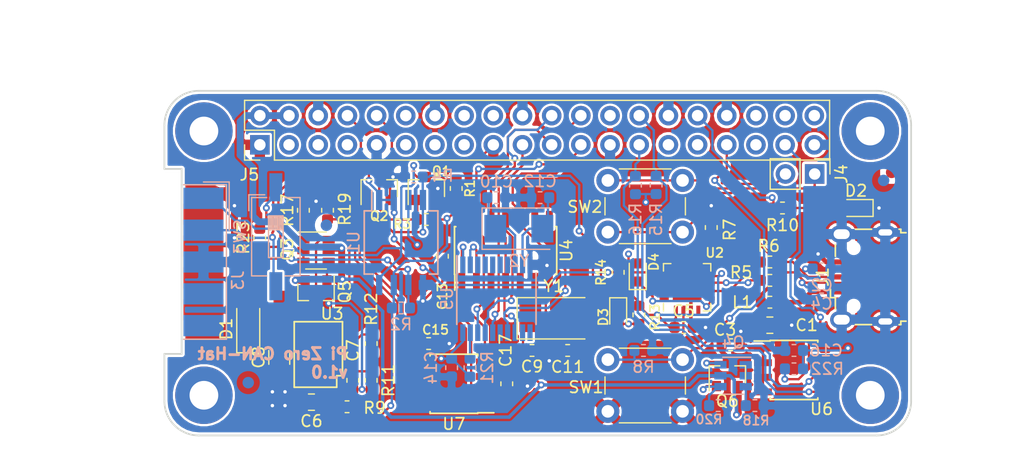
<source format=kicad_pcb>
(kicad_pcb (version 20171130) (host pcbnew 5.0.2-bee76a0~70~ubuntu18.04.1)

  (general
    (thickness 1.6)
    (drawings 15)
    (tracks 756)
    (zones 0)
    (modules 77)
    (nets 54)
  )

  (page A4)
  (layers
    (0 F.Cu signal)
    (31 B.Cu signal)
    (32 B.Adhes user)
    (33 F.Adhes user)
    (34 B.Paste user)
    (35 F.Paste user)
    (36 B.SilkS user)
    (37 F.SilkS user)
    (38 B.Mask user)
    (39 F.Mask user)
    (40 Dwgs.User user)
    (41 Cmts.User user)
    (42 Eco1.User user)
    (43 Eco2.User user)
    (44 Edge.Cuts user)
    (45 Margin user)
    (46 B.CrtYd user)
    (47 F.CrtYd user)
    (48 B.Fab user)
    (49 F.Fab user)
  )

  (setup
    (last_trace_width 0.3)
    (user_trace_width 0.2)
    (user_trace_width 0.3)
    (user_trace_width 0.4)
    (user_trace_width 0.6)
    (trace_clearance 0.2)
    (zone_clearance 0.2)
    (zone_45_only no)
    (trace_min 0.2)
    (segment_width 0.2)
    (edge_width 0.15)
    (via_size 0.6)
    (via_drill 0.3)
    (via_min_size 0.4)
    (via_min_drill 0.3)
    (user_via 0.6 0.3)
    (user_via 0.8 0.6)
    (uvia_size 0.3)
    (uvia_drill 0.1)
    (uvias_allowed no)
    (uvia_min_size 0.2)
    (uvia_min_drill 0.1)
    (pcb_text_width 0.3)
    (pcb_text_size 1.5 1.5)
    (mod_edge_width 0.15)
    (mod_text_size 1 1)
    (mod_text_width 0.15)
    (pad_size 1.1 0.25)
    (pad_drill 0)
    (pad_to_mask_clearance 0.051)
    (solder_mask_min_width 0.25)
    (aux_axis_origin 0 0)
    (visible_elements FFFDFF7F)
    (pcbplotparams
      (layerselection 0x010fc_ffffffff)
      (usegerberextensions false)
      (usegerberattributes false)
      (usegerberadvancedattributes false)
      (creategerberjobfile false)
      (excludeedgelayer true)
      (linewidth 0.100000)
      (plotframeref false)
      (viasonmask false)
      (mode 1)
      (useauxorigin false)
      (hpglpennumber 1)
      (hpglpenspeed 20)
      (hpglpendiameter 15.000000)
      (psnegative false)
      (psa4output false)
      (plotreference true)
      (plotvalue true)
      (plotinvisibletext false)
      (padsonsilk false)
      (subtractmaskfromsilk false)
      (outputformat 1)
      (mirror false)
      (drillshape 1)
      (scaleselection 1)
      (outputdirectory ""))
  )

  (net 0 "")
  (net 1 5V_USB)
  (net 2 GND)
  (net 3 /USB_P)
  (net 4 /USB_N)
  (net 5 /VCCIO)
  (net 6 +12V)
  (net 7 5V_PWR)
  (net 8 "Net-(C7-Pad2)")
  (net 9 "Net-(C9-Pad1)")
  (net 10 "Net-(C10-Pad1)")
  (net 11 "Net-(C11-Pad1)")
  (net 12 "Net-(C12-Pad1)")
  (net 13 +3V3)
  (net 14 +5V)
  (net 15 "Net-(D1-Pad2)")
  (net 16 "Net-(D2-Pad2)")
  (net 17 "Net-(D3-Pad2)")
  (net 18 "Net-(D3-Pad1)")
  (net 19 "Net-(D4-Pad1)")
  (net 20 "Net-(D4-Pad2)")
  (net 21 "Net-(J1-Pad1)")
  (net 22 CAN_P)
  (net 23 CAN_N)
  (net 24 K_LINE)
  (net 25 L_LINE)
  (net 26 "Net-(J4-Pad1)")
  (net 27 "Net-(J4-Pad2)")
  (net 28 UART_TXD)
  (net 29 UART_RXD)
  (net 30 SPI0_MOSI0)
  (net 31 SPI0_MISO0)
  (net 32 CAN_INT)
  (net 33 SPI0_CLK)
  (net 34 SPI0_CS0)
  (net 35 ID_I2C_SDA)
  (net 36 ID_I2C_SCL)
  (net 37 "Net-(Q1-Pad1)")
  (net 38 "Net-(Q3-Pad1)")
  (net 39 "Net-(Q3-Pad4)")
  (net 40 "Net-(Q4-Pad4)")
  (net 41 "Net-(Q4-Pad1)")
  (net 42 "Net-(R5-Pad1)")
  (net 43 "Net-(R6-Pad1)")
  (net 44 "Net-(R9-Pad2)")
  (net 45 "Net-(R12-Pad2)")
  (net 46 "Net-(R21-Pad2)")
  (net 47 "Net-(R23-Pad2)")
  (net 48 "Net-(U3-Pad4)")
  (net 49 TXCAN)
  (net 50 RXCAN)
  (net 51 WP)
  (net 52 "Net-(J5-Pad32)")
  (net 53 "Net-(J5-Pad33)")

  (net_class Default "This is the default net class."
    (clearance 0.2)
    (trace_width 0.2)
    (via_dia 0.6)
    (via_drill 0.3)
    (uvia_dia 0.3)
    (uvia_drill 0.1)
    (add_net +12V)
    (add_net +3V3)
    (add_net +5V)
    (add_net /USB_N)
    (add_net /USB_P)
    (add_net /VCCIO)
    (add_net 5V_PWR)
    (add_net 5V_USB)
    (add_net CAN_INT)
    (add_net CAN_N)
    (add_net CAN_P)
    (add_net GND)
    (add_net ID_I2C_SCL)
    (add_net ID_I2C_SDA)
    (add_net K_LINE)
    (add_net L_LINE)
    (add_net "Net-(C10-Pad1)")
    (add_net "Net-(C11-Pad1)")
    (add_net "Net-(C12-Pad1)")
    (add_net "Net-(C7-Pad2)")
    (add_net "Net-(C9-Pad1)")
    (add_net "Net-(D1-Pad2)")
    (add_net "Net-(D2-Pad2)")
    (add_net "Net-(D3-Pad1)")
    (add_net "Net-(D3-Pad2)")
    (add_net "Net-(D4-Pad1)")
    (add_net "Net-(D4-Pad2)")
    (add_net "Net-(J1-Pad1)")
    (add_net "Net-(J4-Pad1)")
    (add_net "Net-(J4-Pad2)")
    (add_net "Net-(J5-Pad32)")
    (add_net "Net-(J5-Pad33)")
    (add_net "Net-(Q1-Pad1)")
    (add_net "Net-(Q3-Pad1)")
    (add_net "Net-(Q3-Pad4)")
    (add_net "Net-(Q4-Pad1)")
    (add_net "Net-(Q4-Pad4)")
    (add_net "Net-(R12-Pad2)")
    (add_net "Net-(R21-Pad2)")
    (add_net "Net-(R23-Pad2)")
    (add_net "Net-(R5-Pad1)")
    (add_net "Net-(R6-Pad1)")
    (add_net "Net-(R9-Pad2)")
    (add_net "Net-(U3-Pad4)")
    (add_net RXCAN)
    (add_net SPI0_CLK)
    (add_net SPI0_CS0)
    (add_net SPI0_MISO0)
    (add_net SPI0_MOSI0)
    (add_net TXCAN)
    (add_net UART_RXD)
    (add_net UART_TXD)
    (add_net WP)
  )

  (module sthu-smd-qfn:QFN-20_5x3mm (layer F.Cu) (tedit 5C685883) (tstamp 5C714673)
    (at 72.4 70.1 180)
    (path /5CB69FF3)
    (fp_text reference U3 (at -1.2 3.4 180) (layer F.SilkS)
      (effects (font (size 1 1) (thickness 0.15)))
    )
    (fp_text value MPM3620 (at 0.05 3.7 180) (layer F.Fab)
      (effects (font (size 1 1) (thickness 0.15)))
    )
    (fp_line (start -1.6 -3) (end -1.6 -2) (layer F.SilkS) (width 0.15))
    (fp_line (start -1.6 -2) (end -2.1 -2) (layer F.SilkS) (width 0.15))
    (fp_line (start -2.1 -2) (end -2.1 2.7) (layer F.SilkS) (width 0.15))
    (fp_line (start -2.1 2.7) (end 2.1 2.7) (layer F.SilkS) (width 0.15))
    (fp_line (start 2.1 2.7) (end 2.1 -3) (layer F.SilkS) (width 0.15))
    (fp_line (start 2.1 -3) (end -1.6 -3) (layer F.SilkS) (width 0.15))
    (fp_line (start -1.5 -2.5) (end 1.5 -2.5) (layer F.Fab) (width 0.15))
    (fp_line (start -1.5 2.5) (end 1.5 2.5) (layer F.Fab) (width 0.15))
    (fp_line (start 1.5 -2.5) (end 1.5 2.5) (layer F.Fab) (width 0.15))
    (fp_line (start -1.5 -2.5) (end -1.5 2.5) (layer F.Fab) (width 0.15))
    (fp_circle (center -0.9 -1.9) (end -0.7 -1.9) (layer F.Fab) (width 0.15))
    (fp_text user %R (at 0 0 270) (layer F.Fab)
      (effects (font (size 1 1) (thickness 0.15)))
    )
    (fp_line (start -2.1 -3) (end 2.1 -3) (layer F.CrtYd) (width 0.05))
    (fp_line (start 2.1 -3) (end 2.1 2.7) (layer F.CrtYd) (width 0.05))
    (fp_line (start 2.1 2.7) (end -2.1 2.7) (layer F.CrtYd) (width 0.05))
    (fp_line (start -2.1 2.7) (end -2.1 -3) (layer F.CrtYd) (width 0.05))
    (pad 1 smd rect (at -1.45 -1.55 180) (size 0.8 0.25) (layers F.Cu F.Paste F.Mask)
      (net 8 "Net-(C7-Pad2)"))
    (pad 2 smd rect (at -1.3 -0.9 180) (size 1.1 0.25) (layers F.Cu F.Paste F.Mask))
    (pad 3 smd rect (at -1.3 -0.25 180) (size 1.1 0.25) (layers F.Cu F.Paste F.Mask)
      (net 45 "Net-(R12-Pad2)"))
    (pad 4 smd rect (at -1.3 0.4 180) (size 1.1 0.25) (layers F.Cu F.Paste F.Mask)
      (net 48 "Net-(U3-Pad4)"))
    (pad 9 smd rect (at 1.3 0.4) (size 1.1 0.25) (layers F.Cu F.Paste F.Mask)
      (net 7 5V_PWR) (zone_connect 2))
    (pad 10 smd rect (at 1.3 -0.25 180) (size 1.1 0.25) (layers F.Cu F.Paste F.Mask))
    (pad 11 smd rect (at 1.3 -0.9 180) (size 1.1 0.25) (layers F.Cu F.Paste F.Mask))
    (pad 4 smd rect (at -1.3 1.25 180) (size 1.1 0.25) (layers F.Cu F.Paste F.Mask)
      (net 48 "Net-(U3-Pad4)"))
    (pad 4 smd rect (at -1.3 2.1 180) (size 1.1 0.25) (layers F.Cu F.Paste F.Mask)
      (net 48 "Net-(U3-Pad4)"))
    (pad 9 smd rect (at 1.3 1.25) (size 1.1 0.25) (layers F.Cu F.Paste F.Mask)
      (net 7 5V_PWR) (zone_connect 2))
    (pad 9 smd rect (at 1.3 2.1) (size 1.1 0.25) (layers F.Cu F.Paste F.Mask)
      (net 7 5V_PWR) (zone_connect 2))
    (pad 12 smd rect (at 1.45 -1.55 180) (size 0.8 0.25) (layers F.Cu F.Paste F.Mask))
    (pad 13 smd rect (at 1.25 -2.4 270) (size 0.8 0.25) (layers F.Cu F.Paste F.Mask)
      (net 2 GND) (zone_connect 2))
    (pad 14 smd rect (at 0.75 -2.4 270) (size 0.8 0.25) (layers F.Cu F.Paste F.Mask)
      (net 2 GND) (zone_connect 2))
    (pad 15 smd rect (at 0.25 -2.25 270) (size 1.1 0.25) (layers F.Cu F.Paste F.Mask))
    (pad 16 smd rect (at -0.25 -2.25 270) (size 1.1 0.25) (layers F.Cu F.Paste F.Mask)
      (net 6 +12V))
    (pad 17 smd rect (at -0.75 -2.4 270) (size 0.8 0.25) (layers F.Cu F.Paste F.Mask)
      (net 44 "Net-(R9-Pad2)"))
    (pad 18 smd rect (at -1.25 -2.4 270) (size 0.8 0.25) (layers F.Cu F.Paste F.Mask))
    (pad 4 smd rect (at -1.025 1.25 270) (size 1.95 0.55) (layers F.Cu F.Paste F.Mask)
      (net 48 "Net-(U3-Pad4)"))
    (pad 9 smd rect (at 1.025 1.25 270) (size 1.95 0.55) (layers F.Cu F.Paste F.Mask)
      (net 7 5V_PWR) (zone_connect 2))
  )

  (module Capacitor_SMD:C_0805_2012Metric (layer F.Cu) (tedit 5B36C52B) (tstamp 5C7140ED)
    (at 111.7 67.7)
    (descr "Capacitor SMD 0805 (2012 Metric), square (rectangular) end terminal, IPC_7351 nominal, (Body size source: https://docs.google.com/spreadsheets/d/1BsfQQcO9C6DZCsRaXUlFlo91Tg2WpOkGARC1WS5S8t0/edit?usp=sharing), generated with kicad-footprint-generator")
    (tags capacitor)
    (path /5C90EC9B)
    (attr smd)
    (fp_text reference C1 (at 3.2 0) (layer F.SilkS)
      (effects (font (size 1 1) (thickness 0.15)))
    )
    (fp_text value 4u7/10V (at 0 1.65) (layer F.Fab)
      (effects (font (size 1 1) (thickness 0.15)))
    )
    (fp_line (start -1 0.6) (end -1 -0.6) (layer F.Fab) (width 0.1))
    (fp_line (start -1 -0.6) (end 1 -0.6) (layer F.Fab) (width 0.1))
    (fp_line (start 1 -0.6) (end 1 0.6) (layer F.Fab) (width 0.1))
    (fp_line (start 1 0.6) (end -1 0.6) (layer F.Fab) (width 0.1))
    (fp_line (start -0.258578 -0.71) (end 0.258578 -0.71) (layer F.SilkS) (width 0.12))
    (fp_line (start -0.258578 0.71) (end 0.258578 0.71) (layer F.SilkS) (width 0.12))
    (fp_line (start -1.68 0.95) (end -1.68 -0.95) (layer F.CrtYd) (width 0.05))
    (fp_line (start -1.68 -0.95) (end 1.68 -0.95) (layer F.CrtYd) (width 0.05))
    (fp_line (start 1.68 -0.95) (end 1.68 0.95) (layer F.CrtYd) (width 0.05))
    (fp_line (start 1.68 0.95) (end -1.68 0.95) (layer F.CrtYd) (width 0.05))
    (fp_text user %R (at 0 0) (layer F.Fab)
      (effects (font (size 0.5 0.5) (thickness 0.08)))
    )
    (pad 1 smd roundrect (at -0.9375 0) (size 0.975 1.4) (layers F.Cu F.Paste F.Mask) (roundrect_rratio 0.25)
      (net 1 5V_USB))
    (pad 2 smd roundrect (at 0.9375 0) (size 0.975 1.4) (layers F.Cu F.Paste F.Mask) (roundrect_rratio 0.25)
      (net 2 GND))
    (model ${KISYS3DMOD}/Capacitor_SMD.3dshapes/C_0805_2012Metric.wrl
      (at (xyz 0 0 0))
      (scale (xyz 1 1 1))
      (rotate (xyz 0 0 0))
    )
  )

  (module Capacitor_SMD:C_0603_1608Metric (layer B.Cu) (tedit 5B301BBE) (tstamp 5C7140FE)
    (at 116.2125 62.8)
    (descr "Capacitor SMD 0603 (1608 Metric), square (rectangular) end terminal, IPC_7351 nominal, (Body size source: http://www.tortai-tech.com/upload/download/2011102023233369053.pdf), generated with kicad-footprint-generator")
    (tags capacitor)
    (path /5C9B75F4)
    (attr smd)
    (fp_text reference C2 (at 0 1.43) (layer B.SilkS)
      (effects (font (size 1 1) (thickness 0.15)) (justify mirror))
    )
    (fp_text value 47p/50V (at 0 -1.43) (layer B.Fab)
      (effects (font (size 1 1) (thickness 0.15)) (justify mirror))
    )
    (fp_line (start -0.8 -0.4) (end -0.8 0.4) (layer B.Fab) (width 0.1))
    (fp_line (start -0.8 0.4) (end 0.8 0.4) (layer B.Fab) (width 0.1))
    (fp_line (start 0.8 0.4) (end 0.8 -0.4) (layer B.Fab) (width 0.1))
    (fp_line (start 0.8 -0.4) (end -0.8 -0.4) (layer B.Fab) (width 0.1))
    (fp_line (start -0.162779 0.51) (end 0.162779 0.51) (layer B.SilkS) (width 0.12))
    (fp_line (start -0.162779 -0.51) (end 0.162779 -0.51) (layer B.SilkS) (width 0.12))
    (fp_line (start -1.48 -0.73) (end -1.48 0.73) (layer B.CrtYd) (width 0.05))
    (fp_line (start -1.48 0.73) (end 1.48 0.73) (layer B.CrtYd) (width 0.05))
    (fp_line (start 1.48 0.73) (end 1.48 -0.73) (layer B.CrtYd) (width 0.05))
    (fp_line (start 1.48 -0.73) (end -1.48 -0.73) (layer B.CrtYd) (width 0.05))
    (fp_text user %R (at 0 0) (layer B.Fab)
      (effects (font (size 0.4 0.4) (thickness 0.06)) (justify mirror))
    )
    (pad 1 smd roundrect (at -0.7875 0) (size 0.875 0.95) (layers B.Cu B.Paste B.Mask) (roundrect_rratio 0.25)
      (net 3 /USB_P))
    (pad 2 smd roundrect (at 0.7875 0) (size 0.875 0.95) (layers B.Cu B.Paste B.Mask) (roundrect_rratio 0.25)
      (net 2 GND))
    (model ${KISYS3DMOD}/Capacitor_SMD.3dshapes/C_0603_1608Metric.wrl
      (at (xyz 0 0 0))
      (scale (xyz 1 1 1))
      (rotate (xyz 0 0 0))
    )
  )

  (module Capacitor_SMD:C_0603_1608Metric (layer F.Cu) (tedit 5B301BBE) (tstamp 5C71410F)
    (at 108.2875 69.4)
    (descr "Capacitor SMD 0603 (1608 Metric), square (rectangular) end terminal, IPC_7351 nominal, (Body size source: http://www.tortai-tech.com/upload/download/2011102023233369053.pdf), generated with kicad-footprint-generator")
    (tags capacitor)
    (path /5C88DAE3)
    (attr smd)
    (fp_text reference C3 (at -0.4875 -1.3) (layer F.SilkS)
      (effects (font (size 1 1) (thickness 0.15)))
    )
    (fp_text value 100n/10V (at 0 1.43) (layer F.Fab)
      (effects (font (size 1 1) (thickness 0.15)))
    )
    (fp_text user %R (at 0 0) (layer F.Fab)
      (effects (font (size 0.4 0.4) (thickness 0.06)))
    )
    (fp_line (start 1.48 0.73) (end -1.48 0.73) (layer F.CrtYd) (width 0.05))
    (fp_line (start 1.48 -0.73) (end 1.48 0.73) (layer F.CrtYd) (width 0.05))
    (fp_line (start -1.48 -0.73) (end 1.48 -0.73) (layer F.CrtYd) (width 0.05))
    (fp_line (start -1.48 0.73) (end -1.48 -0.73) (layer F.CrtYd) (width 0.05))
    (fp_line (start -0.162779 0.51) (end 0.162779 0.51) (layer F.SilkS) (width 0.12))
    (fp_line (start -0.162779 -0.51) (end 0.162779 -0.51) (layer F.SilkS) (width 0.12))
    (fp_line (start 0.8 0.4) (end -0.8 0.4) (layer F.Fab) (width 0.1))
    (fp_line (start 0.8 -0.4) (end 0.8 0.4) (layer F.Fab) (width 0.1))
    (fp_line (start -0.8 -0.4) (end 0.8 -0.4) (layer F.Fab) (width 0.1))
    (fp_line (start -0.8 0.4) (end -0.8 -0.4) (layer F.Fab) (width 0.1))
    (pad 2 smd roundrect (at 0.7875 0) (size 0.875 0.95) (layers F.Cu F.Paste F.Mask) (roundrect_rratio 0.25)
      (net 2 GND))
    (pad 1 smd roundrect (at -0.7875 0) (size 0.875 0.95) (layers F.Cu F.Paste F.Mask) (roundrect_rratio 0.25)
      (net 1 5V_USB))
    (model ${KISYS3DMOD}/Capacitor_SMD.3dshapes/C_0603_1608Metric.wrl
      (at (xyz 0 0 0))
      (scale (xyz 1 1 1))
      (rotate (xyz 0 0 0))
    )
  )

  (module Capacitor_SMD:C_0603_1608Metric (layer B.Cu) (tedit 5B301BBE) (tstamp 5C714120)
    (at 116.2 64.4)
    (descr "Capacitor SMD 0603 (1608 Metric), square (rectangular) end terminal, IPC_7351 nominal, (Body size source: http://www.tortai-tech.com/upload/download/2011102023233369053.pdf), generated with kicad-footprint-generator")
    (tags capacitor)
    (path /5C9F0630)
    (attr smd)
    (fp_text reference C4 (at 0 1.43) (layer B.SilkS)
      (effects (font (size 1 1) (thickness 0.15)) (justify mirror))
    )
    (fp_text value 47p/50V (at 0 -1.43) (layer B.Fab)
      (effects (font (size 1 1) (thickness 0.15)) (justify mirror))
    )
    (fp_line (start -0.8 -0.4) (end -0.8 0.4) (layer B.Fab) (width 0.1))
    (fp_line (start -0.8 0.4) (end 0.8 0.4) (layer B.Fab) (width 0.1))
    (fp_line (start 0.8 0.4) (end 0.8 -0.4) (layer B.Fab) (width 0.1))
    (fp_line (start 0.8 -0.4) (end -0.8 -0.4) (layer B.Fab) (width 0.1))
    (fp_line (start -0.162779 0.51) (end 0.162779 0.51) (layer B.SilkS) (width 0.12))
    (fp_line (start -0.162779 -0.51) (end 0.162779 -0.51) (layer B.SilkS) (width 0.12))
    (fp_line (start -1.48 -0.73) (end -1.48 0.73) (layer B.CrtYd) (width 0.05))
    (fp_line (start -1.48 0.73) (end 1.48 0.73) (layer B.CrtYd) (width 0.05))
    (fp_line (start 1.48 0.73) (end 1.48 -0.73) (layer B.CrtYd) (width 0.05))
    (fp_line (start 1.48 -0.73) (end -1.48 -0.73) (layer B.CrtYd) (width 0.05))
    (fp_text user %R (at 0 0) (layer B.Fab)
      (effects (font (size 0.4 0.4) (thickness 0.06)) (justify mirror))
    )
    (pad 1 smd roundrect (at -0.7875 0) (size 0.875 0.95) (layers B.Cu B.Paste B.Mask) (roundrect_rratio 0.25)
      (net 4 /USB_N))
    (pad 2 smd roundrect (at 0.7875 0) (size 0.875 0.95) (layers B.Cu B.Paste B.Mask) (roundrect_rratio 0.25)
      (net 2 GND))
    (model ${KISYS3DMOD}/Capacitor_SMD.3dshapes/C_0603_1608Metric.wrl
      (at (xyz 0 0 0))
      (scale (xyz 1 1 1))
      (rotate (xyz 0 0 0))
    )
  )

  (module Capacitor_SMD:C_0603_1608Metric (layer F.Cu) (tedit 5B301BBE) (tstamp 5C714131)
    (at 104.2 67.9)
    (descr "Capacitor SMD 0603 (1608 Metric), square (rectangular) end terminal, IPC_7351 nominal, (Body size source: http://www.tortai-tech.com/upload/download/2011102023233369053.pdf), generated with kicad-footprint-generator")
    (tags capacitor)
    (path /5C924CE8)
    (attr smd)
    (fp_text reference C5 (at 0 -1.43) (layer F.SilkS)
      (effects (font (size 1 1) (thickness 0.15)))
    )
    (fp_text value 100n/10V (at 0 1.43) (layer F.Fab)
      (effects (font (size 1 1) (thickness 0.15)))
    )
    (fp_text user %R (at 0 0) (layer F.Fab)
      (effects (font (size 0.4 0.4) (thickness 0.06)))
    )
    (fp_line (start 1.48 0.73) (end -1.48 0.73) (layer F.CrtYd) (width 0.05))
    (fp_line (start 1.48 -0.73) (end 1.48 0.73) (layer F.CrtYd) (width 0.05))
    (fp_line (start -1.48 -0.73) (end 1.48 -0.73) (layer F.CrtYd) (width 0.05))
    (fp_line (start -1.48 0.73) (end -1.48 -0.73) (layer F.CrtYd) (width 0.05))
    (fp_line (start -0.162779 0.51) (end 0.162779 0.51) (layer F.SilkS) (width 0.12))
    (fp_line (start -0.162779 -0.51) (end 0.162779 -0.51) (layer F.SilkS) (width 0.12))
    (fp_line (start 0.8 0.4) (end -0.8 0.4) (layer F.Fab) (width 0.1))
    (fp_line (start 0.8 -0.4) (end 0.8 0.4) (layer F.Fab) (width 0.1))
    (fp_line (start -0.8 -0.4) (end 0.8 -0.4) (layer F.Fab) (width 0.1))
    (fp_line (start -0.8 0.4) (end -0.8 -0.4) (layer F.Fab) (width 0.1))
    (pad 2 smd roundrect (at 0.7875 0) (size 0.875 0.95) (layers F.Cu F.Paste F.Mask) (roundrect_rratio 0.25)
      (net 2 GND))
    (pad 1 smd roundrect (at -0.7875 0) (size 0.875 0.95) (layers F.Cu F.Paste F.Mask) (roundrect_rratio 0.25)
      (net 5 /VCCIO))
    (model ${KISYS3DMOD}/Capacitor_SMD.3dshapes/C_0603_1608Metric.wrl
      (at (xyz 0 0 0))
      (scale (xyz 1 1 1))
      (rotate (xyz 0 0 0))
    )
  )

  (module Capacitor_SMD:C_0805_2012Metric (layer F.Cu) (tedit 5B36C52B) (tstamp 5C714142)
    (at 71.8 74.4 180)
    (descr "Capacitor SMD 0805 (2012 Metric), square (rectangular) end terminal, IPC_7351 nominal, (Body size source: https://docs.google.com/spreadsheets/d/1BsfQQcO9C6DZCsRaXUlFlo91Tg2WpOkGARC1WS5S8t0/edit?usp=sharing), generated with kicad-footprint-generator")
    (tags capacitor)
    (path /5CADB4BF)
    (attr smd)
    (fp_text reference C6 (at 0 -1.65 180) (layer F.SilkS)
      (effects (font (size 1 1) (thickness 0.15)))
    )
    (fp_text value 10u/35V (at 0 1.65 180) (layer F.Fab)
      (effects (font (size 1 1) (thickness 0.15)))
    )
    (fp_text user %R (at 0 0 180) (layer F.Fab)
      (effects (font (size 0.5 0.5) (thickness 0.08)))
    )
    (fp_line (start 1.68 0.95) (end -1.68 0.95) (layer F.CrtYd) (width 0.05))
    (fp_line (start 1.68 -0.95) (end 1.68 0.95) (layer F.CrtYd) (width 0.05))
    (fp_line (start -1.68 -0.95) (end 1.68 -0.95) (layer F.CrtYd) (width 0.05))
    (fp_line (start -1.68 0.95) (end -1.68 -0.95) (layer F.CrtYd) (width 0.05))
    (fp_line (start -0.258578 0.71) (end 0.258578 0.71) (layer F.SilkS) (width 0.12))
    (fp_line (start -0.258578 -0.71) (end 0.258578 -0.71) (layer F.SilkS) (width 0.12))
    (fp_line (start 1 0.6) (end -1 0.6) (layer F.Fab) (width 0.1))
    (fp_line (start 1 -0.6) (end 1 0.6) (layer F.Fab) (width 0.1))
    (fp_line (start -1 -0.6) (end 1 -0.6) (layer F.Fab) (width 0.1))
    (fp_line (start -1 0.6) (end -1 -0.6) (layer F.Fab) (width 0.1))
    (pad 2 smd roundrect (at 0.9375 0 180) (size 0.975 1.4) (layers F.Cu F.Paste F.Mask) (roundrect_rratio 0.25)
      (net 2 GND))
    (pad 1 smd roundrect (at -0.9375 0 180) (size 0.975 1.4) (layers F.Cu F.Paste F.Mask) (roundrect_rratio 0.25)
      (net 6 +12V))
    (model ${KISYS3DMOD}/Capacitor_SMD.3dshapes/C_0805_2012Metric.wrl
      (at (xyz 0 0 0))
      (scale (xyz 1 1 1))
      (rotate (xyz 0 0 0))
    )
  )

  (module Capacitor_SMD:C_0603_1608Metric (layer F.Cu) (tedit 5B301BBE) (tstamp 5C714153)
    (at 75.4 72.5 90)
    (descr "Capacitor SMD 0603 (1608 Metric), square (rectangular) end terminal, IPC_7351 nominal, (Body size source: http://www.tortai-tech.com/upload/download/2011102023233369053.pdf), generated with kicad-footprint-generator")
    (tags capacitor)
    (path /5CC02FD8)
    (attr smd)
    (fp_text reference C7 (at 2.6 0 90) (layer F.SilkS)
      (effects (font (size 1 1) (thickness 0.15)))
    )
    (fp_text value 22p/50V (at 0 1.43 90) (layer F.Fab)
      (effects (font (size 1 1) (thickness 0.15)))
    )
    (fp_line (start -0.8 0.4) (end -0.8 -0.4) (layer F.Fab) (width 0.1))
    (fp_line (start -0.8 -0.4) (end 0.8 -0.4) (layer F.Fab) (width 0.1))
    (fp_line (start 0.8 -0.4) (end 0.8 0.4) (layer F.Fab) (width 0.1))
    (fp_line (start 0.8 0.4) (end -0.8 0.4) (layer F.Fab) (width 0.1))
    (fp_line (start -0.162779 -0.51) (end 0.162779 -0.51) (layer F.SilkS) (width 0.12))
    (fp_line (start -0.162779 0.51) (end 0.162779 0.51) (layer F.SilkS) (width 0.12))
    (fp_line (start -1.48 0.73) (end -1.48 -0.73) (layer F.CrtYd) (width 0.05))
    (fp_line (start -1.48 -0.73) (end 1.48 -0.73) (layer F.CrtYd) (width 0.05))
    (fp_line (start 1.48 -0.73) (end 1.48 0.73) (layer F.CrtYd) (width 0.05))
    (fp_line (start 1.48 0.73) (end -1.48 0.73) (layer F.CrtYd) (width 0.05))
    (fp_text user %R (at 0 0 90) (layer F.Fab)
      (effects (font (size 0.4 0.4) (thickness 0.06)))
    )
    (pad 1 smd roundrect (at -0.7875 0 90) (size 0.875 0.95) (layers F.Cu F.Paste F.Mask) (roundrect_rratio 0.25)
      (net 7 5V_PWR))
    (pad 2 smd roundrect (at 0.7875 0 90) (size 0.875 0.95) (layers F.Cu F.Paste F.Mask) (roundrect_rratio 0.25)
      (net 8 "Net-(C7-Pad2)"))
    (model ${KISYS3DMOD}/Capacitor_SMD.3dshapes/C_0603_1608Metric.wrl
      (at (xyz 0 0 0))
      (scale (xyz 1 1 1))
      (rotate (xyz 0 0 0))
    )
  )

  (module Capacitor_SMD:C_1206_3216Metric (layer F.Cu) (tedit 5B301BBE) (tstamp 5C714164)
    (at 69 70.5 270)
    (descr "Capacitor SMD 1206 (3216 Metric), square (rectangular) end terminal, IPC_7351 nominal, (Body size source: http://www.tortai-tech.com/upload/download/2011102023233369053.pdf), generated with kicad-footprint-generator")
    (tags capacitor)
    (path /5CC7AA0F)
    (attr smd)
    (fp_text reference C8 (at 0 1.8 270) (layer F.SilkS)
      (effects (font (size 1 1) (thickness 0.15)))
    )
    (fp_text value 22u/35V (at 0 1.82 270) (layer F.Fab)
      (effects (font (size 1 1) (thickness 0.15)))
    )
    (fp_line (start -1.6 0.8) (end -1.6 -0.8) (layer F.Fab) (width 0.1))
    (fp_line (start -1.6 -0.8) (end 1.6 -0.8) (layer F.Fab) (width 0.1))
    (fp_line (start 1.6 -0.8) (end 1.6 0.8) (layer F.Fab) (width 0.1))
    (fp_line (start 1.6 0.8) (end -1.6 0.8) (layer F.Fab) (width 0.1))
    (fp_line (start -0.602064 -0.91) (end 0.602064 -0.91) (layer F.SilkS) (width 0.12))
    (fp_line (start -0.602064 0.91) (end 0.602064 0.91) (layer F.SilkS) (width 0.12))
    (fp_line (start -2.28 1.12) (end -2.28 -1.12) (layer F.CrtYd) (width 0.05))
    (fp_line (start -2.28 -1.12) (end 2.28 -1.12) (layer F.CrtYd) (width 0.05))
    (fp_line (start 2.28 -1.12) (end 2.28 1.12) (layer F.CrtYd) (width 0.05))
    (fp_line (start 2.28 1.12) (end -2.28 1.12) (layer F.CrtYd) (width 0.05))
    (fp_text user %R (at 0 0 270) (layer F.Fab)
      (effects (font (size 0.8 0.8) (thickness 0.12)))
    )
    (pad 1 smd roundrect (at -1.4 0 270) (size 1.25 1.75) (layers F.Cu F.Paste F.Mask) (roundrect_rratio 0.2)
      (net 7 5V_PWR))
    (pad 2 smd roundrect (at 1.4 0 270) (size 1.25 1.75) (layers F.Cu F.Paste F.Mask) (roundrect_rratio 0.2)
      (net 2 GND))
    (model ${KISYS3DMOD}/Capacitor_SMD.3dshapes/C_1206_3216Metric.wrl
      (at (xyz 0 0 0))
      (scale (xyz 1 1 1))
      (rotate (xyz 0 0 0))
    )
  )

  (module Capacitor_SMD:C_0603_1608Metric (layer F.Cu) (tedit 5B301BBE) (tstamp 5C714175)
    (at 91 69.9)
    (descr "Capacitor SMD 0603 (1608 Metric), square (rectangular) end terminal, IPC_7351 nominal, (Body size source: http://www.tortai-tech.com/upload/download/2011102023233369053.pdf), generated with kicad-footprint-generator")
    (tags capacitor)
    (path /5C5E7080)
    (attr smd)
    (fp_text reference C9 (at 0 1.4) (layer F.SilkS)
      (effects (font (size 1 1) (thickness 0.15)))
    )
    (fp_text value 22p/50V (at 0 1.43) (layer F.Fab)
      (effects (font (size 1 1) (thickness 0.15)))
    )
    (fp_line (start -0.8 0.4) (end -0.8 -0.4) (layer F.Fab) (width 0.1))
    (fp_line (start -0.8 -0.4) (end 0.8 -0.4) (layer F.Fab) (width 0.1))
    (fp_line (start 0.8 -0.4) (end 0.8 0.4) (layer F.Fab) (width 0.1))
    (fp_line (start 0.8 0.4) (end -0.8 0.4) (layer F.Fab) (width 0.1))
    (fp_line (start -0.162779 -0.51) (end 0.162779 -0.51) (layer F.SilkS) (width 0.12))
    (fp_line (start -0.162779 0.51) (end 0.162779 0.51) (layer F.SilkS) (width 0.12))
    (fp_line (start -1.48 0.73) (end -1.48 -0.73) (layer F.CrtYd) (width 0.05))
    (fp_line (start -1.48 -0.73) (end 1.48 -0.73) (layer F.CrtYd) (width 0.05))
    (fp_line (start 1.48 -0.73) (end 1.48 0.73) (layer F.CrtYd) (width 0.05))
    (fp_line (start 1.48 0.73) (end -1.48 0.73) (layer F.CrtYd) (width 0.05))
    (fp_text user %R (at 0 0) (layer F.Fab)
      (effects (font (size 0.4 0.4) (thickness 0.06)))
    )
    (pad 1 smd roundrect (at -0.7875 0) (size 0.875 0.95) (layers F.Cu F.Paste F.Mask) (roundrect_rratio 0.25)
      (net 9 "Net-(C9-Pad1)"))
    (pad 2 smd roundrect (at 0.7875 0) (size 0.875 0.95) (layers F.Cu F.Paste F.Mask) (roundrect_rratio 0.25)
      (net 2 GND))
    (model ${KISYS3DMOD}/Capacitor_SMD.3dshapes/C_0603_1608Metric.wrl
      (at (xyz 0 0 0))
      (scale (xyz 1 1 1))
      (rotate (xyz 0 0 0))
    )
  )

  (module Capacitor_SMD:C_0603_1608Metric (layer B.Cu) (tedit 5B301BBE) (tstamp 5C714186)
    (at 87.9 56.6)
    (descr "Capacitor SMD 0603 (1608 Metric), square (rectangular) end terminal, IPC_7351 nominal, (Body size source: http://www.tortai-tech.com/upload/download/2011102023233369053.pdf), generated with kicad-footprint-generator")
    (tags capacitor)
    (path /5C5FA2B0)
    (attr smd)
    (fp_text reference C10 (at 0 -1.4) (layer B.SilkS)
      (effects (font (size 1 1) (thickness 0.15)) (justify mirror))
    )
    (fp_text value 22p/50V (at 0 -1.43) (layer B.Fab)
      (effects (font (size 1 1) (thickness 0.15)) (justify mirror))
    )
    (fp_line (start -0.8 -0.4) (end -0.8 0.4) (layer B.Fab) (width 0.1))
    (fp_line (start -0.8 0.4) (end 0.8 0.4) (layer B.Fab) (width 0.1))
    (fp_line (start 0.8 0.4) (end 0.8 -0.4) (layer B.Fab) (width 0.1))
    (fp_line (start 0.8 -0.4) (end -0.8 -0.4) (layer B.Fab) (width 0.1))
    (fp_line (start -0.162779 0.51) (end 0.162779 0.51) (layer B.SilkS) (width 0.12))
    (fp_line (start -0.162779 -0.51) (end 0.162779 -0.51) (layer B.SilkS) (width 0.12))
    (fp_line (start -1.48 -0.73) (end -1.48 0.73) (layer B.CrtYd) (width 0.05))
    (fp_line (start -1.48 0.73) (end 1.48 0.73) (layer B.CrtYd) (width 0.05))
    (fp_line (start 1.48 0.73) (end 1.48 -0.73) (layer B.CrtYd) (width 0.05))
    (fp_line (start 1.48 -0.73) (end -1.48 -0.73) (layer B.CrtYd) (width 0.05))
    (fp_text user %R (at 0 0) (layer B.Fab)
      (effects (font (size 0.4 0.4) (thickness 0.06)) (justify mirror))
    )
    (pad 1 smd roundrect (at -0.7875 0) (size 0.875 0.95) (layers B.Cu B.Paste B.Mask) (roundrect_rratio 0.25)
      (net 10 "Net-(C10-Pad1)"))
    (pad 2 smd roundrect (at 0.7875 0) (size 0.875 0.95) (layers B.Cu B.Paste B.Mask) (roundrect_rratio 0.25)
      (net 2 GND))
    (model ${KISYS3DMOD}/Capacitor_SMD.3dshapes/C_0603_1608Metric.wrl
      (at (xyz 0 0 0))
      (scale (xyz 1 1 1))
      (rotate (xyz 0 0 0))
    )
  )

  (module Capacitor_SMD:C_0603_1608Metric (layer F.Cu) (tedit 5B301BBE) (tstamp 5C714197)
    (at 94.1 69.9 180)
    (descr "Capacitor SMD 0603 (1608 Metric), square (rectangular) end terminal, IPC_7351 nominal, (Body size source: http://www.tortai-tech.com/upload/download/2011102023233369053.pdf), generated with kicad-footprint-generator")
    (tags capacitor)
    (path /5C883A4F)
    (attr smd)
    (fp_text reference C11 (at 0 -1.43 180) (layer F.SilkS)
      (effects (font (size 1 1) (thickness 0.15)))
    )
    (fp_text value 22p/50V (at 0 1.43 180) (layer F.Fab)
      (effects (font (size 1 1) (thickness 0.15)))
    )
    (fp_line (start -0.8 0.4) (end -0.8 -0.4) (layer F.Fab) (width 0.1))
    (fp_line (start -0.8 -0.4) (end 0.8 -0.4) (layer F.Fab) (width 0.1))
    (fp_line (start 0.8 -0.4) (end 0.8 0.4) (layer F.Fab) (width 0.1))
    (fp_line (start 0.8 0.4) (end -0.8 0.4) (layer F.Fab) (width 0.1))
    (fp_line (start -0.162779 -0.51) (end 0.162779 -0.51) (layer F.SilkS) (width 0.12))
    (fp_line (start -0.162779 0.51) (end 0.162779 0.51) (layer F.SilkS) (width 0.12))
    (fp_line (start -1.48 0.73) (end -1.48 -0.73) (layer F.CrtYd) (width 0.05))
    (fp_line (start -1.48 -0.73) (end 1.48 -0.73) (layer F.CrtYd) (width 0.05))
    (fp_line (start 1.48 -0.73) (end 1.48 0.73) (layer F.CrtYd) (width 0.05))
    (fp_line (start 1.48 0.73) (end -1.48 0.73) (layer F.CrtYd) (width 0.05))
    (fp_text user %R (at 0 0 180) (layer F.Fab)
      (effects (font (size 0.4 0.4) (thickness 0.06)))
    )
    (pad 1 smd roundrect (at -0.7875 0 180) (size 0.875 0.95) (layers F.Cu F.Paste F.Mask) (roundrect_rratio 0.25)
      (net 11 "Net-(C11-Pad1)"))
    (pad 2 smd roundrect (at 0.7875 0 180) (size 0.875 0.95) (layers F.Cu F.Paste F.Mask) (roundrect_rratio 0.25)
      (net 2 GND))
    (model ${KISYS3DMOD}/Capacitor_SMD.3dshapes/C_0603_1608Metric.wrl
      (at (xyz 0 0 0))
      (scale (xyz 1 1 1))
      (rotate (xyz 0 0 0))
    )
  )

  (module Capacitor_SMD:C_0603_1608Metric (layer B.Cu) (tedit 5B301BBE) (tstamp 5C7141A8)
    (at 91.7 56.6 180)
    (descr "Capacitor SMD 0603 (1608 Metric), square (rectangular) end terminal, IPC_7351 nominal, (Body size source: http://www.tortai-tech.com/upload/download/2011102023233369053.pdf), generated with kicad-footprint-generator")
    (tags capacitor)
    (path /5C5FA2B7)
    (attr smd)
    (fp_text reference C12 (at 0 1.43 180) (layer B.SilkS)
      (effects (font (size 1 1) (thickness 0.15)) (justify mirror))
    )
    (fp_text value 22p/50V (at 0 -1.43 180) (layer B.Fab)
      (effects (font (size 1 1) (thickness 0.15)) (justify mirror))
    )
    (fp_text user %R (at 0 0 180) (layer B.Fab)
      (effects (font (size 0.4 0.4) (thickness 0.06)) (justify mirror))
    )
    (fp_line (start 1.48 -0.73) (end -1.48 -0.73) (layer B.CrtYd) (width 0.05))
    (fp_line (start 1.48 0.73) (end 1.48 -0.73) (layer B.CrtYd) (width 0.05))
    (fp_line (start -1.48 0.73) (end 1.48 0.73) (layer B.CrtYd) (width 0.05))
    (fp_line (start -1.48 -0.73) (end -1.48 0.73) (layer B.CrtYd) (width 0.05))
    (fp_line (start -0.162779 -0.51) (end 0.162779 -0.51) (layer B.SilkS) (width 0.12))
    (fp_line (start -0.162779 0.51) (end 0.162779 0.51) (layer B.SilkS) (width 0.12))
    (fp_line (start 0.8 -0.4) (end -0.8 -0.4) (layer B.Fab) (width 0.1))
    (fp_line (start 0.8 0.4) (end 0.8 -0.4) (layer B.Fab) (width 0.1))
    (fp_line (start -0.8 0.4) (end 0.8 0.4) (layer B.Fab) (width 0.1))
    (fp_line (start -0.8 -0.4) (end -0.8 0.4) (layer B.Fab) (width 0.1))
    (pad 2 smd roundrect (at 0.7875 0 180) (size 0.875 0.95) (layers B.Cu B.Paste B.Mask) (roundrect_rratio 0.25)
      (net 2 GND))
    (pad 1 smd roundrect (at -0.7875 0 180) (size 0.875 0.95) (layers B.Cu B.Paste B.Mask) (roundrect_rratio 0.25)
      (net 12 "Net-(C12-Pad1)"))
    (model ${KISYS3DMOD}/Capacitor_SMD.3dshapes/C_0603_1608Metric.wrl
      (at (xyz 0 0 0))
      (scale (xyz 1 1 1))
      (rotate (xyz 0 0 0))
    )
  )

  (module Capacitor_SMD:C_0603_1608Metric (layer F.Cu) (tedit 5C686A62) (tstamp 5C7141B9)
    (at 83.2 61.7 270)
    (descr "Capacitor SMD 0603 (1608 Metric), square (rectangular) end terminal, IPC_7351 nominal, (Body size source: http://www.tortai-tech.com/upload/download/2011102023233369053.pdf), generated with kicad-footprint-generator")
    (tags capacitor)
    (path /5C6D6E87)
    (attr smd)
    (fp_text reference C13 (at 3.5 0 270) (layer F.SilkS)
      (effects (font (size 0.8 0.8) (thickness 0.15)))
    )
    (fp_text value 100n/10V (at 0 1.43 270) (layer F.Fab)
      (effects (font (size 1 1) (thickness 0.15)))
    )
    (fp_text user %R (at 0 0 270) (layer F.Fab)
      (effects (font (size 0.4 0.4) (thickness 0.06)))
    )
    (fp_line (start 1.48 0.73) (end -1.48 0.73) (layer F.CrtYd) (width 0.05))
    (fp_line (start 1.48 -0.73) (end 1.48 0.73) (layer F.CrtYd) (width 0.05))
    (fp_line (start -1.48 -0.73) (end 1.48 -0.73) (layer F.CrtYd) (width 0.05))
    (fp_line (start -1.48 0.73) (end -1.48 -0.73) (layer F.CrtYd) (width 0.05))
    (fp_line (start -0.162779 0.51) (end 0.162779 0.51) (layer F.SilkS) (width 0.12))
    (fp_line (start -0.162779 -0.51) (end 0.162779 -0.51) (layer F.SilkS) (width 0.12))
    (fp_line (start 0.8 0.4) (end -0.8 0.4) (layer F.Fab) (width 0.1))
    (fp_line (start 0.8 -0.4) (end 0.8 0.4) (layer F.Fab) (width 0.1))
    (fp_line (start -0.8 -0.4) (end 0.8 -0.4) (layer F.Fab) (width 0.1))
    (fp_line (start -0.8 0.4) (end -0.8 -0.4) (layer F.Fab) (width 0.1))
    (pad 2 smd roundrect (at 0.7875 0 270) (size 0.875 0.95) (layers F.Cu F.Paste F.Mask) (roundrect_rratio 0.25)
      (net 2 GND))
    (pad 1 smd roundrect (at -0.7875 0 270) (size 0.875 0.95) (layers F.Cu F.Paste F.Mask) (roundrect_rratio 0.25)
      (net 13 +3V3))
    (model ${KISYS3DMOD}/Capacitor_SMD.3dshapes/C_0603_1608Metric.wrl
      (at (xyz 0 0 0))
      (scale (xyz 1 1 1))
      (rotate (xyz 0 0 0))
    )
  )

  (module Capacitor_SMD:C_0603_1608Metric (layer B.Cu) (tedit 5B301BBE) (tstamp 5C7141CA)
    (at 84 71.4 270)
    (descr "Capacitor SMD 0603 (1608 Metric), square (rectangular) end terminal, IPC_7351 nominal, (Body size source: http://www.tortai-tech.com/upload/download/2011102023233369053.pdf), generated with kicad-footprint-generator")
    (tags capacitor)
    (path /5C6D12FD)
    (attr smd)
    (fp_text reference C14 (at 0 1.8 90) (layer B.SilkS)
      (effects (font (size 1 1) (thickness 0.15)) (justify mirror))
    )
    (fp_text value 100n/10V (at 0 -1.43 270) (layer B.Fab)
      (effects (font (size 1 1) (thickness 0.15)) (justify mirror))
    )
    (fp_text user %R (at 0 0 270) (layer B.Fab)
      (effects (font (size 0.4 0.4) (thickness 0.06)) (justify mirror))
    )
    (fp_line (start 1.48 -0.73) (end -1.48 -0.73) (layer B.CrtYd) (width 0.05))
    (fp_line (start 1.48 0.73) (end 1.48 -0.73) (layer B.CrtYd) (width 0.05))
    (fp_line (start -1.48 0.73) (end 1.48 0.73) (layer B.CrtYd) (width 0.05))
    (fp_line (start -1.48 -0.73) (end -1.48 0.73) (layer B.CrtYd) (width 0.05))
    (fp_line (start -0.162779 -0.51) (end 0.162779 -0.51) (layer B.SilkS) (width 0.12))
    (fp_line (start -0.162779 0.51) (end 0.162779 0.51) (layer B.SilkS) (width 0.12))
    (fp_line (start 0.8 -0.4) (end -0.8 -0.4) (layer B.Fab) (width 0.1))
    (fp_line (start 0.8 0.4) (end 0.8 -0.4) (layer B.Fab) (width 0.1))
    (fp_line (start -0.8 0.4) (end 0.8 0.4) (layer B.Fab) (width 0.1))
    (fp_line (start -0.8 -0.4) (end -0.8 0.4) (layer B.Fab) (width 0.1))
    (pad 2 smd roundrect (at 0.7875 0 270) (size 0.875 0.95) (layers B.Cu B.Paste B.Mask) (roundrect_rratio 0.25)
      (net 2 GND))
    (pad 1 smd roundrect (at -0.7875 0 270) (size 0.875 0.95) (layers B.Cu B.Paste B.Mask) (roundrect_rratio 0.25)
      (net 13 +3V3))
    (model ${KISYS3DMOD}/Capacitor_SMD.3dshapes/C_0603_1608Metric.wrl
      (at (xyz 0 0 0))
      (scale (xyz 1 1 1))
      (rotate (xyz 0 0 0))
    )
  )

  (module Capacitor_SMD:C_0603_1608Metric (layer F.Cu) (tedit 5C686A27) (tstamp 5C7141DB)
    (at 82 69.3)
    (descr "Capacitor SMD 0603 (1608 Metric), square (rectangular) end terminal, IPC_7351 nominal, (Body size source: http://www.tortai-tech.com/upload/download/2011102023233369053.pdf), generated with kicad-footprint-generator")
    (tags capacitor)
    (path /5C7ECE68)
    (attr smd)
    (fp_text reference C15 (at 0.6 -1.2 180) (layer F.SilkS)
      (effects (font (size 0.8 0.8) (thickness 0.15)))
    )
    (fp_text value 100n/10V (at 0 1.43) (layer F.Fab)
      (effects (font (size 1 1) (thickness 0.15)))
    )
    (fp_text user %R (at 0 0) (layer F.Fab)
      (effects (font (size 0.4 0.4) (thickness 0.06)))
    )
    (fp_line (start 1.48 0.73) (end -1.48 0.73) (layer F.CrtYd) (width 0.05))
    (fp_line (start 1.48 -0.73) (end 1.48 0.73) (layer F.CrtYd) (width 0.05))
    (fp_line (start -1.48 -0.73) (end 1.48 -0.73) (layer F.CrtYd) (width 0.05))
    (fp_line (start -1.48 0.73) (end -1.48 -0.73) (layer F.CrtYd) (width 0.05))
    (fp_line (start -0.162779 0.51) (end 0.162779 0.51) (layer F.SilkS) (width 0.12))
    (fp_line (start -0.162779 -0.51) (end 0.162779 -0.51) (layer F.SilkS) (width 0.12))
    (fp_line (start 0.8 0.4) (end -0.8 0.4) (layer F.Fab) (width 0.1))
    (fp_line (start 0.8 -0.4) (end 0.8 0.4) (layer F.Fab) (width 0.1))
    (fp_line (start -0.8 -0.4) (end 0.8 -0.4) (layer F.Fab) (width 0.1))
    (fp_line (start -0.8 0.4) (end -0.8 -0.4) (layer F.Fab) (width 0.1))
    (pad 2 smd roundrect (at 0.7875 0) (size 0.875 0.95) (layers F.Cu F.Paste F.Mask) (roundrect_rratio 0.25)
      (net 2 GND))
    (pad 1 smd roundrect (at -0.7875 0) (size 0.875 0.95) (layers F.Cu F.Paste F.Mask) (roundrect_rratio 0.25)
      (net 13 +3V3))
    (model ${KISYS3DMOD}/Capacitor_SMD.3dshapes/C_0603_1608Metric.wrl
      (at (xyz 0 0 0))
      (scale (xyz 1 1 1))
      (rotate (xyz 0 0 0))
    )
  )

  (module Capacitor_SMD:C_0603_1608Metric (layer B.Cu) (tedit 5B301BBE) (tstamp 5C7141EC)
    (at 113.8 69.9 180)
    (descr "Capacitor SMD 0603 (1608 Metric), square (rectangular) end terminal, IPC_7351 nominal, (Body size source: http://www.tortai-tech.com/upload/download/2011102023233369053.pdf), generated with kicad-footprint-generator")
    (tags capacitor)
    (path /5C669C5D)
    (attr smd)
    (fp_text reference C16 (at -2.8 0 180) (layer B.SilkS)
      (effects (font (size 1 1) (thickness 0.15)) (justify mirror))
    )
    (fp_text value 100n/10V (at 0 -1.43 180) (layer B.Fab)
      (effects (font (size 1 1) (thickness 0.15)) (justify mirror))
    )
    (fp_text user %R (at 0 0 180) (layer B.Fab)
      (effects (font (size 0.4 0.4) (thickness 0.06)) (justify mirror))
    )
    (fp_line (start 1.48 -0.73) (end -1.48 -0.73) (layer B.CrtYd) (width 0.05))
    (fp_line (start 1.48 0.73) (end 1.48 -0.73) (layer B.CrtYd) (width 0.05))
    (fp_line (start -1.48 0.73) (end 1.48 0.73) (layer B.CrtYd) (width 0.05))
    (fp_line (start -1.48 -0.73) (end -1.48 0.73) (layer B.CrtYd) (width 0.05))
    (fp_line (start -0.162779 -0.51) (end 0.162779 -0.51) (layer B.SilkS) (width 0.12))
    (fp_line (start -0.162779 0.51) (end 0.162779 0.51) (layer B.SilkS) (width 0.12))
    (fp_line (start 0.8 -0.4) (end -0.8 -0.4) (layer B.Fab) (width 0.1))
    (fp_line (start 0.8 0.4) (end 0.8 -0.4) (layer B.Fab) (width 0.1))
    (fp_line (start -0.8 0.4) (end 0.8 0.4) (layer B.Fab) (width 0.1))
    (fp_line (start -0.8 -0.4) (end -0.8 0.4) (layer B.Fab) (width 0.1))
    (pad 2 smd roundrect (at 0.7875 0 180) (size 0.875 0.95) (layers B.Cu B.Paste B.Mask) (roundrect_rratio 0.25)
      (net 2 GND))
    (pad 1 smd roundrect (at -0.7875 0 180) (size 0.875 0.95) (layers B.Cu B.Paste B.Mask) (roundrect_rratio 0.25)
      (net 13 +3V3))
    (model ${KISYS3DMOD}/Capacitor_SMD.3dshapes/C_0603_1608Metric.wrl
      (at (xyz 0 0 0))
      (scale (xyz 1 1 1))
      (rotate (xyz 0 0 0))
    )
  )

  (module Capacitor_SMD:C_0603_1608Metric (layer F.Cu) (tedit 5B301BBE) (tstamp 5C7141FD)
    (at 88.8 72.8 270)
    (descr "Capacitor SMD 0603 (1608 Metric), square (rectangular) end terminal, IPC_7351 nominal, (Body size source: http://www.tortai-tech.com/upload/download/2011102023233369053.pdf), generated with kicad-footprint-generator")
    (tags capacitor)
    (path /5C7AC56A)
    (attr smd)
    (fp_text reference C17 (at -2.9 0.1 270) (layer F.SilkS)
      (effects (font (size 1 1) (thickness 0.15)))
    )
    (fp_text value 100n/10V (at 0 1.43 270) (layer F.Fab)
      (effects (font (size 1 1) (thickness 0.15)))
    )
    (fp_line (start -0.8 0.4) (end -0.8 -0.4) (layer F.Fab) (width 0.1))
    (fp_line (start -0.8 -0.4) (end 0.8 -0.4) (layer F.Fab) (width 0.1))
    (fp_line (start 0.8 -0.4) (end 0.8 0.4) (layer F.Fab) (width 0.1))
    (fp_line (start 0.8 0.4) (end -0.8 0.4) (layer F.Fab) (width 0.1))
    (fp_line (start -0.162779 -0.51) (end 0.162779 -0.51) (layer F.SilkS) (width 0.12))
    (fp_line (start -0.162779 0.51) (end 0.162779 0.51) (layer F.SilkS) (width 0.12))
    (fp_line (start -1.48 0.73) (end -1.48 -0.73) (layer F.CrtYd) (width 0.05))
    (fp_line (start -1.48 -0.73) (end 1.48 -0.73) (layer F.CrtYd) (width 0.05))
    (fp_line (start 1.48 -0.73) (end 1.48 0.73) (layer F.CrtYd) (width 0.05))
    (fp_line (start 1.48 0.73) (end -1.48 0.73) (layer F.CrtYd) (width 0.05))
    (fp_text user %R (at 0 0 270) (layer F.Fab)
      (effects (font (size 0.4 0.4) (thickness 0.06)))
    )
    (pad 1 smd roundrect (at -0.7875 0 270) (size 0.875 0.95) (layers F.Cu F.Paste F.Mask) (roundrect_rratio 0.25)
      (net 14 +5V))
    (pad 2 smd roundrect (at 0.7875 0 270) (size 0.875 0.95) (layers F.Cu F.Paste F.Mask) (roundrect_rratio 0.25)
      (net 2 GND))
    (model ${KISYS3DMOD}/Capacitor_SMD.3dshapes/C_0603_1608Metric.wrl
      (at (xyz 0 0 0))
      (scale (xyz 1 1 1))
      (rotate (xyz 0 0 0))
    )
  )

  (module Diode_SMD:D_SOD-123F (layer F.Cu) (tedit 587F7769) (tstamp 5C714216)
    (at 66.3 67.9 90)
    (descr D_SOD-123F)
    (tags D_SOD-123F)
    (path /5C603487)
    (attr smd)
    (fp_text reference D1 (at -0.127 -1.905 90) (layer F.SilkS)
      (effects (font (size 1 1) (thickness 0.15)))
    )
    (fp_text value RB160MM-60TFTR (at 0 2.1 90) (layer F.Fab)
      (effects (font (size 1 1) (thickness 0.15)))
    )
    (fp_text user %R (at -0.127 -1.905 90) (layer F.Fab)
      (effects (font (size 1 1) (thickness 0.15)))
    )
    (fp_line (start -2.2 -1) (end -2.2 1) (layer F.SilkS) (width 0.12))
    (fp_line (start 0.25 0) (end 0.75 0) (layer F.Fab) (width 0.1))
    (fp_line (start 0.25 0.4) (end -0.35 0) (layer F.Fab) (width 0.1))
    (fp_line (start 0.25 -0.4) (end 0.25 0.4) (layer F.Fab) (width 0.1))
    (fp_line (start -0.35 0) (end 0.25 -0.4) (layer F.Fab) (width 0.1))
    (fp_line (start -0.35 0) (end -0.35 0.55) (layer F.Fab) (width 0.1))
    (fp_line (start -0.35 0) (end -0.35 -0.55) (layer F.Fab) (width 0.1))
    (fp_line (start -0.75 0) (end -0.35 0) (layer F.Fab) (width 0.1))
    (fp_line (start -1.4 0.9) (end -1.4 -0.9) (layer F.Fab) (width 0.1))
    (fp_line (start 1.4 0.9) (end -1.4 0.9) (layer F.Fab) (width 0.1))
    (fp_line (start 1.4 -0.9) (end 1.4 0.9) (layer F.Fab) (width 0.1))
    (fp_line (start -1.4 -0.9) (end 1.4 -0.9) (layer F.Fab) (width 0.1))
    (fp_line (start -2.2 -1.15) (end 2.2 -1.15) (layer F.CrtYd) (width 0.05))
    (fp_line (start 2.2 -1.15) (end 2.2 1.15) (layer F.CrtYd) (width 0.05))
    (fp_line (start 2.2 1.15) (end -2.2 1.15) (layer F.CrtYd) (width 0.05))
    (fp_line (start -2.2 -1.15) (end -2.2 1.15) (layer F.CrtYd) (width 0.05))
    (fp_line (start -2.2 1) (end 1.65 1) (layer F.SilkS) (width 0.12))
    (fp_line (start -2.2 -1) (end 1.65 -1) (layer F.SilkS) (width 0.12))
    (pad 1 smd rect (at -1.4 0 90) (size 1.1 1.1) (layers F.Cu F.Paste F.Mask)
      (net 6 +12V))
    (pad 2 smd rect (at 1.4 0 90) (size 1.1 1.1) (layers F.Cu F.Paste F.Mask)
      (net 15 "Net-(D1-Pad2)"))
    (model ${KISYS3DMOD}/Diode_SMD.3dshapes/D_SOD-123F.wrl
      (at (xyz 0 0 0))
      (scale (xyz 1 1 1))
      (rotate (xyz 0 0 0))
    )
  )

  (module LED_SMD:LED_0603_1608Metric (layer F.Cu) (tedit 5B301BBE) (tstamp 5C714229)
    (at 119.2 57.5 180)
    (descr "LED SMD 0603 (1608 Metric), square (rectangular) end terminal, IPC_7351 nominal, (Body size source: http://www.tortai-tech.com/upload/download/2011102023233369053.pdf), generated with kicad-footprint-generator")
    (tags diode)
    (path /5C5DFC4C)
    (attr smd)
    (fp_text reference D2 (at 0 1.5 180) (layer F.SilkS)
      (effects (font (size 1 1) (thickness 0.15)))
    )
    (fp_text value LED (at 0 1.43 180) (layer F.Fab)
      (effects (font (size 1 1) (thickness 0.15)))
    )
    (fp_line (start 0.8 -0.4) (end -0.5 -0.4) (layer F.Fab) (width 0.1))
    (fp_line (start -0.5 -0.4) (end -0.8 -0.1) (layer F.Fab) (width 0.1))
    (fp_line (start -0.8 -0.1) (end -0.8 0.4) (layer F.Fab) (width 0.1))
    (fp_line (start -0.8 0.4) (end 0.8 0.4) (layer F.Fab) (width 0.1))
    (fp_line (start 0.8 0.4) (end 0.8 -0.4) (layer F.Fab) (width 0.1))
    (fp_line (start 0.8 -0.735) (end -1.485 -0.735) (layer F.SilkS) (width 0.12))
    (fp_line (start -1.485 -0.735) (end -1.485 0.735) (layer F.SilkS) (width 0.12))
    (fp_line (start -1.485 0.735) (end 0.8 0.735) (layer F.SilkS) (width 0.12))
    (fp_line (start -1.48 0.73) (end -1.48 -0.73) (layer F.CrtYd) (width 0.05))
    (fp_line (start -1.48 -0.73) (end 1.48 -0.73) (layer F.CrtYd) (width 0.05))
    (fp_line (start 1.48 -0.73) (end 1.48 0.73) (layer F.CrtYd) (width 0.05))
    (fp_line (start 1.48 0.73) (end -1.48 0.73) (layer F.CrtYd) (width 0.05))
    (fp_text user %R (at 0 0 180) (layer F.Fab)
      (effects (font (size 0.4 0.4) (thickness 0.06)))
    )
    (pad 1 smd roundrect (at -0.7875 0 180) (size 0.875 0.95) (layers F.Cu F.Paste F.Mask) (roundrect_rratio 0.25)
      (net 2 GND))
    (pad 2 smd roundrect (at 0.7875 0 180) (size 0.875 0.95) (layers F.Cu F.Paste F.Mask) (roundrect_rratio 0.25)
      (net 16 "Net-(D2-Pad2)"))
    (model ${KISYS3DMOD}/LED_SMD.3dshapes/LED_0603_1608Metric.wrl
      (at (xyz 0 0 0))
      (scale (xyz 1 1 1))
      (rotate (xyz 0 0 0))
    )
  )

  (module LED_SMD:LED_0603_1608Metric (layer F.Cu) (tedit 5C6490C1) (tstamp 5C71423C)
    (at 98.5 66.8 270)
    (descr "LED SMD 0603 (1608 Metric), square (rectangular) end terminal, IPC_7351 nominal, (Body size source: http://www.tortai-tech.com/upload/download/2011102023233369053.pdf), generated with kicad-footprint-generator")
    (tags diode)
    (path /5C6357FC)
    (attr smd)
    (fp_text reference D3 (at 0.2 1.3 270) (layer F.SilkS)
      (effects (font (size 0.8 0.8) (thickness 0.15)))
    )
    (fp_text value LED (at 0 1.43 270) (layer F.Fab)
      (effects (font (size 1 1) (thickness 0.15)))
    )
    (fp_text user %R (at 0 0 270) (layer F.Fab)
      (effects (font (size 0.4 0.4) (thickness 0.06)))
    )
    (fp_line (start 1.48 0.73) (end -1.48 0.73) (layer F.CrtYd) (width 0.05))
    (fp_line (start 1.48 -0.73) (end 1.48 0.73) (layer F.CrtYd) (width 0.05))
    (fp_line (start -1.48 -0.73) (end 1.48 -0.73) (layer F.CrtYd) (width 0.05))
    (fp_line (start -1.48 0.73) (end -1.48 -0.73) (layer F.CrtYd) (width 0.05))
    (fp_line (start -1.485 0.735) (end 0.8 0.735) (layer F.SilkS) (width 0.12))
    (fp_line (start -1.485 -0.735) (end -1.485 0.735) (layer F.SilkS) (width 0.12))
    (fp_line (start 0.8 -0.735) (end -1.485 -0.735) (layer F.SilkS) (width 0.12))
    (fp_line (start 0.8 0.4) (end 0.8 -0.4) (layer F.Fab) (width 0.1))
    (fp_line (start -0.8 0.4) (end 0.8 0.4) (layer F.Fab) (width 0.1))
    (fp_line (start -0.8 -0.1) (end -0.8 0.4) (layer F.Fab) (width 0.1))
    (fp_line (start -0.5 -0.4) (end -0.8 -0.1) (layer F.Fab) (width 0.1))
    (fp_line (start 0.8 -0.4) (end -0.5 -0.4) (layer F.Fab) (width 0.1))
    (pad 2 smd roundrect (at 0.7875 0 270) (size 0.875 0.95) (layers F.Cu F.Paste F.Mask) (roundrect_rratio 0.25)
      (net 17 "Net-(D3-Pad2)"))
    (pad 1 smd roundrect (at -0.7875 0 270) (size 0.875 0.95) (layers F.Cu F.Paste F.Mask) (roundrect_rratio 0.25)
      (net 18 "Net-(D3-Pad1)"))
    (model ${KISYS3DMOD}/LED_SMD.3dshapes/LED_0603_1608Metric.wrl
      (at (xyz 0 0 0))
      (scale (xyz 1 1 1))
      (rotate (xyz 0 0 0))
    )
  )

  (module LED_SMD:LED_0603_1608Metric (layer F.Cu) (tedit 5C6490B6) (tstamp 5C71424F)
    (at 100.2 63.1125 90)
    (descr "LED SMD 0603 (1608 Metric), square (rectangular) end terminal, IPC_7351 nominal, (Body size source: http://www.tortai-tech.com/upload/download/2011102023233369053.pdf), generated with kicad-footprint-generator")
    (tags diode)
    (path /5C6B3574)
    (attr smd)
    (fp_text reference D4 (at 0.9125 1.4 90) (layer F.SilkS)
      (effects (font (size 0.8 0.8) (thickness 0.15)))
    )
    (fp_text value LED (at 0 1.43 90) (layer F.Fab)
      (effects (font (size 1 1) (thickness 0.15)))
    )
    (fp_line (start 0.8 -0.4) (end -0.5 -0.4) (layer F.Fab) (width 0.1))
    (fp_line (start -0.5 -0.4) (end -0.8 -0.1) (layer F.Fab) (width 0.1))
    (fp_line (start -0.8 -0.1) (end -0.8 0.4) (layer F.Fab) (width 0.1))
    (fp_line (start -0.8 0.4) (end 0.8 0.4) (layer F.Fab) (width 0.1))
    (fp_line (start 0.8 0.4) (end 0.8 -0.4) (layer F.Fab) (width 0.1))
    (fp_line (start 0.8 -0.735) (end -1.485 -0.735) (layer F.SilkS) (width 0.12))
    (fp_line (start -1.485 -0.735) (end -1.485 0.735) (layer F.SilkS) (width 0.12))
    (fp_line (start -1.485 0.735) (end 0.8 0.735) (layer F.SilkS) (width 0.12))
    (fp_line (start -1.48 0.73) (end -1.48 -0.73) (layer F.CrtYd) (width 0.05))
    (fp_line (start -1.48 -0.73) (end 1.48 -0.73) (layer F.CrtYd) (width 0.05))
    (fp_line (start 1.48 -0.73) (end 1.48 0.73) (layer F.CrtYd) (width 0.05))
    (fp_line (start 1.48 0.73) (end -1.48 0.73) (layer F.CrtYd) (width 0.05))
    (fp_text user %R (at 0 0 90) (layer F.Fab)
      (effects (font (size 0.4 0.4) (thickness 0.06)))
    )
    (pad 1 smd roundrect (at -0.7875 0 90) (size 0.875 0.95) (layers F.Cu F.Paste F.Mask) (roundrect_rratio 0.25)
      (net 19 "Net-(D4-Pad1)"))
    (pad 2 smd roundrect (at 0.7875 0 90) (size 0.875 0.95) (layers F.Cu F.Paste F.Mask) (roundrect_rratio 0.25)
      (net 20 "Net-(D4-Pad2)"))
    (model ${KISYS3DMOD}/LED_SMD.3dshapes/LED_0603_1608Metric.wrl
      (at (xyz 0 0 0))
      (scale (xyz 1 1 1))
      (rotate (xyz 0 0 0))
    )
  )

  (module Connector_USB:USB_Micro-B_Wuerth_629105150521 (layer F.Cu) (tedit 5A142044) (tstamp 5C71427E)
    (at 119.8 63.5 90)
    (descr "USB Micro-B receptacle, http://www.mouser.com/ds/2/445/629105150521-469306.pdf")
    (tags "usb micro receptacle")
    (path /5C707505)
    (attr smd)
    (fp_text reference J1 (at 0 -3.5 90) (layer F.SilkS)
      (effects (font (size 1 1) (thickness 0.15)))
    )
    (fp_text value USB_B_Micro (at 0 5.6 90) (layer F.Fab)
      (effects (font (size 1 1) (thickness 0.15)))
    )
    (fp_line (start -4 -2.25) (end -4 3.15) (layer F.Fab) (width 0.15))
    (fp_line (start -4 3.15) (end -3.7 3.15) (layer F.Fab) (width 0.15))
    (fp_line (start -3.7 3.15) (end -3.7 4.35) (layer F.Fab) (width 0.15))
    (fp_line (start -3.7 4.35) (end 3.7 4.35) (layer F.Fab) (width 0.15))
    (fp_line (start 3.7 4.35) (end 3.7 3.15) (layer F.Fab) (width 0.15))
    (fp_line (start 3.7 3.15) (end 4 3.15) (layer F.Fab) (width 0.15))
    (fp_line (start 4 3.15) (end 4 -2.25) (layer F.Fab) (width 0.15))
    (fp_line (start 4 -2.25) (end -4 -2.25) (layer F.Fab) (width 0.15))
    (fp_line (start -2.7 3.75) (end 2.7 3.75) (layer F.Fab) (width 0.15))
    (fp_line (start -1.075 -2.725) (end -1.3 -2.55) (layer F.Fab) (width 0.15))
    (fp_line (start -1.3 -2.55) (end -1.525 -2.725) (layer F.Fab) (width 0.15))
    (fp_line (start -1.525 -2.725) (end -1.525 -2.95) (layer F.Fab) (width 0.15))
    (fp_line (start -1.525 -2.95) (end -1.075 -2.95) (layer F.Fab) (width 0.15))
    (fp_line (start -1.075 -2.95) (end -1.075 -2.725) (layer F.Fab) (width 0.15))
    (fp_line (start -4.15 -0.65) (end -4.15 0.75) (layer F.SilkS) (width 0.15))
    (fp_line (start -4.15 3.15) (end -4.15 3.3) (layer F.SilkS) (width 0.15))
    (fp_line (start -4.15 3.3) (end -3.85 3.3) (layer F.SilkS) (width 0.15))
    (fp_line (start -3.85 3.3) (end -3.85 3.75) (layer F.SilkS) (width 0.15))
    (fp_line (start 3.85 3.75) (end 3.85 3.3) (layer F.SilkS) (width 0.15))
    (fp_line (start 3.85 3.3) (end 4.15 3.3) (layer F.SilkS) (width 0.15))
    (fp_line (start 4.15 3.3) (end 4.15 3.15) (layer F.SilkS) (width 0.15))
    (fp_line (start 4.15 0.75) (end 4.15 -0.65) (layer F.SilkS) (width 0.15))
    (fp_line (start -1.075 -2.825) (end -1.8 -2.825) (layer F.SilkS) (width 0.15))
    (fp_line (start -1.8 -2.825) (end -1.8 -2.4) (layer F.SilkS) (width 0.15))
    (fp_line (start -1.8 -2.4) (end -2.8 -2.4) (layer F.SilkS) (width 0.15))
    (fp_line (start 1.8 -2.4) (end 2.8 -2.4) (layer F.SilkS) (width 0.15))
    (fp_line (start -4.94 -3.34) (end -4.94 4.85) (layer F.CrtYd) (width 0.05))
    (fp_line (start -4.94 4.85) (end 4.95 4.85) (layer F.CrtYd) (width 0.05))
    (fp_line (start 4.95 4.85) (end 4.95 -3.34) (layer F.CrtYd) (width 0.05))
    (fp_line (start 4.95 -3.34) (end -4.94 -3.34) (layer F.CrtYd) (width 0.05))
    (fp_text user %R (at 0 1.05 90) (layer F.Fab)
      (effects (font (size 1 1) (thickness 0.15)))
    )
    (fp_text user "PCB Edge" (at 0 3.75 90) (layer Dwgs.User)
      (effects (font (size 0.5 0.5) (thickness 0.08)))
    )
    (pad 1 smd rect (at -1.3 -1.9 90) (size 0.45 1.3) (layers F.Cu F.Paste F.Mask)
      (net 21 "Net-(J1-Pad1)"))
    (pad 2 smd rect (at -0.65 -1.9 90) (size 0.45 1.3) (layers F.Cu F.Paste F.Mask)
      (net 4 /USB_N))
    (pad 3 smd rect (at 0 -1.9 90) (size 0.45 1.3) (layers F.Cu F.Paste F.Mask)
      (net 3 /USB_P))
    (pad 4 smd rect (at 0.65 -1.9 90) (size 0.45 1.3) (layers F.Cu F.Paste F.Mask))
    (pad 5 smd rect (at 1.3 -1.9 90) (size 0.45 1.3) (layers F.Cu F.Paste F.Mask)
      (net 2 GND))
    (pad 6 thru_hole oval (at -3.725 -1.85 90) (size 1.45 2) (drill oval 0.85 1.4) (layers *.Cu *.Mask)
      (net 2 GND))
    (pad 6 thru_hole oval (at 3.725 -1.85 90) (size 1.45 2) (drill oval 0.85 1.4) (layers *.Cu *.Mask)
      (net 2 GND))
    (pad 6 thru_hole oval (at -3.875 1.95 90) (size 1.15 1.8) (drill oval 0.55 1.2) (layers *.Cu *.Mask)
      (net 2 GND))
    (pad 6 thru_hole oval (at 3.875 1.95 90) (size 1.15 1.8) (drill oval 0.55 1.2) (layers *.Cu *.Mask)
      (net 2 GND))
    (pad "" np_thru_hole oval (at -2.5 -0.8 90) (size 0.8 0.8) (drill 0.8) (layers *.Cu *.Mask))
    (pad "" np_thru_hole oval (at 2.5 -0.8 90) (size 0.8 0.8) (drill 0.8) (layers *.Cu *.Mask))
    (model ${KISYS3DMOD}/Connector_USB.3dshapes/USB_Micro-B_Wuerth_629105150521.wrl
      (at (xyz 0 0 0))
      (scale (xyz 1 1 1))
      (rotate (xyz 0 0 0))
    )
  )

  (module Connector_Dsub:DSUB-9_Female_EdgeMount_P2.77mm (layer B.Cu) (tedit 59FEDEE2) (tstamp 5C7142FB)
    (at 62.4 62.2 90)
    (descr "9-pin D-Sub connector, solder-cups edge-mounted, female, x-pin-pitch 2.77mm, distance of mounting holes 25mm, see https://disti-assets.s3.amazonaws.com/tonar/files/datasheets/16730.pdf")
    (tags "9-pin D-Sub connector edge mount solder cup female x-pin-pitch 2.77mm mounting holes distance 25mm")
    (path /5C60E3BC)
    (attr smd)
    (fp_text reference J3 (at -1.6 3 90) (layer B.SilkS)
      (effects (font (size 1 1) (thickness 0.15)) (justify mirror))
    )
    (fp_text value DB9_Male_MountingHoles (at 0 -16.86 90) (layer B.Fab)
      (effects (font (size 1 1) (thickness 0.15)) (justify mirror))
    )
    (fp_line (start 4.94 0.91) (end 4.94 -1.99) (layer B.Fab) (width 0.1))
    (fp_line (start 4.94 -1.99) (end 6.14 -1.99) (layer B.Fab) (width 0.1))
    (fp_line (start 6.14 -1.99) (end 6.14 0.91) (layer B.Fab) (width 0.1))
    (fp_line (start 6.14 0.91) (end 4.94 0.91) (layer B.Fab) (width 0.1))
    (fp_line (start 2.17 0.91) (end 2.17 -1.99) (layer B.Fab) (width 0.1))
    (fp_line (start 2.17 -1.99) (end 3.37 -1.99) (layer B.Fab) (width 0.1))
    (fp_line (start 3.37 -1.99) (end 3.37 0.91) (layer B.Fab) (width 0.1))
    (fp_line (start 3.37 0.91) (end 2.17 0.91) (layer B.Fab) (width 0.1))
    (fp_line (start -0.6 0.91) (end -0.6 -1.99) (layer B.Fab) (width 0.1))
    (fp_line (start -0.6 -1.99) (end 0.6 -1.99) (layer B.Fab) (width 0.1))
    (fp_line (start 0.6 -1.99) (end 0.6 0.91) (layer B.Fab) (width 0.1))
    (fp_line (start 0.6 0.91) (end -0.6 0.91) (layer B.Fab) (width 0.1))
    (fp_line (start -3.37 0.91) (end -3.37 -1.99) (layer B.Fab) (width 0.1))
    (fp_line (start -3.37 -1.99) (end -2.17 -1.99) (layer B.Fab) (width 0.1))
    (fp_line (start -2.17 -1.99) (end -2.17 0.91) (layer B.Fab) (width 0.1))
    (fp_line (start -2.17 0.91) (end -3.37 0.91) (layer B.Fab) (width 0.1))
    (fp_line (start -6.14 0.91) (end -6.14 -1.99) (layer B.Fab) (width 0.1))
    (fp_line (start -6.14 -1.99) (end -4.94 -1.99) (layer B.Fab) (width 0.1))
    (fp_line (start -4.94 -1.99) (end -4.94 0.91) (layer B.Fab) (width 0.1))
    (fp_line (start -4.94 0.91) (end -6.14 0.91) (layer B.Fab) (width 0.1))
    (fp_line (start 3.555 0.91) (end 3.555 -1.99) (layer F.Fab) (width 0.1))
    (fp_line (start 3.555 -1.99) (end 4.755 -1.99) (layer F.Fab) (width 0.1))
    (fp_line (start 4.755 -1.99) (end 4.755 0.91) (layer F.Fab) (width 0.1))
    (fp_line (start 4.755 0.91) (end 3.555 0.91) (layer F.Fab) (width 0.1))
    (fp_line (start 0.785 0.91) (end 0.785 -1.99) (layer F.Fab) (width 0.1))
    (fp_line (start 0.785 -1.99) (end 1.985 -1.99) (layer F.Fab) (width 0.1))
    (fp_line (start 1.985 -1.99) (end 1.985 0.91) (layer F.Fab) (width 0.1))
    (fp_line (start 1.985 0.91) (end 0.785 0.91) (layer F.Fab) (width 0.1))
    (fp_line (start -1.985 0.91) (end -1.985 -1.99) (layer F.Fab) (width 0.1))
    (fp_line (start -1.985 -1.99) (end -0.785 -1.99) (layer F.Fab) (width 0.1))
    (fp_line (start -0.785 -1.99) (end -0.785 0.91) (layer F.Fab) (width 0.1))
    (fp_line (start -0.785 0.91) (end -1.985 0.91) (layer F.Fab) (width 0.1))
    (fp_line (start -4.755 0.91) (end -4.755 -1.99) (layer F.Fab) (width 0.1))
    (fp_line (start -4.755 -1.99) (end -3.555 -1.99) (layer F.Fab) (width 0.1))
    (fp_line (start -3.555 -1.99) (end -3.555 0.91) (layer F.Fab) (width 0.1))
    (fp_line (start -3.555 0.91) (end -4.755 0.91) (layer F.Fab) (width 0.1))
    (fp_line (start -7.55 -1.99) (end -7.55 -4.79) (layer B.Fab) (width 0.1))
    (fp_line (start -7.55 -4.79) (end 7.55 -4.79) (layer B.Fab) (width 0.1))
    (fp_line (start 7.55 -4.79) (end 7.55 -1.99) (layer B.Fab) (width 0.1))
    (fp_line (start 7.55 -1.99) (end -7.55 -1.99) (layer B.Fab) (width 0.1))
    (fp_line (start -8.55 -4.79) (end -8.55 -9.29) (layer B.Fab) (width 0.1))
    (fp_line (start -8.55 -9.29) (end 8.55 -9.29) (layer B.Fab) (width 0.1))
    (fp_line (start 8.55 -9.29) (end 8.55 -4.79) (layer B.Fab) (width 0.1))
    (fp_line (start 8.55 -4.79) (end -8.55 -4.79) (layer B.Fab) (width 0.1))
    (fp_line (start -15.425 -9.29) (end -15.425 -9.69) (layer B.Fab) (width 0.1))
    (fp_line (start -15.425 -9.69) (end 15.425 -9.69) (layer B.Fab) (width 0.1))
    (fp_line (start 15.425 -9.69) (end 15.425 -9.29) (layer B.Fab) (width 0.1))
    (fp_line (start 15.425 -9.29) (end -15.425 -9.29) (layer B.Fab) (width 0.1))
    (fp_line (start -8.15 -9.69) (end -8.15 -15.86) (layer B.Fab) (width 0.1))
    (fp_line (start -8.15 -15.86) (end 8.15 -15.86) (layer B.Fab) (width 0.1))
    (fp_line (start 8.15 -15.86) (end 8.15 -9.69) (layer B.Fab) (width 0.1))
    (fp_line (start 8.15 -9.69) (end -8.15 -9.69) (layer B.Fab) (width 0.1))
    (fp_line (start -7 2.25) (end 7 2.25) (layer B.CrtYd) (width 0.05))
    (fp_line (start 7 2.25) (end 7 -1.5) (layer B.CrtYd) (width 0.05))
    (fp_line (start 7 -1.5) (end 8.05 -1.5) (layer B.CrtYd) (width 0.05))
    (fp_line (start 8.05 -1.5) (end 8.05 -4.3) (layer B.CrtYd) (width 0.05))
    (fp_line (start 8.05 -4.3) (end 9.05 -4.3) (layer B.CrtYd) (width 0.05))
    (fp_line (start 9.05 -4.3) (end 9.05 -8.8) (layer B.CrtYd) (width 0.05))
    (fp_line (start 9.05 -8.8) (end 15.95 -8.8) (layer B.CrtYd) (width 0.05))
    (fp_line (start 15.95 -8.8) (end 15.95 -10.2) (layer B.CrtYd) (width 0.05))
    (fp_line (start 15.95 -10.2) (end 8.65 -10.2) (layer B.CrtYd) (width 0.05))
    (fp_line (start 8.65 -10.2) (end 8.65 -16.4) (layer B.CrtYd) (width 0.05))
    (fp_line (start 8.65 -16.4) (end -8.65 -16.4) (layer B.CrtYd) (width 0.05))
    (fp_line (start -8.65 -16.4) (end -8.65 -10.2) (layer B.CrtYd) (width 0.05))
    (fp_line (start -8.65 -10.2) (end -15.95 -10.2) (layer B.CrtYd) (width 0.05))
    (fp_line (start -15.95 -10.2) (end -15.95 -8.8) (layer B.CrtYd) (width 0.05))
    (fp_line (start -15.95 -8.8) (end -9.05 -8.8) (layer B.CrtYd) (width 0.05))
    (fp_line (start -9.05 -8.8) (end -9.05 -4.3) (layer B.CrtYd) (width 0.05))
    (fp_line (start -9.05 -4.3) (end -8.05 -4.3) (layer B.CrtYd) (width 0.05))
    (fp_line (start -8.05 -4.3) (end -8.05 -1.5) (layer B.CrtYd) (width 0.05))
    (fp_line (start -8.05 -1.5) (end -7 -1.5) (layer B.CrtYd) (width 0.05))
    (fp_line (start -7 -1.5) (end -7 2.25) (layer B.CrtYd) (width 0.05))
    (fp_line (start 6.723333 -1.74) (end 6.723333 2) (layer B.SilkS) (width 0.12))
    (fp_line (start 6.723333 2) (end -6.723333 2) (layer B.SilkS) (width 0.12))
    (fp_line (start -6.723333 2) (end -6.723333 -1.74) (layer B.SilkS) (width 0.12))
    (fp_line (start 6.963333 0) (end 6.963333 2.24) (layer B.SilkS) (width 0.12))
    (fp_line (start 6.963333 2.24) (end 2.77 2.24) (layer B.SilkS) (width 0.12))
    (fp_line (start -15.425 -1.99) (end 15.425 -1.99) (layer Dwgs.User) (width 0.05))
    (fp_text user %R (at 0 -3.39 90) (layer B.Fab)
      (effects (font (size 1 1) (thickness 0.15)) (justify mirror))
    )
    (fp_text user "PCB edge" (at -10.425 -1.323333 90) (layer Dwgs.User)
      (effects (font (size 0.5 0.5) (thickness 0.075)))
    )
    (pad 1 smd rect (at 5.54 0 90) (size 1.846667 3.48) (layers B.Cu B.Paste B.Mask)
      (net 25 L_LINE))
    (pad 2 smd rect (at 2.77 0 90) (size 1.846667 3.48) (layers B.Cu B.Paste B.Mask)
      (net 23 CAN_N))
    (pad 3 smd rect (at 0 0 90) (size 1.846667 3.48) (layers B.Cu B.Paste B.Mask)
      (net 2 GND))
    (pad 4 smd rect (at -2.77 0 90) (size 1.846667 3.48) (layers B.Cu B.Paste B.Mask))
    (pad 5 smd rect (at -5.54 0 90) (size 1.846667 3.48) (layers B.Cu B.Paste B.Mask))
    (pad 6 smd rect (at 4.155 0 90) (size 1.846667 3.48) (layers F.Cu F.Paste F.Mask))
    (pad 7 smd rect (at 1.385 0 90) (size 1.846667 3.48) (layers F.Cu F.Paste F.Mask)
      (net 22 CAN_P))
    (pad 8 smd rect (at -1.385 0 90) (size 1.846667 3.48) (layers F.Cu F.Paste F.Mask)
      (net 24 K_LINE))
    (pad 9 smd rect (at -4.155 0 90) (size 1.846667 3.48) (layers F.Cu F.Paste F.Mask)
      (net 15 "Net-(D1-Pad2)"))
    (model ${KISYS3DMOD}/Connector_Dsub.3dshapes/DSUB-9_Female_EdgeMount_P2.77mm.wrl
      (at (xyz 0 0 0))
      (scale (xyz 1 1 1))
      (rotate (xyz 0 0 0))
    )
  )

  (module Connector_PinHeader_2.54mm:PinHeader_1x02_P2.54mm_Vertical (layer F.Cu) (tedit 59FED5CC) (tstamp 5C71570F)
    (at 115.6 54.54 270)
    (descr "Through hole straight pin header, 1x02, 2.54mm pitch, single row")
    (tags "Through hole pin header THT 1x02 2.54mm single row")
    (path /5C6389A6)
    (fp_text reference J4 (at 0 -2.33 270) (layer F.SilkS)
      (effects (font (size 1 1) (thickness 0.15)))
    )
    (fp_text value RUN (at 0 4.87 270) (layer F.Fab)
      (effects (font (size 1 1) (thickness 0.15)))
    )
    (fp_line (start -0.635 -1.27) (end 1.27 -1.27) (layer F.Fab) (width 0.1))
    (fp_line (start 1.27 -1.27) (end 1.27 3.81) (layer F.Fab) (width 0.1))
    (fp_line (start 1.27 3.81) (end -1.27 3.81) (layer F.Fab) (width 0.1))
    (fp_line (start -1.27 3.81) (end -1.27 -0.635) (layer F.Fab) (width 0.1))
    (fp_line (start -1.27 -0.635) (end -0.635 -1.27) (layer F.Fab) (width 0.1))
    (fp_line (start -1.33 3.87) (end 1.33 3.87) (layer F.SilkS) (width 0.12))
    (fp_line (start -1.33 1.27) (end -1.33 3.87) (layer F.SilkS) (width 0.12))
    (fp_line (start 1.33 1.27) (end 1.33 3.87) (layer F.SilkS) (width 0.12))
    (fp_line (start -1.33 1.27) (end 1.33 1.27) (layer F.SilkS) (width 0.12))
    (fp_line (start -1.33 0) (end -1.33 -1.33) (layer F.SilkS) (width 0.12))
    (fp_line (start -1.33 -1.33) (end 0 -1.33) (layer F.SilkS) (width 0.12))
    (fp_line (start -1.8 -1.8) (end -1.8 4.35) (layer F.CrtYd) (width 0.05))
    (fp_line (start -1.8 4.35) (end 1.8 4.35) (layer F.CrtYd) (width 0.05))
    (fp_line (start 1.8 4.35) (end 1.8 -1.8) (layer F.CrtYd) (width 0.05))
    (fp_line (start 1.8 -1.8) (end -1.8 -1.8) (layer F.CrtYd) (width 0.05))
    (fp_text user %R (at 0 1.27) (layer F.Fab)
      (effects (font (size 1 1) (thickness 0.15)))
    )
    (pad 1 thru_hole rect (at 0 0 270) (size 1.7 1.7) (drill 1) (layers *.Cu *.Mask)
      (net 26 "Net-(J4-Pad1)"))
    (pad 2 thru_hole oval (at 0 2.54 270) (size 1.7 1.7) (drill 1) (layers *.Cu *.Mask)
      (net 27 "Net-(J4-Pad2)"))
    (model ${KISYS3DMOD}/Connector_PinHeader_2.54mm.3dshapes/PinHeader_1x02_P2.54mm_Vertical.wrl
      (at (xyz 0 0 0))
      (scale (xyz 1 1 1))
      (rotate (xyz 0 0 0))
    )
  )

  (module Connector_PinHeader_2.54mm:PinHeader_2x20_P2.54mm_Vertical (layer F.Cu) (tedit 59FED5CC) (tstamp 5C71434F)
    (at 67.31 52 90)
    (descr "Through hole straight pin header, 2x20, 2.54mm pitch, double rows")
    (tags "Through hole pin header THT 2x20 2.54mm double row")
    (path /5C5DEB7C)
    (fp_text reference J5 (at -2.6 -0.91 180) (layer F.SilkS)
      (effects (font (size 1 1) (thickness 0.15)))
    )
    (fp_text value Raspberry_Pi_2_3 (at 1.27 50.59 90) (layer F.Fab)
      (effects (font (size 1 1) (thickness 0.15)))
    )
    (fp_line (start 0 -1.27) (end 3.81 -1.27) (layer F.Fab) (width 0.1))
    (fp_line (start 3.81 -1.27) (end 3.81 49.53) (layer F.Fab) (width 0.1))
    (fp_line (start 3.81 49.53) (end -1.27 49.53) (layer F.Fab) (width 0.1))
    (fp_line (start -1.27 49.53) (end -1.27 0) (layer F.Fab) (width 0.1))
    (fp_line (start -1.27 0) (end 0 -1.27) (layer F.Fab) (width 0.1))
    (fp_line (start -1.33 49.59) (end 3.87 49.59) (layer F.SilkS) (width 0.12))
    (fp_line (start -1.33 1.27) (end -1.33 49.59) (layer F.SilkS) (width 0.12))
    (fp_line (start 3.87 -1.33) (end 3.87 49.59) (layer F.SilkS) (width 0.12))
    (fp_line (start -1.33 1.27) (end 1.27 1.27) (layer F.SilkS) (width 0.12))
    (fp_line (start 1.27 1.27) (end 1.27 -1.33) (layer F.SilkS) (width 0.12))
    (fp_line (start 1.27 -1.33) (end 3.87 -1.33) (layer F.SilkS) (width 0.12))
    (fp_line (start -1.33 0) (end -1.33 -1.33) (layer F.SilkS) (width 0.12))
    (fp_line (start -1.33 -1.33) (end 0 -1.33) (layer F.SilkS) (width 0.12))
    (fp_line (start -1.8 -1.8) (end -1.8 50.05) (layer F.CrtYd) (width 0.05))
    (fp_line (start -1.8 50.05) (end 4.35 50.05) (layer F.CrtYd) (width 0.05))
    (fp_line (start 4.35 50.05) (end 4.35 -1.8) (layer F.CrtYd) (width 0.05))
    (fp_line (start 4.35 -1.8) (end -1.8 -1.8) (layer F.CrtYd) (width 0.05))
    (fp_text user %R (at 1.27 24.13 180) (layer F.Fab)
      (effects (font (size 1 1) (thickness 0.15)))
    )
    (pad 1 thru_hole rect (at 0 0 90) (size 1.7 1.7) (drill 1) (layers *.Cu *.Mask)
      (net 13 +3V3))
    (pad 2 thru_hole oval (at 2.54 0 90) (size 1.7 1.7) (drill 1) (layers *.Cu *.Mask)
      (net 14 +5V))
    (pad 3 thru_hole oval (at 0 2.54 90) (size 1.7 1.7) (drill 1) (layers *.Cu *.Mask))
    (pad 4 thru_hole oval (at 2.54 2.54 90) (size 1.7 1.7) (drill 1) (layers *.Cu *.Mask)
      (net 14 +5V))
    (pad 5 thru_hole oval (at 0 5.08 90) (size 1.7 1.7) (drill 1) (layers *.Cu *.Mask))
    (pad 6 thru_hole oval (at 2.54 5.08 90) (size 1.7 1.7) (drill 1) (layers *.Cu *.Mask)
      (net 2 GND))
    (pad 7 thru_hole oval (at 0 7.62 90) (size 1.7 1.7) (drill 1) (layers *.Cu *.Mask))
    (pad 8 thru_hole oval (at 2.54 7.62 90) (size 1.7 1.7) (drill 1) (layers *.Cu *.Mask)
      (net 28 UART_TXD))
    (pad 9 thru_hole oval (at 0 10.16 90) (size 1.7 1.7) (drill 1) (layers *.Cu *.Mask)
      (net 2 GND))
    (pad 10 thru_hole oval (at 2.54 10.16 90) (size 1.7 1.7) (drill 1) (layers *.Cu *.Mask)
      (net 29 UART_RXD))
    (pad 11 thru_hole oval (at 0 12.7 90) (size 1.7 1.7) (drill 1) (layers *.Cu *.Mask))
    (pad 12 thru_hole oval (at 2.54 12.7 90) (size 1.7 1.7) (drill 1) (layers *.Cu *.Mask))
    (pad 13 thru_hole oval (at 0 15.24 90) (size 1.7 1.7) (drill 1) (layers *.Cu *.Mask))
    (pad 14 thru_hole oval (at 2.54 15.24 90) (size 1.7 1.7) (drill 1) (layers *.Cu *.Mask)
      (net 2 GND))
    (pad 15 thru_hole oval (at 0 17.78 90) (size 1.7 1.7) (drill 1) (layers *.Cu *.Mask))
    (pad 16 thru_hole oval (at 2.54 17.78 90) (size 1.7 1.7) (drill 1) (layers *.Cu *.Mask))
    (pad 17 thru_hole oval (at 0 20.32 90) (size 1.7 1.7) (drill 1) (layers *.Cu *.Mask)
      (net 13 +3V3))
    (pad 18 thru_hole oval (at 2.54 20.32 90) (size 1.7 1.7) (drill 1) (layers *.Cu *.Mask))
    (pad 19 thru_hole oval (at 0 22.86 90) (size 1.7 1.7) (drill 1) (layers *.Cu *.Mask)
      (net 30 SPI0_MOSI0))
    (pad 20 thru_hole oval (at 2.54 22.86 90) (size 1.7 1.7) (drill 1) (layers *.Cu *.Mask)
      (net 2 GND))
    (pad 21 thru_hole oval (at 0 25.4 90) (size 1.7 1.7) (drill 1) (layers *.Cu *.Mask)
      (net 31 SPI0_MISO0))
    (pad 22 thru_hole oval (at 2.54 25.4 90) (size 1.7 1.7) (drill 1) (layers *.Cu *.Mask)
      (net 32 CAN_INT))
    (pad 23 thru_hole oval (at 0 27.94 90) (size 1.7 1.7) (drill 1) (layers *.Cu *.Mask)
      (net 33 SPI0_CLK))
    (pad 24 thru_hole oval (at 2.54 27.94 90) (size 1.7 1.7) (drill 1) (layers *.Cu *.Mask)
      (net 34 SPI0_CS0))
    (pad 25 thru_hole oval (at 0 30.48 90) (size 1.7 1.7) (drill 1) (layers *.Cu *.Mask)
      (net 2 GND))
    (pad 26 thru_hole oval (at 2.54 30.48 90) (size 1.7 1.7) (drill 1) (layers *.Cu *.Mask))
    (pad 27 thru_hole oval (at 0 33.02 90) (size 1.7 1.7) (drill 1) (layers *.Cu *.Mask)
      (net 35 ID_I2C_SDA))
    (pad 28 thru_hole oval (at 2.54 33.02 90) (size 1.7 1.7) (drill 1) (layers *.Cu *.Mask)
      (net 36 ID_I2C_SCL))
    (pad 29 thru_hole oval (at 0 35.56 90) (size 1.7 1.7) (drill 1) (layers *.Cu *.Mask))
    (pad 30 thru_hole oval (at 2.54 35.56 90) (size 1.7 1.7) (drill 1) (layers *.Cu *.Mask)
      (net 2 GND))
    (pad 31 thru_hole oval (at 0 38.1 90) (size 1.7 1.7) (drill 1) (layers *.Cu *.Mask))
    (pad 32 thru_hole oval (at 2.54 38.1 90) (size 1.7 1.7) (drill 1) (layers *.Cu *.Mask)
      (net 52 "Net-(J5-Pad32)"))
    (pad 33 thru_hole oval (at 0 40.64 90) (size 1.7 1.7) (drill 1) (layers *.Cu *.Mask)
      (net 53 "Net-(J5-Pad33)"))
    (pad 34 thru_hole oval (at 2.54 40.64 90) (size 1.7 1.7) (drill 1) (layers *.Cu *.Mask)
      (net 2 GND))
    (pad 35 thru_hole oval (at 0 43.18 90) (size 1.7 1.7) (drill 1) (layers *.Cu *.Mask))
    (pad 36 thru_hole oval (at 2.54 43.18 90) (size 1.7 1.7) (drill 1) (layers *.Cu *.Mask))
    (pad 37 thru_hole oval (at 0 45.72 90) (size 1.7 1.7) (drill 1) (layers *.Cu *.Mask)
      (net 51 WP))
    (pad 38 thru_hole oval (at 2.54 45.72 90) (size 1.7 1.7) (drill 1) (layers *.Cu *.Mask))
    (pad 39 thru_hole oval (at 0 48.26 90) (size 1.7 1.7) (drill 1) (layers *.Cu *.Mask)
      (net 2 GND))
    (pad 40 thru_hole oval (at 2.54 48.26 90) (size 1.7 1.7) (drill 1) (layers *.Cu *.Mask))
    (model ${KISYS3DMOD}/Connector_PinHeader_2.54mm.3dshapes/PinHeader_2x20_P2.54mm_Vertical.wrl
      (at (xyz 0 0 0))
      (scale (xyz 1 1 1))
      (rotate (xyz 0 0 0))
    )
  )

  (module Inductor_SMD:L_0603_1608Metric (layer F.Cu) (tedit 5B301BBE) (tstamp 5C685A5A)
    (at 111.7 65.7)
    (descr "Inductor SMD 0603 (1608 Metric), square (rectangular) end terminal, IPC_7351 nominal, (Body size source: http://www.tortai-tech.com/upload/download/2011102023233369053.pdf), generated with kicad-footprint-generator")
    (tags inductor)
    (path /5C7440F1)
    (attr smd)
    (fp_text reference L1 (at -2.4 0) (layer F.SilkS)
      (effects (font (size 1 1) (thickness 0.15)))
    )
    (fp_text value L (at 0 1.43) (layer F.Fab)
      (effects (font (size 1 1) (thickness 0.15)))
    )
    (fp_line (start -0.8 0.4) (end -0.8 -0.4) (layer F.Fab) (width 0.1))
    (fp_line (start -0.8 -0.4) (end 0.8 -0.4) (layer F.Fab) (width 0.1))
    (fp_line (start 0.8 -0.4) (end 0.8 0.4) (layer F.Fab) (width 0.1))
    (fp_line (start 0.8 0.4) (end -0.8 0.4) (layer F.Fab) (width 0.1))
    (fp_line (start -0.162779 -0.51) (end 0.162779 -0.51) (layer F.SilkS) (width 0.12))
    (fp_line (start -0.162779 0.51) (end 0.162779 0.51) (layer F.SilkS) (width 0.12))
    (fp_line (start -1.48 0.73) (end -1.48 -0.73) (layer F.CrtYd) (width 0.05))
    (fp_line (start -1.48 -0.73) (end 1.48 -0.73) (layer F.CrtYd) (width 0.05))
    (fp_line (start 1.48 -0.73) (end 1.48 0.73) (layer F.CrtYd) (width 0.05))
    (fp_line (start 1.48 0.73) (end -1.48 0.73) (layer F.CrtYd) (width 0.05))
    (fp_text user %R (at 0 0) (layer F.Fab)
      (effects (font (size 0.4 0.4) (thickness 0.06)))
    )
    (pad 1 smd roundrect (at -0.7875 0) (size 0.875 0.95) (layers F.Cu F.Paste F.Mask) (roundrect_rratio 0.25)
      (net 1 5V_USB))
    (pad 2 smd roundrect (at 0.7875 0) (size 0.875 0.95) (layers F.Cu F.Paste F.Mask) (roundrect_rratio 0.25)
      (net 21 "Net-(J1-Pad1)"))
    (model ${KISYS3DMOD}/Inductor_SMD.3dshapes/L_0603_1608Metric.wrl
      (at (xyz 0 0 0))
      (scale (xyz 1 1 1))
      (rotate (xyz 0 0 0))
    )
  )

  (module Package_TO_SOT_SMD:SOT-23 (layer F.Cu) (tedit 5C649863) (tstamp 5C71438B)
    (at 81.8 55.8 90)
    (descr "SOT-23, Standard")
    (tags SOT-23)
    (path /5D07A28C)
    (attr smd)
    (fp_text reference Q1 (at 1.5 1.3 180) (layer F.SilkS)
      (effects (font (size 0.8 0.8) (thickness 0.15)))
    )
    (fp_text value BSS138 (at 0 2.5 90) (layer F.Fab)
      (effects (font (size 1 1) (thickness 0.15)))
    )
    (fp_text user %R (at 0 0 180) (layer F.Fab)
      (effects (font (size 0.5 0.5) (thickness 0.075)))
    )
    (fp_line (start -0.7 -0.95) (end -0.7 1.5) (layer F.Fab) (width 0.1))
    (fp_line (start -0.15 -1.52) (end 0.7 -1.52) (layer F.Fab) (width 0.1))
    (fp_line (start -0.7 -0.95) (end -0.15 -1.52) (layer F.Fab) (width 0.1))
    (fp_line (start 0.7 -1.52) (end 0.7 1.52) (layer F.Fab) (width 0.1))
    (fp_line (start -0.7 1.52) (end 0.7 1.52) (layer F.Fab) (width 0.1))
    (fp_line (start 0.76 1.58) (end 0.76 0.65) (layer F.SilkS) (width 0.12))
    (fp_line (start 0.76 -1.58) (end 0.76 -0.65) (layer F.SilkS) (width 0.12))
    (fp_line (start -1.7 -1.75) (end 1.7 -1.75) (layer F.CrtYd) (width 0.05))
    (fp_line (start 1.7 -1.75) (end 1.7 1.75) (layer F.CrtYd) (width 0.05))
    (fp_line (start 1.7 1.75) (end -1.7 1.75) (layer F.CrtYd) (width 0.05))
    (fp_line (start -1.7 1.75) (end -1.7 -1.75) (layer F.CrtYd) (width 0.05))
    (fp_line (start 0.76 -1.58) (end -1.4 -1.58) (layer F.SilkS) (width 0.12))
    (fp_line (start 0.76 1.58) (end -0.7 1.58) (layer F.SilkS) (width 0.12))
    (pad 1 smd rect (at -1 -0.95 90) (size 0.9 0.8) (layers F.Cu F.Paste F.Mask)
      (net 37 "Net-(Q1-Pad1)"))
    (pad 2 smd rect (at -1 0.95 90) (size 0.9 0.8) (layers F.Cu F.Paste F.Mask)
      (net 2 GND))
    (pad 3 smd rect (at 1 0 90) (size 0.9 0.8) (layers F.Cu F.Paste F.Mask)
      (net 25 L_LINE))
    (model ${KISYS3DMOD}/Package_TO_SOT_SMD.3dshapes/SOT-23.wrl
      (at (xyz 0 0 0))
      (scale (xyz 1 1 1))
      (rotate (xyz 0 0 0))
    )
  )

  (module Package_TO_SOT_SMD:SOT-23 (layer F.Cu) (tedit 5C649937) (tstamp 5C7143A0)
    (at 77.7 55.8 90)
    (descr "SOT-23, Standard")
    (tags SOT-23)
    (path /5D07A74F)
    (attr smd)
    (fp_text reference Q2 (at -2.4 0 180) (layer F.SilkS)
      (effects (font (size 0.8 0.8) (thickness 0.15)))
    )
    (fp_text value BSS138 (at 0 2.5 90) (layer F.Fab)
      (effects (font (size 1 1) (thickness 0.15)))
    )
    (fp_line (start 0.76 1.58) (end -0.7 1.58) (layer F.SilkS) (width 0.12))
    (fp_line (start 0.76 -1.58) (end -1.4 -1.58) (layer F.SilkS) (width 0.12))
    (fp_line (start -1.7 1.75) (end -1.7 -1.75) (layer F.CrtYd) (width 0.05))
    (fp_line (start 1.7 1.75) (end -1.7 1.75) (layer F.CrtYd) (width 0.05))
    (fp_line (start 1.7 -1.75) (end 1.7 1.75) (layer F.CrtYd) (width 0.05))
    (fp_line (start -1.7 -1.75) (end 1.7 -1.75) (layer F.CrtYd) (width 0.05))
    (fp_line (start 0.76 -1.58) (end 0.76 -0.65) (layer F.SilkS) (width 0.12))
    (fp_line (start 0.76 1.58) (end 0.76 0.65) (layer F.SilkS) (width 0.12))
    (fp_line (start -0.7 1.52) (end 0.7 1.52) (layer F.Fab) (width 0.1))
    (fp_line (start 0.7 -1.52) (end 0.7 1.52) (layer F.Fab) (width 0.1))
    (fp_line (start -0.7 -0.95) (end -0.15 -1.52) (layer F.Fab) (width 0.1))
    (fp_line (start -0.15 -1.52) (end 0.7 -1.52) (layer F.Fab) (width 0.1))
    (fp_line (start -0.7 -0.95) (end -0.7 1.5) (layer F.Fab) (width 0.1))
    (fp_text user %R (at 0 0 180) (layer F.Fab)
      (effects (font (size 0.5 0.5) (thickness 0.075)))
    )
    (pad 3 smd rect (at 1 0 90) (size 0.9 0.8) (layers F.Cu F.Paste F.Mask)
      (net 37 "Net-(Q1-Pad1)"))
    (pad 2 smd rect (at -1 0.95 90) (size 0.9 0.8) (layers F.Cu F.Paste F.Mask)
      (net 2 GND))
    (pad 1 smd rect (at -1 -0.95 90) (size 0.9 0.8) (layers F.Cu F.Paste F.Mask)
      (net 28 UART_TXD))
    (model ${KISYS3DMOD}/Package_TO_SOT_SMD.3dshapes/SOT-23.wrl
      (at (xyz 0 0 0))
      (scale (xyz 1 1 1))
      (rotate (xyz 0 0 0))
    )
  )

  (module Package_TO_SOT_SMD:SOT-23-6 (layer F.Cu) (tedit 5A02FF57) (tstamp 5C7143B6)
    (at 72.2 61.2)
    (descr "6-pin SOT-23 package")
    (tags SOT-23-6)
    (path /5CD19CA3)
    (attr smd)
    (fp_text reference Q3 (at -2.5 -0.1 90) (layer F.SilkS)
      (effects (font (size 1 1) (thickness 0.15)))
    )
    (fp_text value DMMT5401 (at 0 2.9) (layer F.Fab)
      (effects (font (size 1 1) (thickness 0.15)))
    )
    (fp_text user %R (at 0 0 90) (layer F.Fab)
      (effects (font (size 0.5 0.5) (thickness 0.075)))
    )
    (fp_line (start -0.9 1.61) (end 0.9 1.61) (layer F.SilkS) (width 0.12))
    (fp_line (start 0.9 -1.61) (end -1.55 -1.61) (layer F.SilkS) (width 0.12))
    (fp_line (start 1.9 -1.8) (end -1.9 -1.8) (layer F.CrtYd) (width 0.05))
    (fp_line (start 1.9 1.8) (end 1.9 -1.8) (layer F.CrtYd) (width 0.05))
    (fp_line (start -1.9 1.8) (end 1.9 1.8) (layer F.CrtYd) (width 0.05))
    (fp_line (start -1.9 -1.8) (end -1.9 1.8) (layer F.CrtYd) (width 0.05))
    (fp_line (start -0.9 -0.9) (end -0.25 -1.55) (layer F.Fab) (width 0.1))
    (fp_line (start 0.9 -1.55) (end -0.25 -1.55) (layer F.Fab) (width 0.1))
    (fp_line (start -0.9 -0.9) (end -0.9 1.55) (layer F.Fab) (width 0.1))
    (fp_line (start 0.9 1.55) (end -0.9 1.55) (layer F.Fab) (width 0.1))
    (fp_line (start 0.9 -1.55) (end 0.9 1.55) (layer F.Fab) (width 0.1))
    (pad 1 smd rect (at -1.1 -0.95) (size 1.06 0.65) (layers F.Cu F.Paste F.Mask)
      (net 38 "Net-(Q3-Pad1)"))
    (pad 2 smd rect (at -1.1 0) (size 1.06 0.65) (layers F.Cu F.Paste F.Mask)
      (net 38 "Net-(Q3-Pad1)"))
    (pad 3 smd rect (at -1.1 0.95) (size 1.06 0.65) (layers F.Cu F.Paste F.Mask)
      (net 38 "Net-(Q3-Pad1)"))
    (pad 4 smd rect (at 1.1 0.95) (size 1.06 0.65) (layers F.Cu F.Paste F.Mask)
      (net 39 "Net-(Q3-Pad4)"))
    (pad 6 smd rect (at 1.1 -0.95) (size 1.06 0.65) (layers F.Cu F.Paste F.Mask)
      (net 7 5V_PWR))
    (pad 5 smd rect (at 1.1 0) (size 1.06 0.65) (layers F.Cu F.Paste F.Mask)
      (net 14 +5V))
    (model ${KISYS3DMOD}/Package_TO_SOT_SMD.3dshapes/SOT-23-6.wrl
      (at (xyz 0 0 0))
      (scale (xyz 1 1 1))
      (rotate (xyz 0 0 0))
    )
  )

  (module Package_TO_SOT_SMD:SOT-23-6 (layer B.Cu) (tedit 5A02FF57) (tstamp 5C7143CC)
    (at 108.5 72.1 180)
    (descr "6-pin SOT-23 package")
    (tags SOT-23-6)
    (path /5CEA6967)
    (attr smd)
    (fp_text reference Q4 (at 0 2.9 180) (layer B.SilkS)
      (effects (font (size 1 1) (thickness 0.15)) (justify mirror))
    )
    (fp_text value DMMT5401 (at 0 -2.9 180) (layer B.Fab)
      (effects (font (size 1 1) (thickness 0.15)) (justify mirror))
    )
    (fp_line (start 0.9 1.55) (end 0.9 -1.55) (layer B.Fab) (width 0.1))
    (fp_line (start 0.9 -1.55) (end -0.9 -1.55) (layer B.Fab) (width 0.1))
    (fp_line (start -0.9 0.9) (end -0.9 -1.55) (layer B.Fab) (width 0.1))
    (fp_line (start 0.9 1.55) (end -0.25 1.55) (layer B.Fab) (width 0.1))
    (fp_line (start -0.9 0.9) (end -0.25 1.55) (layer B.Fab) (width 0.1))
    (fp_line (start -1.9 1.8) (end -1.9 -1.8) (layer B.CrtYd) (width 0.05))
    (fp_line (start -1.9 -1.8) (end 1.9 -1.8) (layer B.CrtYd) (width 0.05))
    (fp_line (start 1.9 -1.8) (end 1.9 1.8) (layer B.CrtYd) (width 0.05))
    (fp_line (start 1.9 1.8) (end -1.9 1.8) (layer B.CrtYd) (width 0.05))
    (fp_line (start 0.9 1.61) (end -1.55 1.61) (layer B.SilkS) (width 0.12))
    (fp_line (start -0.9 -1.61) (end 0.9 -1.61) (layer B.SilkS) (width 0.12))
    (fp_text user %R (at 0 0 90) (layer B.Fab)
      (effects (font (size 0.5 0.5) (thickness 0.075)) (justify mirror))
    )
    (pad 5 smd rect (at 1.1 0 180) (size 1.06 0.65) (layers B.Cu B.Paste B.Mask)
      (net 14 +5V))
    (pad 6 smd rect (at 1.1 0.95 180) (size 1.06 0.65) (layers B.Cu B.Paste B.Mask)
      (net 1 5V_USB))
    (pad 4 smd rect (at 1.1 -0.95 180) (size 1.06 0.65) (layers B.Cu B.Paste B.Mask)
      (net 40 "Net-(Q4-Pad4)"))
    (pad 3 smd rect (at -1.1 -0.95 180) (size 1.06 0.65) (layers B.Cu B.Paste B.Mask)
      (net 41 "Net-(Q4-Pad1)"))
    (pad 2 smd rect (at -1.1 0 180) (size 1.06 0.65) (layers B.Cu B.Paste B.Mask)
      (net 41 "Net-(Q4-Pad1)"))
    (pad 1 smd rect (at -1.1 0.95 180) (size 1.06 0.65) (layers B.Cu B.Paste B.Mask)
      (net 41 "Net-(Q4-Pad1)"))
    (model ${KISYS3DMOD}/Package_TO_SOT_SMD.3dshapes/SOT-23-6.wrl
      (at (xyz 0 0 0))
      (scale (xyz 1 1 1))
      (rotate (xyz 0 0 0))
    )
  )

  (module Package_TO_SOT_SMD:SOT-23 (layer F.Cu) (tedit 5A02FF57) (tstamp 5C7143E1)
    (at 72.2 64.8 270)
    (descr "SOT-23, Standard")
    (tags SOT-23)
    (path /5CD19709)
    (attr smd)
    (fp_text reference Q5 (at 0 -2.5 270) (layer F.SilkS)
      (effects (font (size 1 1) (thickness 0.15)))
    )
    (fp_text value DMG2305UX (at 0 2.5 270) (layer F.Fab)
      (effects (font (size 1 1) (thickness 0.15)))
    )
    (fp_line (start 0.76 1.58) (end -0.7 1.58) (layer F.SilkS) (width 0.12))
    (fp_line (start 0.76 -1.58) (end -1.4 -1.58) (layer F.SilkS) (width 0.12))
    (fp_line (start -1.7 1.75) (end -1.7 -1.75) (layer F.CrtYd) (width 0.05))
    (fp_line (start 1.7 1.75) (end -1.7 1.75) (layer F.CrtYd) (width 0.05))
    (fp_line (start 1.7 -1.75) (end 1.7 1.75) (layer F.CrtYd) (width 0.05))
    (fp_line (start -1.7 -1.75) (end 1.7 -1.75) (layer F.CrtYd) (width 0.05))
    (fp_line (start 0.76 -1.58) (end 0.76 -0.65) (layer F.SilkS) (width 0.12))
    (fp_line (start 0.76 1.58) (end 0.76 0.65) (layer F.SilkS) (width 0.12))
    (fp_line (start -0.7 1.52) (end 0.7 1.52) (layer F.Fab) (width 0.1))
    (fp_line (start 0.7 -1.52) (end 0.7 1.52) (layer F.Fab) (width 0.1))
    (fp_line (start -0.7 -0.95) (end -0.15 -1.52) (layer F.Fab) (width 0.1))
    (fp_line (start -0.15 -1.52) (end 0.7 -1.52) (layer F.Fab) (width 0.1))
    (fp_line (start -0.7 -0.95) (end -0.7 1.5) (layer F.Fab) (width 0.1))
    (fp_text user %R (at 0 0) (layer F.Fab)
      (effects (font (size 0.5 0.5) (thickness 0.075)))
    )
    (pad 3 smd rect (at 1 0 270) (size 0.9 0.8) (layers F.Cu F.Paste F.Mask)
      (net 7 5V_PWR))
    (pad 2 smd rect (at -1 0.95 270) (size 0.9 0.8) (layers F.Cu F.Paste F.Mask)
      (net 14 +5V))
    (pad 1 smd rect (at -1 -0.95 270) (size 0.9 0.8) (layers F.Cu F.Paste F.Mask)
      (net 39 "Net-(Q3-Pad4)"))
    (model ${KISYS3DMOD}/Package_TO_SOT_SMD.3dshapes/SOT-23.wrl
      (at (xyz 0 0 0))
      (scale (xyz 1 1 1))
      (rotate (xyz 0 0 0))
    )
  )

  (module Package_TO_SOT_SMD:SOT-23 (layer F.Cu) (tedit 5A02FF57) (tstamp 5C7143F6)
    (at 108 72 90)
    (descr "SOT-23, Standard")
    (tags SOT-23)
    (path /5CEA6960)
    (attr smd)
    (fp_text reference Q6 (at -2.3 0 180) (layer F.SilkS)
      (effects (font (size 1 1) (thickness 0.15)))
    )
    (fp_text value DMG2305UX (at 0 2.5 90) (layer F.Fab)
      (effects (font (size 1 1) (thickness 0.15)))
    )
    (fp_text user %R (at 0 0 180) (layer F.Fab)
      (effects (font (size 0.5 0.5) (thickness 0.075)))
    )
    (fp_line (start -0.7 -0.95) (end -0.7 1.5) (layer F.Fab) (width 0.1))
    (fp_line (start -0.15 -1.52) (end 0.7 -1.52) (layer F.Fab) (width 0.1))
    (fp_line (start -0.7 -0.95) (end -0.15 -1.52) (layer F.Fab) (width 0.1))
    (fp_line (start 0.7 -1.52) (end 0.7 1.52) (layer F.Fab) (width 0.1))
    (fp_line (start -0.7 1.52) (end 0.7 1.52) (layer F.Fab) (width 0.1))
    (fp_line (start 0.76 1.58) (end 0.76 0.65) (layer F.SilkS) (width 0.12))
    (fp_line (start 0.76 -1.58) (end 0.76 -0.65) (layer F.SilkS) (width 0.12))
    (fp_line (start -1.7 -1.75) (end 1.7 -1.75) (layer F.CrtYd) (width 0.05))
    (fp_line (start 1.7 -1.75) (end 1.7 1.75) (layer F.CrtYd) (width 0.05))
    (fp_line (start 1.7 1.75) (end -1.7 1.75) (layer F.CrtYd) (width 0.05))
    (fp_line (start -1.7 1.75) (end -1.7 -1.75) (layer F.CrtYd) (width 0.05))
    (fp_line (start 0.76 -1.58) (end -1.4 -1.58) (layer F.SilkS) (width 0.12))
    (fp_line (start 0.76 1.58) (end -0.7 1.58) (layer F.SilkS) (width 0.12))
    (pad 1 smd rect (at -1 -0.95 90) (size 0.9 0.8) (layers F.Cu F.Paste F.Mask)
      (net 40 "Net-(Q4-Pad4)"))
    (pad 2 smd rect (at -1 0.95 90) (size 0.9 0.8) (layers F.Cu F.Paste F.Mask)
      (net 14 +5V))
    (pad 3 smd rect (at 1 0 90) (size 0.9 0.8) (layers F.Cu F.Paste F.Mask)
      (net 1 5V_USB))
    (model ${KISYS3DMOD}/Package_TO_SOT_SMD.3dshapes/SOT-23.wrl
      (at (xyz 0 0 0))
      (scale (xyz 1 1 1))
      (rotate (xyz 0 0 0))
    )
  )

  (module Resistor_SMD:R_0603_1608Metric (layer F.Cu) (tedit 5C686A4F) (tstamp 5C714407)
    (at 84.4 55.8 270)
    (descr "Resistor SMD 0603 (1608 Metric), square (rectangular) end terminal, IPC_7351 nominal, (Body size source: http://www.tortai-tech.com/upload/download/2011102023233369053.pdf), generated with kicad-footprint-generator")
    (tags resistor)
    (path /5D0AE5E4)
    (attr smd)
    (fp_text reference R1 (at 0 -1.2 270) (layer F.SilkS)
      (effects (font (size 0.8 0.8) (thickness 0.15)))
    )
    (fp_text value 510R (at 0 1.43 270) (layer F.Fab)
      (effects (font (size 1 1) (thickness 0.15)))
    )
    (fp_text user %R (at 0 0 270) (layer F.Fab)
      (effects (font (size 0.4 0.4) (thickness 0.06)))
    )
    (fp_line (start 1.48 0.73) (end -1.48 0.73) (layer F.CrtYd) (width 0.05))
    (fp_line (start 1.48 -0.73) (end 1.48 0.73) (layer F.CrtYd) (width 0.05))
    (fp_line (start -1.48 -0.73) (end 1.48 -0.73) (layer F.CrtYd) (width 0.05))
    (fp_line (start -1.48 0.73) (end -1.48 -0.73) (layer F.CrtYd) (width 0.05))
    (fp_line (start -0.162779 0.51) (end 0.162779 0.51) (layer F.SilkS) (width 0.12))
    (fp_line (start -0.162779 -0.51) (end 0.162779 -0.51) (layer F.SilkS) (width 0.12))
    (fp_line (start 0.8 0.4) (end -0.8 0.4) (layer F.Fab) (width 0.1))
    (fp_line (start 0.8 -0.4) (end 0.8 0.4) (layer F.Fab) (width 0.1))
    (fp_line (start -0.8 -0.4) (end 0.8 -0.4) (layer F.Fab) (width 0.1))
    (fp_line (start -0.8 0.4) (end -0.8 -0.4) (layer F.Fab) (width 0.1))
    (pad 2 smd roundrect (at 0.7875 0 270) (size 0.875 0.95) (layers F.Cu F.Paste F.Mask) (roundrect_rratio 0.25)
      (net 6 +12V))
    (pad 1 smd roundrect (at -0.7875 0 270) (size 0.875 0.95) (layers F.Cu F.Paste F.Mask) (roundrect_rratio 0.25)
      (net 25 L_LINE))
    (model ${KISYS3DMOD}/Resistor_SMD.3dshapes/R_0603_1608Metric.wrl
      (at (xyz 0 0 0))
      (scale (xyz 1 1 1))
      (rotate (xyz 0 0 0))
    )
  )

  (module Resistor_SMD:R_0603_1608Metric (layer B.Cu) (tedit 5B301BBD) (tstamp 5C714418)
    (at 79.5875 66.2)
    (descr "Resistor SMD 0603 (1608 Metric), square (rectangular) end terminal, IPC_7351 nominal, (Body size source: http://www.tortai-tech.com/upload/download/2011102023233369053.pdf), generated with kicad-footprint-generator")
    (tags resistor)
    (path /5D047709)
    (attr smd)
    (fp_text reference R2 (at 0 1.43) (layer B.SilkS)
      (effects (font (size 1 1) (thickness 0.15)) (justify mirror))
    )
    (fp_text value 510R (at 0 -1.43) (layer B.Fab)
      (effects (font (size 1 1) (thickness 0.15)) (justify mirror))
    )
    (fp_line (start -0.8 -0.4) (end -0.8 0.4) (layer B.Fab) (width 0.1))
    (fp_line (start -0.8 0.4) (end 0.8 0.4) (layer B.Fab) (width 0.1))
    (fp_line (start 0.8 0.4) (end 0.8 -0.4) (layer B.Fab) (width 0.1))
    (fp_line (start 0.8 -0.4) (end -0.8 -0.4) (layer B.Fab) (width 0.1))
    (fp_line (start -0.162779 0.51) (end 0.162779 0.51) (layer B.SilkS) (width 0.12))
    (fp_line (start -0.162779 -0.51) (end 0.162779 -0.51) (layer B.SilkS) (width 0.12))
    (fp_line (start -1.48 -0.73) (end -1.48 0.73) (layer B.CrtYd) (width 0.05))
    (fp_line (start -1.48 0.73) (end 1.48 0.73) (layer B.CrtYd) (width 0.05))
    (fp_line (start 1.48 0.73) (end 1.48 -0.73) (layer B.CrtYd) (width 0.05))
    (fp_line (start 1.48 -0.73) (end -1.48 -0.73) (layer B.CrtYd) (width 0.05))
    (fp_text user %R (at 0 0) (layer B.Fab)
      (effects (font (size 0.4 0.4) (thickness 0.06)) (justify mirror))
    )
    (pad 1 smd roundrect (at -0.7875 0) (size 0.875 0.95) (layers B.Cu B.Paste B.Mask) (roundrect_rratio 0.25)
      (net 6 +12V))
    (pad 2 smd roundrect (at 0.7875 0) (size 0.875 0.95) (layers B.Cu B.Paste B.Mask) (roundrect_rratio 0.25)
      (net 24 K_LINE))
    (model ${KISYS3DMOD}/Resistor_SMD.3dshapes/R_0603_1608Metric.wrl
      (at (xyz 0 0 0))
      (scale (xyz 1 1 1))
      (rotate (xyz 0 0 0))
    )
  )

  (module Resistor_SMD:R_0603_1608Metric (layer F.Cu) (tedit 5C686A42) (tstamp 5C714429)
    (at 81.8 58.5)
    (descr "Resistor SMD 0603 (1608 Metric), square (rectangular) end terminal, IPC_7351 nominal, (Body size source: http://www.tortai-tech.com/upload/download/2011102023233369053.pdf), generated with kicad-footprint-generator")
    (tags resistor)
    (path /5D117811)
    (attr smd)
    (fp_text reference R3 (at -2.1 0.4) (layer F.SilkS)
      (effects (font (size 0.8 0.8) (thickness 0.15)))
    )
    (fp_text value 10k (at 0 1.43) (layer F.Fab)
      (effects (font (size 1 1) (thickness 0.15)))
    )
    (fp_line (start -0.8 0.4) (end -0.8 -0.4) (layer F.Fab) (width 0.1))
    (fp_line (start -0.8 -0.4) (end 0.8 -0.4) (layer F.Fab) (width 0.1))
    (fp_line (start 0.8 -0.4) (end 0.8 0.4) (layer F.Fab) (width 0.1))
    (fp_line (start 0.8 0.4) (end -0.8 0.4) (layer F.Fab) (width 0.1))
    (fp_line (start -0.162779 -0.51) (end 0.162779 -0.51) (layer F.SilkS) (width 0.12))
    (fp_line (start -0.162779 0.51) (end 0.162779 0.51) (layer F.SilkS) (width 0.12))
    (fp_line (start -1.48 0.73) (end -1.48 -0.73) (layer F.CrtYd) (width 0.05))
    (fp_line (start -1.48 -0.73) (end 1.48 -0.73) (layer F.CrtYd) (width 0.05))
    (fp_line (start 1.48 -0.73) (end 1.48 0.73) (layer F.CrtYd) (width 0.05))
    (fp_line (start 1.48 0.73) (end -1.48 0.73) (layer F.CrtYd) (width 0.05))
    (fp_text user %R (at 0 0) (layer F.Fab)
      (effects (font (size 0.4 0.4) (thickness 0.06)))
    )
    (pad 1 smd roundrect (at -0.7875 0) (size 0.875 0.95) (layers F.Cu F.Paste F.Mask) (roundrect_rratio 0.25)
      (net 37 "Net-(Q1-Pad1)"))
    (pad 2 smd roundrect (at 0.7875 0) (size 0.875 0.95) (layers F.Cu F.Paste F.Mask) (roundrect_rratio 0.25)
      (net 6 +12V))
    (model ${KISYS3DMOD}/Resistor_SMD.3dshapes/R_0603_1608Metric.wrl
      (at (xyz 0 0 0))
      (scale (xyz 1 1 1))
      (rotate (xyz 0 0 0))
    )
  )

  (module Resistor_SMD:R_0603_1608Metric (layer B.Cu) (tedit 5B301BBD) (tstamp 5C71443A)
    (at 80.7 54.8)
    (descr "Resistor SMD 0603 (1608 Metric), square (rectangular) end terminal, IPC_7351 nominal, (Body size source: http://www.tortai-tech.com/upload/download/2011102023233369053.pdf), generated with kicad-footprint-generator")
    (tags resistor)
    (path /5D18577E)
    (attr smd)
    (fp_text reference R4 (at 2.5 -0.1) (layer B.SilkS)
      (effects (font (size 1 1) (thickness 0.15)) (justify mirror))
    )
    (fp_text value 10k (at 0 -1.43) (layer B.Fab)
      (effects (font (size 1 1) (thickness 0.15)) (justify mirror))
    )
    (fp_line (start -0.8 -0.4) (end -0.8 0.4) (layer B.Fab) (width 0.1))
    (fp_line (start -0.8 0.4) (end 0.8 0.4) (layer B.Fab) (width 0.1))
    (fp_line (start 0.8 0.4) (end 0.8 -0.4) (layer B.Fab) (width 0.1))
    (fp_line (start 0.8 -0.4) (end -0.8 -0.4) (layer B.Fab) (width 0.1))
    (fp_line (start -0.162779 0.51) (end 0.162779 0.51) (layer B.SilkS) (width 0.12))
    (fp_line (start -0.162779 -0.51) (end 0.162779 -0.51) (layer B.SilkS) (width 0.12))
    (fp_line (start -1.48 -0.73) (end -1.48 0.73) (layer B.CrtYd) (width 0.05))
    (fp_line (start -1.48 0.73) (end 1.48 0.73) (layer B.CrtYd) (width 0.05))
    (fp_line (start 1.48 0.73) (end 1.48 -0.73) (layer B.CrtYd) (width 0.05))
    (fp_line (start 1.48 -0.73) (end -1.48 -0.73) (layer B.CrtYd) (width 0.05))
    (fp_text user %R (at 0 0) (layer B.Fab)
      (effects (font (size 0.4 0.4) (thickness 0.06)) (justify mirror))
    )
    (pad 1 smd roundrect (at -0.7875 0) (size 0.875 0.95) (layers B.Cu B.Paste B.Mask) (roundrect_rratio 0.25)
      (net 2 GND))
    (pad 2 smd roundrect (at 0.7875 0) (size 0.875 0.95) (layers B.Cu B.Paste B.Mask) (roundrect_rratio 0.25)
      (net 28 UART_TXD))
    (model ${KISYS3DMOD}/Resistor_SMD.3dshapes/R_0603_1608Metric.wrl
      (at (xyz 0 0 0))
      (scale (xyz 1 1 1))
      (rotate (xyz 0 0 0))
    )
  )

  (module Resistor_SMD:R_0603_1608Metric (layer F.Cu) (tedit 5B301BBD) (tstamp 5C690029)
    (at 111.7 63.8)
    (descr "Resistor SMD 0603 (1608 Metric), square (rectangular) end terminal, IPC_7351 nominal, (Body size source: http://www.tortai-tech.com/upload/download/2011102023233369053.pdf), generated with kicad-footprint-generator")
    (tags resistor)
    (path /5C8CFDFC)
    (attr smd)
    (fp_text reference R5 (at -2.5 -0.7) (layer F.SilkS)
      (effects (font (size 1 1) (thickness 0.15)))
    )
    (fp_text value 33R (at 0 1.43) (layer F.Fab)
      (effects (font (size 1 1) (thickness 0.15)))
    )
    (fp_line (start -0.8 0.4) (end -0.8 -0.4) (layer F.Fab) (width 0.1))
    (fp_line (start -0.8 -0.4) (end 0.8 -0.4) (layer F.Fab) (width 0.1))
    (fp_line (start 0.8 -0.4) (end 0.8 0.4) (layer F.Fab) (width 0.1))
    (fp_line (start 0.8 0.4) (end -0.8 0.4) (layer F.Fab) (width 0.1))
    (fp_line (start -0.162779 -0.51) (end 0.162779 -0.51) (layer F.SilkS) (width 0.12))
    (fp_line (start -0.162779 0.51) (end 0.162779 0.51) (layer F.SilkS) (width 0.12))
    (fp_line (start -1.48 0.73) (end -1.48 -0.73) (layer F.CrtYd) (width 0.05))
    (fp_line (start -1.48 -0.73) (end 1.48 -0.73) (layer F.CrtYd) (width 0.05))
    (fp_line (start 1.48 -0.73) (end 1.48 0.73) (layer F.CrtYd) (width 0.05))
    (fp_line (start 1.48 0.73) (end -1.48 0.73) (layer F.CrtYd) (width 0.05))
    (fp_text user %R (at 0 0) (layer F.Fab)
      (effects (font (size 0.4 0.4) (thickness 0.06)))
    )
    (pad 1 smd roundrect (at -0.7875 0) (size 0.875 0.95) (layers F.Cu F.Paste F.Mask) (roundrect_rratio 0.25)
      (net 42 "Net-(R5-Pad1)"))
    (pad 2 smd roundrect (at 0.7875 0) (size 0.875 0.95) (layers F.Cu F.Paste F.Mask) (roundrect_rratio 0.25)
      (net 4 /USB_N))
    (model ${KISYS3DMOD}/Resistor_SMD.3dshapes/R_0603_1608Metric.wrl
      (at (xyz 0 0 0))
      (scale (xyz 1 1 1))
      (rotate (xyz 0 0 0))
    )
  )

  (module Resistor_SMD:R_0603_1608Metric (layer F.Cu) (tedit 5B301BBD) (tstamp 5C6859FA)
    (at 111.7 62.2)
    (descr "Resistor SMD 0603 (1608 Metric), square (rectangular) end terminal, IPC_7351 nominal, (Body size source: http://www.tortai-tech.com/upload/download/2011102023233369053.pdf), generated with kicad-footprint-generator")
    (tags resistor)
    (path /5C8D0177)
    (attr smd)
    (fp_text reference R6 (at -0.1 -1.4) (layer F.SilkS)
      (effects (font (size 1 1) (thickness 0.15)))
    )
    (fp_text value 33R (at 0 1.43) (layer F.Fab)
      (effects (font (size 1 1) (thickness 0.15)))
    )
    (fp_text user %R (at 0 0) (layer F.Fab)
      (effects (font (size 0.4 0.4) (thickness 0.06)))
    )
    (fp_line (start 1.48 0.73) (end -1.48 0.73) (layer F.CrtYd) (width 0.05))
    (fp_line (start 1.48 -0.73) (end 1.48 0.73) (layer F.CrtYd) (width 0.05))
    (fp_line (start -1.48 -0.73) (end 1.48 -0.73) (layer F.CrtYd) (width 0.05))
    (fp_line (start -1.48 0.73) (end -1.48 -0.73) (layer F.CrtYd) (width 0.05))
    (fp_line (start -0.162779 0.51) (end 0.162779 0.51) (layer F.SilkS) (width 0.12))
    (fp_line (start -0.162779 -0.51) (end 0.162779 -0.51) (layer F.SilkS) (width 0.12))
    (fp_line (start 0.8 0.4) (end -0.8 0.4) (layer F.Fab) (width 0.1))
    (fp_line (start 0.8 -0.4) (end 0.8 0.4) (layer F.Fab) (width 0.1))
    (fp_line (start -0.8 -0.4) (end 0.8 -0.4) (layer F.Fab) (width 0.1))
    (fp_line (start -0.8 0.4) (end -0.8 -0.4) (layer F.Fab) (width 0.1))
    (pad 2 smd roundrect (at 0.7875 0) (size 0.875 0.95) (layers F.Cu F.Paste F.Mask) (roundrect_rratio 0.25)
      (net 3 /USB_P))
    (pad 1 smd roundrect (at -0.7875 0) (size 0.875 0.95) (layers F.Cu F.Paste F.Mask) (roundrect_rratio 0.25)
      (net 43 "Net-(R6-Pad1)"))
    (model ${KISYS3DMOD}/Resistor_SMD.3dshapes/R_0603_1608Metric.wrl
      (at (xyz 0 0 0))
      (scale (xyz 1 1 1))
      (rotate (xyz 0 0 0))
    )
  )

  (module Resistor_SMD:R_0603_1608Metric (layer F.Cu) (tedit 5B301BBD) (tstamp 5C71446D)
    (at 106.6 59.2 90)
    (descr "Resistor SMD 0603 (1608 Metric), square (rectangular) end terminal, IPC_7351 nominal, (Body size source: http://www.tortai-tech.com/upload/download/2011102023233369053.pdf), generated with kicad-footprint-generator")
    (tags resistor)
    (path /5CAA21DE)
    (attr smd)
    (fp_text reference R7 (at -0.2 1.6 90) (layer F.SilkS)
      (effects (font (size 1 1) (thickness 0.15)))
    )
    (fp_text value 10k (at 0 1.43 90) (layer F.Fab)
      (effects (font (size 1 1) (thickness 0.15)))
    )
    (fp_line (start -0.8 0.4) (end -0.8 -0.4) (layer F.Fab) (width 0.1))
    (fp_line (start -0.8 -0.4) (end 0.8 -0.4) (layer F.Fab) (width 0.1))
    (fp_line (start 0.8 -0.4) (end 0.8 0.4) (layer F.Fab) (width 0.1))
    (fp_line (start 0.8 0.4) (end -0.8 0.4) (layer F.Fab) (width 0.1))
    (fp_line (start -0.162779 -0.51) (end 0.162779 -0.51) (layer F.SilkS) (width 0.12))
    (fp_line (start -0.162779 0.51) (end 0.162779 0.51) (layer F.SilkS) (width 0.12))
    (fp_line (start -1.48 0.73) (end -1.48 -0.73) (layer F.CrtYd) (width 0.05))
    (fp_line (start -1.48 -0.73) (end 1.48 -0.73) (layer F.CrtYd) (width 0.05))
    (fp_line (start 1.48 -0.73) (end 1.48 0.73) (layer F.CrtYd) (width 0.05))
    (fp_line (start 1.48 0.73) (end -1.48 0.73) (layer F.CrtYd) (width 0.05))
    (fp_text user %R (at 0 0 90) (layer F.Fab)
      (effects (font (size 0.4 0.4) (thickness 0.06)))
    )
    (pad 1 smd roundrect (at -0.7875 0 90) (size 0.875 0.95) (layers F.Cu F.Paste F.Mask) (roundrect_rratio 0.25)
      (net 5 /VCCIO))
    (pad 2 smd roundrect (at 0.7875 0 90) (size 0.875 0.95) (layers F.Cu F.Paste F.Mask) (roundrect_rratio 0.25)
      (net 2 GND))
    (model ${KISYS3DMOD}/Resistor_SMD.3dshapes/R_0603_1608Metric.wrl
      (at (xyz 0 0 0))
      (scale (xyz 1 1 1))
      (rotate (xyz 0 0 0))
    )
  )

  (module Resistor_SMD:R_0603_1608Metric (layer B.Cu) (tedit 5B301BBD) (tstamp 5C71447E)
    (at 100.7 69.9)
    (descr "Resistor SMD 0603 (1608 Metric), square (rectangular) end terminal, IPC_7351 nominal, (Body size source: http://www.tortai-tech.com/upload/download/2011102023233369053.pdf), generated with kicad-footprint-generator")
    (tags resistor)
    (path /5C61EF13)
    (attr smd)
    (fp_text reference R8 (at 0 1.43) (layer B.SilkS)
      (effects (font (size 1 1) (thickness 0.15)) (justify mirror))
    )
    (fp_text value 10k (at 0 -1.43) (layer B.Fab)
      (effects (font (size 1 1) (thickness 0.15)) (justify mirror))
    )
    (fp_text user %R (at 0 0) (layer B.Fab)
      (effects (font (size 0.4 0.4) (thickness 0.06)) (justify mirror))
    )
    (fp_line (start 1.48 -0.73) (end -1.48 -0.73) (layer B.CrtYd) (width 0.05))
    (fp_line (start 1.48 0.73) (end 1.48 -0.73) (layer B.CrtYd) (width 0.05))
    (fp_line (start -1.48 0.73) (end 1.48 0.73) (layer B.CrtYd) (width 0.05))
    (fp_line (start -1.48 -0.73) (end -1.48 0.73) (layer B.CrtYd) (width 0.05))
    (fp_line (start -0.162779 -0.51) (end 0.162779 -0.51) (layer B.SilkS) (width 0.12))
    (fp_line (start -0.162779 0.51) (end 0.162779 0.51) (layer B.SilkS) (width 0.12))
    (fp_line (start 0.8 -0.4) (end -0.8 -0.4) (layer B.Fab) (width 0.1))
    (fp_line (start 0.8 0.4) (end 0.8 -0.4) (layer B.Fab) (width 0.1))
    (fp_line (start -0.8 0.4) (end 0.8 0.4) (layer B.Fab) (width 0.1))
    (fp_line (start -0.8 -0.4) (end -0.8 0.4) (layer B.Fab) (width 0.1))
    (pad 2 smd roundrect (at 0.7875 0) (size 0.875 0.95) (layers B.Cu B.Paste B.Mask) (roundrect_rratio 0.25)
      (net 2 GND))
    (pad 1 smd roundrect (at -0.7875 0) (size 0.875 0.95) (layers B.Cu B.Paste B.Mask) (roundrect_rratio 0.25)
      (net 53 "Net-(J5-Pad33)"))
    (model ${KISYS3DMOD}/Resistor_SMD.3dshapes/R_0603_1608Metric.wrl
      (at (xyz 0 0 0))
      (scale (xyz 1 1 1))
      (rotate (xyz 0 0 0))
    )
  )

  (module Resistor_SMD:R_0603_1608Metric (layer F.Cu) (tedit 5B301BBD) (tstamp 5C71448F)
    (at 74.9 74.8)
    (descr "Resistor SMD 0603 (1608 Metric), square (rectangular) end terminal, IPC_7351 nominal, (Body size source: http://www.tortai-tech.com/upload/download/2011102023233369053.pdf), generated with kicad-footprint-generator")
    (tags resistor)
    (path /5CB95CE9)
    (attr smd)
    (fp_text reference R9 (at 2.4 0.1) (layer F.SilkS)
      (effects (font (size 1 1) (thickness 0.15)))
    )
    (fp_text value 100k (at 0 1.43) (layer F.Fab)
      (effects (font (size 1 1) (thickness 0.15)))
    )
    (fp_line (start -0.8 0.4) (end -0.8 -0.4) (layer F.Fab) (width 0.1))
    (fp_line (start -0.8 -0.4) (end 0.8 -0.4) (layer F.Fab) (width 0.1))
    (fp_line (start 0.8 -0.4) (end 0.8 0.4) (layer F.Fab) (width 0.1))
    (fp_line (start 0.8 0.4) (end -0.8 0.4) (layer F.Fab) (width 0.1))
    (fp_line (start -0.162779 -0.51) (end 0.162779 -0.51) (layer F.SilkS) (width 0.12))
    (fp_line (start -0.162779 0.51) (end 0.162779 0.51) (layer F.SilkS) (width 0.12))
    (fp_line (start -1.48 0.73) (end -1.48 -0.73) (layer F.CrtYd) (width 0.05))
    (fp_line (start -1.48 -0.73) (end 1.48 -0.73) (layer F.CrtYd) (width 0.05))
    (fp_line (start 1.48 -0.73) (end 1.48 0.73) (layer F.CrtYd) (width 0.05))
    (fp_line (start 1.48 0.73) (end -1.48 0.73) (layer F.CrtYd) (width 0.05))
    (fp_text user %R (at 0 0) (layer F.Fab)
      (effects (font (size 0.4 0.4) (thickness 0.06)))
    )
    (pad 1 smd roundrect (at -0.7875 0) (size 0.875 0.95) (layers F.Cu F.Paste F.Mask) (roundrect_rratio 0.25)
      (net 6 +12V))
    (pad 2 smd roundrect (at 0.7875 0) (size 0.875 0.95) (layers F.Cu F.Paste F.Mask) (roundrect_rratio 0.25)
      (net 44 "Net-(R9-Pad2)"))
    (model ${KISYS3DMOD}/Resistor_SMD.3dshapes/R_0603_1608Metric.wrl
      (at (xyz 0 0 0))
      (scale (xyz 1 1 1))
      (rotate (xyz 0 0 0))
    )
  )

  (module Resistor_SMD:R_0603_1608Metric (layer F.Cu) (tedit 5B301BBD) (tstamp 5C7144A0)
    (at 112.8 57.5)
    (descr "Resistor SMD 0603 (1608 Metric), square (rectangular) end terminal, IPC_7351 nominal, (Body size source: http://www.tortai-tech.com/upload/download/2011102023233369053.pdf), generated with kicad-footprint-generator")
    (tags resistor)
    (path /5C5DFFF3)
    (attr smd)
    (fp_text reference R10 (at 0 1.5) (layer F.SilkS)
      (effects (font (size 1 1) (thickness 0.15)))
    )
    (fp_text value 470R (at 0 1.43) (layer F.Fab)
      (effects (font (size 1 1) (thickness 0.15)))
    )
    (fp_line (start -0.8 0.4) (end -0.8 -0.4) (layer F.Fab) (width 0.1))
    (fp_line (start -0.8 -0.4) (end 0.8 -0.4) (layer F.Fab) (width 0.1))
    (fp_line (start 0.8 -0.4) (end 0.8 0.4) (layer F.Fab) (width 0.1))
    (fp_line (start 0.8 0.4) (end -0.8 0.4) (layer F.Fab) (width 0.1))
    (fp_line (start -0.162779 -0.51) (end 0.162779 -0.51) (layer F.SilkS) (width 0.12))
    (fp_line (start -0.162779 0.51) (end 0.162779 0.51) (layer F.SilkS) (width 0.12))
    (fp_line (start -1.48 0.73) (end -1.48 -0.73) (layer F.CrtYd) (width 0.05))
    (fp_line (start -1.48 -0.73) (end 1.48 -0.73) (layer F.CrtYd) (width 0.05))
    (fp_line (start 1.48 -0.73) (end 1.48 0.73) (layer F.CrtYd) (width 0.05))
    (fp_line (start 1.48 0.73) (end -1.48 0.73) (layer F.CrtYd) (width 0.05))
    (fp_text user %R (at 0 0) (layer F.Fab)
      (effects (font (size 0.4 0.4) (thickness 0.06)))
    )
    (pad 1 smd roundrect (at -0.7875 0) (size 0.875 0.95) (layers F.Cu F.Paste F.Mask) (roundrect_rratio 0.25)
      (net 52 "Net-(J5-Pad32)"))
    (pad 2 smd roundrect (at 0.7875 0) (size 0.875 0.95) (layers F.Cu F.Paste F.Mask) (roundrect_rratio 0.25)
      (net 16 "Net-(D2-Pad2)"))
    (model ${KISYS3DMOD}/Resistor_SMD.3dshapes/R_0603_1608Metric.wrl
      (at (xyz 0 0 0))
      (scale (xyz 1 1 1))
      (rotate (xyz 0 0 0))
    )
  )

  (module Resistor_SMD:R_0603_1608Metric (layer F.Cu) (tedit 5B301BBD) (tstamp 5C7144B1)
    (at 77 72.5 90)
    (descr "Resistor SMD 0603 (1608 Metric), square (rectangular) end terminal, IPC_7351 nominal, (Body size source: http://www.tortai-tech.com/upload/download/2011102023233369053.pdf), generated with kicad-footprint-generator")
    (tags resistor)
    (path /5CBC336A)
    (attr smd)
    (fp_text reference R11 (at 0 1.5 90) (layer F.SilkS)
      (effects (font (size 1 1) (thickness 0.15)))
    )
    (fp_text value 100k (at 0 1.43 90) (layer F.Fab)
      (effects (font (size 1 1) (thickness 0.15)))
    )
    (fp_line (start -0.8 0.4) (end -0.8 -0.4) (layer F.Fab) (width 0.1))
    (fp_line (start -0.8 -0.4) (end 0.8 -0.4) (layer F.Fab) (width 0.1))
    (fp_line (start 0.8 -0.4) (end 0.8 0.4) (layer F.Fab) (width 0.1))
    (fp_line (start 0.8 0.4) (end -0.8 0.4) (layer F.Fab) (width 0.1))
    (fp_line (start -0.162779 -0.51) (end 0.162779 -0.51) (layer F.SilkS) (width 0.12))
    (fp_line (start -0.162779 0.51) (end 0.162779 0.51) (layer F.SilkS) (width 0.12))
    (fp_line (start -1.48 0.73) (end -1.48 -0.73) (layer F.CrtYd) (width 0.05))
    (fp_line (start -1.48 -0.73) (end 1.48 -0.73) (layer F.CrtYd) (width 0.05))
    (fp_line (start 1.48 -0.73) (end 1.48 0.73) (layer F.CrtYd) (width 0.05))
    (fp_line (start 1.48 0.73) (end -1.48 0.73) (layer F.CrtYd) (width 0.05))
    (fp_text user %R (at 0 0 90) (layer F.Fab)
      (effects (font (size 0.4 0.4) (thickness 0.06)))
    )
    (pad 1 smd roundrect (at -0.7875 0 90) (size 0.875 0.95) (layers F.Cu F.Paste F.Mask) (roundrect_rratio 0.25)
      (net 7 5V_PWR))
    (pad 2 smd roundrect (at 0.7875 0 90) (size 0.875 0.95) (layers F.Cu F.Paste F.Mask) (roundrect_rratio 0.25)
      (net 8 "Net-(C7-Pad2)"))
    (model ${KISYS3DMOD}/Resistor_SMD.3dshapes/R_0603_1608Metric.wrl
      (at (xyz 0 0 0))
      (scale (xyz 1 1 1))
      (rotate (xyz 0 0 0))
    )
  )

  (module Resistor_SMD:R_0603_1608Metric (layer F.Cu) (tedit 5B301BBD) (tstamp 5C7144C2)
    (at 77 69.3 90)
    (descr "Resistor SMD 0603 (1608 Metric), square (rectangular) end terminal, IPC_7351 nominal, (Body size source: http://www.tortai-tech.com/upload/download/2011102023233369053.pdf), generated with kicad-footprint-generator")
    (tags resistor)
    (path /5CBC32AE)
    (attr smd)
    (fp_text reference R12 (at 3 0 90) (layer F.SilkS)
      (effects (font (size 1 1) (thickness 0.15)))
    )
    (fp_text value 19k1 (at 0 1.43 90) (layer F.Fab)
      (effects (font (size 1 1) (thickness 0.15)))
    )
    (fp_text user %R (at 0 0 90) (layer F.Fab)
      (effects (font (size 0.4 0.4) (thickness 0.06)))
    )
    (fp_line (start 1.48 0.73) (end -1.48 0.73) (layer F.CrtYd) (width 0.05))
    (fp_line (start 1.48 -0.73) (end 1.48 0.73) (layer F.CrtYd) (width 0.05))
    (fp_line (start -1.48 -0.73) (end 1.48 -0.73) (layer F.CrtYd) (width 0.05))
    (fp_line (start -1.48 0.73) (end -1.48 -0.73) (layer F.CrtYd) (width 0.05))
    (fp_line (start -0.162779 0.51) (end 0.162779 0.51) (layer F.SilkS) (width 0.12))
    (fp_line (start -0.162779 -0.51) (end 0.162779 -0.51) (layer F.SilkS) (width 0.12))
    (fp_line (start 0.8 0.4) (end -0.8 0.4) (layer F.Fab) (width 0.1))
    (fp_line (start 0.8 -0.4) (end 0.8 0.4) (layer F.Fab) (width 0.1))
    (fp_line (start -0.8 -0.4) (end 0.8 -0.4) (layer F.Fab) (width 0.1))
    (fp_line (start -0.8 0.4) (end -0.8 -0.4) (layer F.Fab) (width 0.1))
    (pad 2 smd roundrect (at 0.7875 0 90) (size 0.875 0.95) (layers F.Cu F.Paste F.Mask) (roundrect_rratio 0.25)
      (net 45 "Net-(R12-Pad2)"))
    (pad 1 smd roundrect (at -0.7875 0 90) (size 0.875 0.95) (layers F.Cu F.Paste F.Mask) (roundrect_rratio 0.25)
      (net 8 "Net-(C7-Pad2)"))
    (model ${KISYS3DMOD}/Resistor_SMD.3dshapes/R_0603_1608Metric.wrl
      (at (xyz 0 0 0))
      (scale (xyz 1 1 1))
      (rotate (xyz 0 0 0))
    )
  )

  (module Resistor_SMD:R_0603_1608Metric (layer F.Cu) (tedit 5C6490BD) (tstamp 5C7144D3)
    (at 100.3 66.8 270)
    (descr "Resistor SMD 0603 (1608 Metric), square (rectangular) end terminal, IPC_7351 nominal, (Body size source: http://www.tortai-tech.com/upload/download/2011102023233369053.pdf), generated with kicad-footprint-generator")
    (tags resistor)
    (path /5C63580A)
    (attr smd)
    (fp_text reference R13 (at 0.2 -1.4 270) (layer F.SilkS)
      (effects (font (size 0.8 0.8) (thickness 0.15)))
    )
    (fp_text value 470R (at 0 1.43 270) (layer F.Fab)
      (effects (font (size 1 1) (thickness 0.15)))
    )
    (fp_text user %R (at 0 0 270) (layer F.Fab)
      (effects (font (size 0.4 0.4) (thickness 0.06)))
    )
    (fp_line (start 1.48 0.73) (end -1.48 0.73) (layer F.CrtYd) (width 0.05))
    (fp_line (start 1.48 -0.73) (end 1.48 0.73) (layer F.CrtYd) (width 0.05))
    (fp_line (start -1.48 -0.73) (end 1.48 -0.73) (layer F.CrtYd) (width 0.05))
    (fp_line (start -1.48 0.73) (end -1.48 -0.73) (layer F.CrtYd) (width 0.05))
    (fp_line (start -0.162779 0.51) (end 0.162779 0.51) (layer F.SilkS) (width 0.12))
    (fp_line (start -0.162779 -0.51) (end 0.162779 -0.51) (layer F.SilkS) (width 0.12))
    (fp_line (start 0.8 0.4) (end -0.8 0.4) (layer F.Fab) (width 0.1))
    (fp_line (start 0.8 -0.4) (end 0.8 0.4) (layer F.Fab) (width 0.1))
    (fp_line (start -0.8 -0.4) (end 0.8 -0.4) (layer F.Fab) (width 0.1))
    (fp_line (start -0.8 0.4) (end -0.8 -0.4) (layer F.Fab) (width 0.1))
    (pad 2 smd roundrect (at 0.7875 0 270) (size 0.875 0.95) (layers F.Cu F.Paste F.Mask) (roundrect_rratio 0.25)
      (net 17 "Net-(D3-Pad2)"))
    (pad 1 smd roundrect (at -0.7875 0 270) (size 0.875 0.95) (layers F.Cu F.Paste F.Mask) (roundrect_rratio 0.25)
      (net 5 /VCCIO))
    (model ${KISYS3DMOD}/Resistor_SMD.3dshapes/R_0603_1608Metric.wrl
      (at (xyz 0 0 0))
      (scale (xyz 1 1 1))
      (rotate (xyz 0 0 0))
    )
  )

  (module Resistor_SMD:R_0603_1608Metric (layer F.Cu) (tedit 5C6490C8) (tstamp 5C7144E4)
    (at 98.5 63.1 90)
    (descr "Resistor SMD 0603 (1608 Metric), square (rectangular) end terminal, IPC_7351 nominal, (Body size source: http://www.tortai-tech.com/upload/download/2011102023233369053.pdf), generated with kicad-footprint-generator")
    (tags resistor)
    (path /5C6B3582)
    (attr smd)
    (fp_text reference R14 (at 0 -1.5 270) (layer F.SilkS)
      (effects (font (size 0.8 0.8) (thickness 0.15)))
    )
    (fp_text value 470R (at 0 1.43 90) (layer F.Fab)
      (effects (font (size 1 1) (thickness 0.15)))
    )
    (fp_text user %R (at 0 0 90) (layer F.Fab)
      (effects (font (size 0.4 0.4) (thickness 0.06)))
    )
    (fp_line (start 1.48 0.73) (end -1.48 0.73) (layer F.CrtYd) (width 0.05))
    (fp_line (start 1.48 -0.73) (end 1.48 0.73) (layer F.CrtYd) (width 0.05))
    (fp_line (start -1.48 -0.73) (end 1.48 -0.73) (layer F.CrtYd) (width 0.05))
    (fp_line (start -1.48 0.73) (end -1.48 -0.73) (layer F.CrtYd) (width 0.05))
    (fp_line (start -0.162779 0.51) (end 0.162779 0.51) (layer F.SilkS) (width 0.12))
    (fp_line (start -0.162779 -0.51) (end 0.162779 -0.51) (layer F.SilkS) (width 0.12))
    (fp_line (start 0.8 0.4) (end -0.8 0.4) (layer F.Fab) (width 0.1))
    (fp_line (start 0.8 -0.4) (end 0.8 0.4) (layer F.Fab) (width 0.1))
    (fp_line (start -0.8 -0.4) (end 0.8 -0.4) (layer F.Fab) (width 0.1))
    (fp_line (start -0.8 0.4) (end -0.8 -0.4) (layer F.Fab) (width 0.1))
    (pad 2 smd roundrect (at 0.7875 0 90) (size 0.875 0.95) (layers F.Cu F.Paste F.Mask) (roundrect_rratio 0.25)
      (net 20 "Net-(D4-Pad2)"))
    (pad 1 smd roundrect (at -0.7875 0 90) (size 0.875 0.95) (layers F.Cu F.Paste F.Mask) (roundrect_rratio 0.25)
      (net 5 /VCCIO))
    (model ${KISYS3DMOD}/Resistor_SMD.3dshapes/R_0603_1608Metric.wrl
      (at (xyz 0 0 0))
      (scale (xyz 1 1 1))
      (rotate (xyz 0 0 0))
    )
  )

  (module Resistor_SMD:R_0603_1608Metric (layer B.Cu) (tedit 5B301BBD) (tstamp 5C7144F5)
    (at 101.8 55.5 90)
    (descr "Resistor SMD 0603 (1608 Metric), square (rectangular) end terminal, IPC_7351 nominal, (Body size source: http://www.tortai-tech.com/upload/download/2011102023233369053.pdf), generated with kicad-footprint-generator")
    (tags resistor)
    (path /5C6DD30C)
    (attr smd)
    (fp_text reference R15 (at -3 0 90) (layer B.SilkS)
      (effects (font (size 1 1) (thickness 0.15)) (justify mirror))
    )
    (fp_text value 3k9 (at 0 -1.43 90) (layer B.Fab)
      (effects (font (size 1 1) (thickness 0.15)) (justify mirror))
    )
    (fp_text user %R (at 0 0 90) (layer B.Fab)
      (effects (font (size 0.4 0.4) (thickness 0.06)) (justify mirror))
    )
    (fp_line (start 1.48 -0.73) (end -1.48 -0.73) (layer B.CrtYd) (width 0.05))
    (fp_line (start 1.48 0.73) (end 1.48 -0.73) (layer B.CrtYd) (width 0.05))
    (fp_line (start -1.48 0.73) (end 1.48 0.73) (layer B.CrtYd) (width 0.05))
    (fp_line (start -1.48 -0.73) (end -1.48 0.73) (layer B.CrtYd) (width 0.05))
    (fp_line (start -0.162779 -0.51) (end 0.162779 -0.51) (layer B.SilkS) (width 0.12))
    (fp_line (start -0.162779 0.51) (end 0.162779 0.51) (layer B.SilkS) (width 0.12))
    (fp_line (start 0.8 -0.4) (end -0.8 -0.4) (layer B.Fab) (width 0.1))
    (fp_line (start 0.8 0.4) (end 0.8 -0.4) (layer B.Fab) (width 0.1))
    (fp_line (start -0.8 0.4) (end 0.8 0.4) (layer B.Fab) (width 0.1))
    (fp_line (start -0.8 -0.4) (end -0.8 0.4) (layer B.Fab) (width 0.1))
    (pad 2 smd roundrect (at 0.7875 0 90) (size 0.875 0.95) (layers B.Cu B.Paste B.Mask) (roundrect_rratio 0.25)
      (net 36 ID_I2C_SCL))
    (pad 1 smd roundrect (at -0.7875 0 90) (size 0.875 0.95) (layers B.Cu B.Paste B.Mask) (roundrect_rratio 0.25)
      (net 13 +3V3))
    (model ${KISYS3DMOD}/Resistor_SMD.3dshapes/R_0603_1608Metric.wrl
      (at (xyz 0 0 0))
      (scale (xyz 1 1 1))
      (rotate (xyz 0 0 0))
    )
  )

  (module Resistor_SMD:R_0603_1608Metric (layer B.Cu) (tedit 5B301BBD) (tstamp 5C714506)
    (at 100 55.5125 90)
    (descr "Resistor SMD 0603 (1608 Metric), square (rectangular) end terminal, IPC_7351 nominal, (Body size source: http://www.tortai-tech.com/upload/download/2011102023233369053.pdf), generated with kicad-footprint-generator")
    (tags resistor)
    (path /5C6DD43C)
    (attr smd)
    (fp_text reference R16 (at -2.9875 0 90) (layer B.SilkS)
      (effects (font (size 1 1) (thickness 0.15)) (justify mirror))
    )
    (fp_text value 3k9 (at 0 -1.43 90) (layer B.Fab)
      (effects (font (size 1 1) (thickness 0.15)) (justify mirror))
    )
    (fp_line (start -0.8 -0.4) (end -0.8 0.4) (layer B.Fab) (width 0.1))
    (fp_line (start -0.8 0.4) (end 0.8 0.4) (layer B.Fab) (width 0.1))
    (fp_line (start 0.8 0.4) (end 0.8 -0.4) (layer B.Fab) (width 0.1))
    (fp_line (start 0.8 -0.4) (end -0.8 -0.4) (layer B.Fab) (width 0.1))
    (fp_line (start -0.162779 0.51) (end 0.162779 0.51) (layer B.SilkS) (width 0.12))
    (fp_line (start -0.162779 -0.51) (end 0.162779 -0.51) (layer B.SilkS) (width 0.12))
    (fp_line (start -1.48 -0.73) (end -1.48 0.73) (layer B.CrtYd) (width 0.05))
    (fp_line (start -1.48 0.73) (end 1.48 0.73) (layer B.CrtYd) (width 0.05))
    (fp_line (start 1.48 0.73) (end 1.48 -0.73) (layer B.CrtYd) (width 0.05))
    (fp_line (start 1.48 -0.73) (end -1.48 -0.73) (layer B.CrtYd) (width 0.05))
    (fp_text user %R (at 0 0 90) (layer B.Fab)
      (effects (font (size 0.4 0.4) (thickness 0.06)) (justify mirror))
    )
    (pad 1 smd roundrect (at -0.7875 0 90) (size 0.875 0.95) (layers B.Cu B.Paste B.Mask) (roundrect_rratio 0.25)
      (net 13 +3V3))
    (pad 2 smd roundrect (at 0.7875 0 90) (size 0.875 0.95) (layers B.Cu B.Paste B.Mask) (roundrect_rratio 0.25)
      (net 35 ID_I2C_SDA))
    (model ${KISYS3DMOD}/Resistor_SMD.3dshapes/R_0603_1608Metric.wrl
      (at (xyz 0 0 0))
      (scale (xyz 1 1 1))
      (rotate (xyz 0 0 0))
    )
  )

  (module Resistor_SMD:R_0603_1608Metric (layer F.Cu) (tedit 5B301BBD) (tstamp 5C714517)
    (at 71.1 57.7 90)
    (descr "Resistor SMD 0603 (1608 Metric), square (rectangular) end terminal, IPC_7351 nominal, (Body size source: http://www.tortai-tech.com/upload/download/2011102023233369053.pdf), generated with kicad-footprint-generator")
    (tags resistor)
    (path /5CD95C66)
    (attr smd)
    (fp_text reference R17 (at 0 -1.4 90) (layer F.SilkS)
      (effects (font (size 1 1) (thickness 0.15)))
    )
    (fp_text value 10k (at 0 1.43 90) (layer F.Fab)
      (effects (font (size 1 1) (thickness 0.15)))
    )
    (fp_line (start -0.8 0.4) (end -0.8 -0.4) (layer F.Fab) (width 0.1))
    (fp_line (start -0.8 -0.4) (end 0.8 -0.4) (layer F.Fab) (width 0.1))
    (fp_line (start 0.8 -0.4) (end 0.8 0.4) (layer F.Fab) (width 0.1))
    (fp_line (start 0.8 0.4) (end -0.8 0.4) (layer F.Fab) (width 0.1))
    (fp_line (start -0.162779 -0.51) (end 0.162779 -0.51) (layer F.SilkS) (width 0.12))
    (fp_line (start -0.162779 0.51) (end 0.162779 0.51) (layer F.SilkS) (width 0.12))
    (fp_line (start -1.48 0.73) (end -1.48 -0.73) (layer F.CrtYd) (width 0.05))
    (fp_line (start -1.48 -0.73) (end 1.48 -0.73) (layer F.CrtYd) (width 0.05))
    (fp_line (start 1.48 -0.73) (end 1.48 0.73) (layer F.CrtYd) (width 0.05))
    (fp_line (start 1.48 0.73) (end -1.48 0.73) (layer F.CrtYd) (width 0.05))
    (fp_text user %R (at 0 0 90) (layer F.Fab)
      (effects (font (size 0.4 0.4) (thickness 0.06)))
    )
    (pad 1 smd roundrect (at -0.7875 0 90) (size 0.875 0.95) (layers F.Cu F.Paste F.Mask) (roundrect_rratio 0.25)
      (net 38 "Net-(Q3-Pad1)"))
    (pad 2 smd roundrect (at 0.7875 0 90) (size 0.875 0.95) (layers F.Cu F.Paste F.Mask) (roundrect_rratio 0.25)
      (net 2 GND))
    (model ${KISYS3DMOD}/Resistor_SMD.3dshapes/R_0603_1608Metric.wrl
      (at (xyz 0 0 0))
      (scale (xyz 1 1 1))
      (rotate (xyz 0 0 0))
    )
  )

  (module Resistor_SMD:R_0603_1608Metric (layer B.Cu) (tedit 5C686C93) (tstamp 5C714528)
    (at 110.4 74.7)
    (descr "Resistor SMD 0603 (1608 Metric), square (rectangular) end terminal, IPC_7351 nominal, (Body size source: http://www.tortai-tech.com/upload/download/2011102023233369053.pdf), generated with kicad-footprint-generator")
    (tags resistor)
    (path /5CEA6984)
    (attr smd)
    (fp_text reference R18 (at 0.1 1.3) (layer B.SilkS)
      (effects (font (size 0.8 0.8) (thickness 0.15)) (justify mirror))
    )
    (fp_text value 10k (at 0 -1.43) (layer B.Fab)
      (effects (font (size 1 1) (thickness 0.15)) (justify mirror))
    )
    (fp_line (start -0.8 -0.4) (end -0.8 0.4) (layer B.Fab) (width 0.1))
    (fp_line (start -0.8 0.4) (end 0.8 0.4) (layer B.Fab) (width 0.1))
    (fp_line (start 0.8 0.4) (end 0.8 -0.4) (layer B.Fab) (width 0.1))
    (fp_line (start 0.8 -0.4) (end -0.8 -0.4) (layer B.Fab) (width 0.1))
    (fp_line (start -0.162779 0.51) (end 0.162779 0.51) (layer B.SilkS) (width 0.12))
    (fp_line (start -0.162779 -0.51) (end 0.162779 -0.51) (layer B.SilkS) (width 0.12))
    (fp_line (start -1.48 -0.73) (end -1.48 0.73) (layer B.CrtYd) (width 0.05))
    (fp_line (start -1.48 0.73) (end 1.48 0.73) (layer B.CrtYd) (width 0.05))
    (fp_line (start 1.48 0.73) (end 1.48 -0.73) (layer B.CrtYd) (width 0.05))
    (fp_line (start 1.48 -0.73) (end -1.48 -0.73) (layer B.CrtYd) (width 0.05))
    (fp_text user %R (at 0 0) (layer B.Fab)
      (effects (font (size 0.4 0.4) (thickness 0.06)) (justify mirror))
    )
    (pad 1 smd roundrect (at -0.7875 0) (size 0.875 0.95) (layers B.Cu B.Paste B.Mask) (roundrect_rratio 0.25)
      (net 41 "Net-(Q4-Pad1)"))
    (pad 2 smd roundrect (at 0.7875 0) (size 0.875 0.95) (layers B.Cu B.Paste B.Mask) (roundrect_rratio 0.25)
      (net 2 GND))
    (model ${KISYS3DMOD}/Resistor_SMD.3dshapes/R_0603_1608Metric.wrl
      (at (xyz 0 0 0))
      (scale (xyz 1 1 1))
      (rotate (xyz 0 0 0))
    )
  )

  (module Resistor_SMD:R_0603_1608Metric (layer F.Cu) (tedit 5B301BBD) (tstamp 5C717D6F)
    (at 73.2 57.7 90)
    (descr "Resistor SMD 0603 (1608 Metric), square (rectangular) end terminal, IPC_7351 nominal, (Body size source: http://www.tortai-tech.com/upload/download/2011102023233369053.pdf), generated with kicad-footprint-generator")
    (tags resistor)
    (path /5CDE04F2)
    (attr smd)
    (fp_text reference R19 (at 0.1 1.5 90) (layer F.SilkS)
      (effects (font (size 1 1) (thickness 0.15)))
    )
    (fp_text value 47k (at 0 1.43 90) (layer F.Fab)
      (effects (font (size 1 1) (thickness 0.15)))
    )
    (fp_text user %R (at 0 0 90) (layer F.Fab)
      (effects (font (size 0.4 0.4) (thickness 0.06)))
    )
    (fp_line (start 1.48 0.73) (end -1.48 0.73) (layer F.CrtYd) (width 0.05))
    (fp_line (start 1.48 -0.73) (end 1.48 0.73) (layer F.CrtYd) (width 0.05))
    (fp_line (start -1.48 -0.73) (end 1.48 -0.73) (layer F.CrtYd) (width 0.05))
    (fp_line (start -1.48 0.73) (end -1.48 -0.73) (layer F.CrtYd) (width 0.05))
    (fp_line (start -0.162779 0.51) (end 0.162779 0.51) (layer F.SilkS) (width 0.12))
    (fp_line (start -0.162779 -0.51) (end 0.162779 -0.51) (layer F.SilkS) (width 0.12))
    (fp_line (start 0.8 0.4) (end -0.8 0.4) (layer F.Fab) (width 0.1))
    (fp_line (start 0.8 -0.4) (end 0.8 0.4) (layer F.Fab) (width 0.1))
    (fp_line (start -0.8 -0.4) (end 0.8 -0.4) (layer F.Fab) (width 0.1))
    (fp_line (start -0.8 0.4) (end -0.8 -0.4) (layer F.Fab) (width 0.1))
    (pad 2 smd roundrect (at 0.7875 0 90) (size 0.875 0.95) (layers F.Cu F.Paste F.Mask) (roundrect_rratio 0.25)
      (net 2 GND))
    (pad 1 smd roundrect (at -0.7875 0 90) (size 0.875 0.95) (layers F.Cu F.Paste F.Mask) (roundrect_rratio 0.25)
      (net 39 "Net-(Q3-Pad4)"))
    (model ${KISYS3DMOD}/Resistor_SMD.3dshapes/R_0603_1608Metric.wrl
      (at (xyz 0 0 0))
      (scale (xyz 1 1 1))
      (rotate (xyz 0 0 0))
    )
  )

  (module Resistor_SMD:R_0603_1608Metric (layer B.Cu) (tedit 5C686C8A) (tstamp 5C71454A)
    (at 107.2 74.7)
    (descr "Resistor SMD 0603 (1608 Metric), square (rectangular) end terminal, IPC_7351 nominal, (Body size source: http://www.tortai-tech.com/upload/download/2011102023233369053.pdf), generated with kicad-footprint-generator")
    (tags resistor)
    (path /5CEA6996)
    (attr smd)
    (fp_text reference R20 (at -0.8 1.2) (layer B.SilkS)
      (effects (font (size 0.8 0.8) (thickness 0.15)) (justify mirror))
    )
    (fp_text value 47k (at 0 -1.43) (layer B.Fab)
      (effects (font (size 1 1) (thickness 0.15)) (justify mirror))
    )
    (fp_text user %R (at 0 0) (layer B.Fab)
      (effects (font (size 0.4 0.4) (thickness 0.06)) (justify mirror))
    )
    (fp_line (start 1.48 -0.73) (end -1.48 -0.73) (layer B.CrtYd) (width 0.05))
    (fp_line (start 1.48 0.73) (end 1.48 -0.73) (layer B.CrtYd) (width 0.05))
    (fp_line (start -1.48 0.73) (end 1.48 0.73) (layer B.CrtYd) (width 0.05))
    (fp_line (start -1.48 -0.73) (end -1.48 0.73) (layer B.CrtYd) (width 0.05))
    (fp_line (start -0.162779 -0.51) (end 0.162779 -0.51) (layer B.SilkS) (width 0.12))
    (fp_line (start -0.162779 0.51) (end 0.162779 0.51) (layer B.SilkS) (width 0.12))
    (fp_line (start 0.8 -0.4) (end -0.8 -0.4) (layer B.Fab) (width 0.1))
    (fp_line (start 0.8 0.4) (end 0.8 -0.4) (layer B.Fab) (width 0.1))
    (fp_line (start -0.8 0.4) (end 0.8 0.4) (layer B.Fab) (width 0.1))
    (fp_line (start -0.8 -0.4) (end -0.8 0.4) (layer B.Fab) (width 0.1))
    (pad 2 smd roundrect (at 0.7875 0) (size 0.875 0.95) (layers B.Cu B.Paste B.Mask) (roundrect_rratio 0.25)
      (net 2 GND))
    (pad 1 smd roundrect (at -0.7875 0) (size 0.875 0.95) (layers B.Cu B.Paste B.Mask) (roundrect_rratio 0.25)
      (net 40 "Net-(Q4-Pad4)"))
    (model ${KISYS3DMOD}/Resistor_SMD.3dshapes/R_0603_1608Metric.wrl
      (at (xyz 0 0 0))
      (scale (xyz 1 1 1))
      (rotate (xyz 0 0 0))
    )
  )

  (module Resistor_SMD:R_0603_1608Metric (layer B.Cu) (tedit 5B301BBD) (tstamp 5C718B70)
    (at 85.6 71.4 90)
    (descr "Resistor SMD 0603 (1608 Metric), square (rectangular) end terminal, IPC_7351 nominal, (Body size source: http://www.tortai-tech.com/upload/download/2011102023233369053.pdf), generated with kicad-footprint-generator")
    (tags resistor)
    (path /5C6BF1C6)
    (attr smd)
    (fp_text reference R21 (at 0 1.5 90) (layer B.SilkS)
      (effects (font (size 1 1) (thickness 0.15)) (justify mirror))
    )
    (fp_text value 10k (at 0 -1.43 90) (layer B.Fab)
      (effects (font (size 1 1) (thickness 0.15)) (justify mirror))
    )
    (fp_line (start -0.8 -0.4) (end -0.8 0.4) (layer B.Fab) (width 0.1))
    (fp_line (start -0.8 0.4) (end 0.8 0.4) (layer B.Fab) (width 0.1))
    (fp_line (start 0.8 0.4) (end 0.8 -0.4) (layer B.Fab) (width 0.1))
    (fp_line (start 0.8 -0.4) (end -0.8 -0.4) (layer B.Fab) (width 0.1))
    (fp_line (start -0.162779 0.51) (end 0.162779 0.51) (layer B.SilkS) (width 0.12))
    (fp_line (start -0.162779 -0.51) (end 0.162779 -0.51) (layer B.SilkS) (width 0.12))
    (fp_line (start -1.48 -0.73) (end -1.48 0.73) (layer B.CrtYd) (width 0.05))
    (fp_line (start -1.48 0.73) (end 1.48 0.73) (layer B.CrtYd) (width 0.05))
    (fp_line (start 1.48 0.73) (end 1.48 -0.73) (layer B.CrtYd) (width 0.05))
    (fp_line (start 1.48 -0.73) (end -1.48 -0.73) (layer B.CrtYd) (width 0.05))
    (fp_text user %R (at 0 0 90) (layer B.Fab)
      (effects (font (size 0.4 0.4) (thickness 0.06)) (justify mirror))
    )
    (pad 1 smd roundrect (at -0.7875 0 90) (size 0.875 0.95) (layers B.Cu B.Paste B.Mask) (roundrect_rratio 0.25)
      (net 13 +3V3))
    (pad 2 smd roundrect (at 0.7875 0 90) (size 0.875 0.95) (layers B.Cu B.Paste B.Mask) (roundrect_rratio 0.25)
      (net 46 "Net-(R21-Pad2)"))
    (model ${KISYS3DMOD}/Resistor_SMD.3dshapes/R_0603_1608Metric.wrl
      (at (xyz 0 0 0))
      (scale (xyz 1 1 1))
      (rotate (xyz 0 0 0))
    )
  )

  (module Resistor_SMD:R_0603_1608Metric (layer B.Cu) (tedit 5B301BBD) (tstamp 5C71456C)
    (at 113.8 71.5 180)
    (descr "Resistor SMD 0603 (1608 Metric), square (rectangular) end terminal, IPC_7351 nominal, (Body size source: http://www.tortai-tech.com/upload/download/2011102023233369053.pdf), generated with kicad-footprint-generator")
    (tags resistor)
    (path /5C6A2BE0)
    (attr smd)
    (fp_text reference R22 (at -2.9 0 180) (layer B.SilkS)
      (effects (font (size 1 1) (thickness 0.15)) (justify mirror))
    )
    (fp_text value 10k (at 0 -1.43 180) (layer B.Fab)
      (effects (font (size 1 1) (thickness 0.15)) (justify mirror))
    )
    (fp_text user %R (at 0 0 180) (layer B.Fab)
      (effects (font (size 0.4 0.4) (thickness 0.06)) (justify mirror))
    )
    (fp_line (start 1.48 -0.73) (end -1.48 -0.73) (layer B.CrtYd) (width 0.05))
    (fp_line (start 1.48 0.73) (end 1.48 -0.73) (layer B.CrtYd) (width 0.05))
    (fp_line (start -1.48 0.73) (end 1.48 0.73) (layer B.CrtYd) (width 0.05))
    (fp_line (start -1.48 -0.73) (end -1.48 0.73) (layer B.CrtYd) (width 0.05))
    (fp_line (start -0.162779 -0.51) (end 0.162779 -0.51) (layer B.SilkS) (width 0.12))
    (fp_line (start -0.162779 0.51) (end 0.162779 0.51) (layer B.SilkS) (width 0.12))
    (fp_line (start 0.8 -0.4) (end -0.8 -0.4) (layer B.Fab) (width 0.1))
    (fp_line (start 0.8 0.4) (end 0.8 -0.4) (layer B.Fab) (width 0.1))
    (fp_line (start -0.8 0.4) (end 0.8 0.4) (layer B.Fab) (width 0.1))
    (fp_line (start -0.8 -0.4) (end -0.8 0.4) (layer B.Fab) (width 0.1))
    (pad 2 smd roundrect (at 0.7875 0 180) (size 0.875 0.95) (layers B.Cu B.Paste B.Mask) (roundrect_rratio 0.25)
      (net 51 WP))
    (pad 1 smd roundrect (at -0.7875 0 180) (size 0.875 0.95) (layers B.Cu B.Paste B.Mask) (roundrect_rratio 0.25)
      (net 13 +3V3))
    (model ${KISYS3DMOD}/Resistor_SMD.3dshapes/R_0603_1608Metric.wrl
      (at (xyz 0 0 0))
      (scale (xyz 1 1 1))
      (rotate (xyz 0 0 0))
    )
  )

  (module Resistor_SMD:R_0603_1608Metric (layer F.Cu) (tedit 5B301BBD) (tstamp 5C71457D)
    (at 67.3 60.1 90)
    (descr "Resistor SMD 0603 (1608 Metric), square (rectangular) end terminal, IPC_7351 nominal, (Body size source: http://www.tortai-tech.com/upload/download/2011102023233369053.pdf), generated with kicad-footprint-generator")
    (tags resistor)
    (path /5C846D83)
    (attr smd)
    (fp_text reference R23 (at 0 -1.43 90) (layer F.SilkS)
      (effects (font (size 1 1) (thickness 0.15)))
    )
    (fp_text value 120R (at 0 1.43 90) (layer F.Fab)
      (effects (font (size 1 1) (thickness 0.15)))
    )
    (fp_text user %R (at 0 0 90) (layer F.Fab)
      (effects (font (size 0.4 0.4) (thickness 0.06)))
    )
    (fp_line (start 1.48 0.73) (end -1.48 0.73) (layer F.CrtYd) (width 0.05))
    (fp_line (start 1.48 -0.73) (end 1.48 0.73) (layer F.CrtYd) (width 0.05))
    (fp_line (start -1.48 -0.73) (end 1.48 -0.73) (layer F.CrtYd) (width 0.05))
    (fp_line (start -1.48 0.73) (end -1.48 -0.73) (layer F.CrtYd) (width 0.05))
    (fp_line (start -0.162779 0.51) (end 0.162779 0.51) (layer F.SilkS) (width 0.12))
    (fp_line (start -0.162779 -0.51) (end 0.162779 -0.51) (layer F.SilkS) (width 0.12))
    (fp_line (start 0.8 0.4) (end -0.8 0.4) (layer F.Fab) (width 0.1))
    (fp_line (start 0.8 -0.4) (end 0.8 0.4) (layer F.Fab) (width 0.1))
    (fp_line (start -0.8 -0.4) (end 0.8 -0.4) (layer F.Fab) (width 0.1))
    (fp_line (start -0.8 0.4) (end -0.8 -0.4) (layer F.Fab) (width 0.1))
    (pad 2 smd roundrect (at 0.7875 0 90) (size 0.875 0.95) (layers F.Cu F.Paste F.Mask) (roundrect_rratio 0.25)
      (net 47 "Net-(R23-Pad2)"))
    (pad 1 smd roundrect (at -0.7875 0 90) (size 0.875 0.95) (layers F.Cu F.Paste F.Mask) (roundrect_rratio 0.25)
      (net 22 CAN_P))
    (model ${KISYS3DMOD}/Resistor_SMD.3dshapes/R_0603_1608Metric.wrl
      (at (xyz 0 0 0))
      (scale (xyz 1 1 1))
      (rotate (xyz 0 0 0))
    )
  )

  (module Button_Switch_THT:SW_PUSH_6mm_H4.3mm (layer F.Cu) (tedit 5A02FE31) (tstamp 5C6A032A)
    (at 104.1 75.2 180)
    (descr "tactile push button, 6x6mm e.g. PHAP33xx series, height=4.3mm")
    (tags "tact sw push 6mm")
    (path /5C5ECCEC)
    (fp_text reference SW1 (at 8.4 2.1) (layer F.SilkS)
      (effects (font (size 1 1) (thickness 0.15)))
    )
    (fp_text value SW_Push (at 3.75 6.7 180) (layer F.Fab)
      (effects (font (size 1 1) (thickness 0.15)))
    )
    (fp_text user %R (at 3.25 2.25 180) (layer F.Fab)
      (effects (font (size 1 1) (thickness 0.15)))
    )
    (fp_line (start 3.25 -0.75) (end 6.25 -0.75) (layer F.Fab) (width 0.1))
    (fp_line (start 6.25 -0.75) (end 6.25 5.25) (layer F.Fab) (width 0.1))
    (fp_line (start 6.25 5.25) (end 0.25 5.25) (layer F.Fab) (width 0.1))
    (fp_line (start 0.25 5.25) (end 0.25 -0.75) (layer F.Fab) (width 0.1))
    (fp_line (start 0.25 -0.75) (end 3.25 -0.75) (layer F.Fab) (width 0.1))
    (fp_line (start 7.75 6) (end 8 6) (layer F.CrtYd) (width 0.05))
    (fp_line (start 8 6) (end 8 5.75) (layer F.CrtYd) (width 0.05))
    (fp_line (start 7.75 -1.5) (end 8 -1.5) (layer F.CrtYd) (width 0.05))
    (fp_line (start 8 -1.5) (end 8 -1.25) (layer F.CrtYd) (width 0.05))
    (fp_line (start -1.5 -1.25) (end -1.5 -1.5) (layer F.CrtYd) (width 0.05))
    (fp_line (start -1.5 -1.5) (end -1.25 -1.5) (layer F.CrtYd) (width 0.05))
    (fp_line (start -1.5 5.75) (end -1.5 6) (layer F.CrtYd) (width 0.05))
    (fp_line (start -1.5 6) (end -1.25 6) (layer F.CrtYd) (width 0.05))
    (fp_line (start -1.25 -1.5) (end 7.75 -1.5) (layer F.CrtYd) (width 0.05))
    (fp_line (start -1.5 5.75) (end -1.5 -1.25) (layer F.CrtYd) (width 0.05))
    (fp_line (start 7.75 6) (end -1.25 6) (layer F.CrtYd) (width 0.05))
    (fp_line (start 8 -1.25) (end 8 5.75) (layer F.CrtYd) (width 0.05))
    (fp_line (start 1 5.5) (end 5.5 5.5) (layer F.SilkS) (width 0.12))
    (fp_line (start -0.25 1.5) (end -0.25 3) (layer F.SilkS) (width 0.12))
    (fp_line (start 5.5 -1) (end 1 -1) (layer F.SilkS) (width 0.12))
    (fp_line (start 6.75 3) (end 6.75 1.5) (layer F.SilkS) (width 0.12))
    (fp_circle (center 3.25 2.25) (end 1.25 2.5) (layer F.Fab) (width 0.1))
    (pad 2 thru_hole circle (at 0 4.5 270) (size 2 2) (drill 1.1) (layers *.Cu *.Mask)
      (net 53 "Net-(J5-Pad33)"))
    (pad 1 thru_hole circle (at 0 0 270) (size 2 2) (drill 1.1) (layers *.Cu *.Mask)
      (net 13 +3V3))
    (pad 2 thru_hole circle (at 6.5 4.5 270) (size 2 2) (drill 1.1) (layers *.Cu *.Mask)
      (net 53 "Net-(J5-Pad33)"))
    (pad 1 thru_hole circle (at 6.5 0 270) (size 2 2) (drill 1.1) (layers *.Cu *.Mask)
      (net 13 +3V3))
    (model ${KISYS3DMOD}/Button_Switch_THT.3dshapes/SW_PUSH_6mm_H4.3mm.wrl
      (at (xyz 0 0 0))
      (scale (xyz 1 1 1))
      (rotate (xyz 0 0 0))
    )
  )

  (module Button_Switch_THT:SW_PUSH_6mm_H4.3mm (layer F.Cu) (tedit 5A02FE31) (tstamp 5C6A06FD)
    (at 97.6 55.1)
    (descr "tactile push button, 6x6mm e.g. PHAP33xx series, height=4.3mm")
    (tags "tact sw push 6mm")
    (path /5C63EF47)
    (fp_text reference SW2 (at -2 2.3 180) (layer F.SilkS)
      (effects (font (size 1 1) (thickness 0.15)))
    )
    (fp_text value SW_Push (at 3.75 6.7) (layer F.Fab)
      (effects (font (size 1 1) (thickness 0.15)))
    )
    (fp_circle (center 3.25 2.25) (end 1.25 2.5) (layer F.Fab) (width 0.1))
    (fp_line (start 6.75 3) (end 6.75 1.5) (layer F.SilkS) (width 0.12))
    (fp_line (start 5.5 -1) (end 1 -1) (layer F.SilkS) (width 0.12))
    (fp_line (start -0.25 1.5) (end -0.25 3) (layer F.SilkS) (width 0.12))
    (fp_line (start 1 5.5) (end 5.5 5.5) (layer F.SilkS) (width 0.12))
    (fp_line (start 8 -1.25) (end 8 5.75) (layer F.CrtYd) (width 0.05))
    (fp_line (start 7.75 6) (end -1.25 6) (layer F.CrtYd) (width 0.05))
    (fp_line (start -1.5 5.75) (end -1.5 -1.25) (layer F.CrtYd) (width 0.05))
    (fp_line (start -1.25 -1.5) (end 7.75 -1.5) (layer F.CrtYd) (width 0.05))
    (fp_line (start -1.5 6) (end -1.25 6) (layer F.CrtYd) (width 0.05))
    (fp_line (start -1.5 5.75) (end -1.5 6) (layer F.CrtYd) (width 0.05))
    (fp_line (start -1.5 -1.5) (end -1.25 -1.5) (layer F.CrtYd) (width 0.05))
    (fp_line (start -1.5 -1.25) (end -1.5 -1.5) (layer F.CrtYd) (width 0.05))
    (fp_line (start 8 -1.5) (end 8 -1.25) (layer F.CrtYd) (width 0.05))
    (fp_line (start 7.75 -1.5) (end 8 -1.5) (layer F.CrtYd) (width 0.05))
    (fp_line (start 8 6) (end 8 5.75) (layer F.CrtYd) (width 0.05))
    (fp_line (start 7.75 6) (end 8 6) (layer F.CrtYd) (width 0.05))
    (fp_line (start 0.25 -0.75) (end 3.25 -0.75) (layer F.Fab) (width 0.1))
    (fp_line (start 0.25 5.25) (end 0.25 -0.75) (layer F.Fab) (width 0.1))
    (fp_line (start 6.25 5.25) (end 0.25 5.25) (layer F.Fab) (width 0.1))
    (fp_line (start 6.25 -0.75) (end 6.25 5.25) (layer F.Fab) (width 0.1))
    (fp_line (start 3.25 -0.75) (end 6.25 -0.75) (layer F.Fab) (width 0.1))
    (fp_text user %R (at 3.25 2.25) (layer F.Fab)
      (effects (font (size 1 1) (thickness 0.15)))
    )
    (pad 1 thru_hole circle (at 6.5 0 90) (size 2 2) (drill 1.1) (layers *.Cu *.Mask)
      (net 27 "Net-(J4-Pad2)"))
    (pad 2 thru_hole circle (at 6.5 4.5 90) (size 2 2) (drill 1.1) (layers *.Cu *.Mask)
      (net 26 "Net-(J4-Pad1)"))
    (pad 1 thru_hole circle (at 0 0 90) (size 2 2) (drill 1.1) (layers *.Cu *.Mask)
      (net 27 "Net-(J4-Pad2)"))
    (pad 2 thru_hole circle (at 0 4.5 90) (size 2 2) (drill 1.1) (layers *.Cu *.Mask)
      (net 26 "Net-(J4-Pad1)"))
    (model ${KISYS3DMOD}/Button_Switch_THT.3dshapes/SW_PUSH_6mm_H4.3mm.wrl
      (at (xyz 0 0 0))
      (scale (xyz 1 1 1))
      (rotate (xyz 0 0 0))
    )
  )

  (module Button_Switch_SMD:SW_DIP_SPSTx01_Slide_6.7x4.1mm_W8.61mm_P2.54mm_LowProfile (layer B.Cu) (tedit 5A4E1404) (tstamp 5C71D056)
    (at 68.7 60 270)
    (descr "SMD 1x-dip-switch SPST , Slide, row spacing 8.61 mm (338 mils), body size 6.7x4.1mm (see e.g. https://www.ctscorp.com/wp-content/uploads/219.pdf), SMD, LowProfile")
    (tags "SMD DIP Switch SPST Slide 8.61mm 338mil SMD LowProfile")
    (path /5C84722B)
    (attr smd)
    (fp_text reference SW3 (at 0 3.11 270) (layer B.SilkS)
      (effects (font (size 1 1) (thickness 0.15)) (justify mirror))
    )
    (fp_text value SW_DIP_x01 (at 0 -3.11 270) (layer B.Fab)
      (effects (font (size 1 1) (thickness 0.15)) (justify mirror))
    )
    (fp_line (start -2.35 2.05) (end 3.35 2.05) (layer B.Fab) (width 0.1))
    (fp_line (start 3.35 2.05) (end 3.35 -2.05) (layer B.Fab) (width 0.1))
    (fp_line (start 3.35 -2.05) (end -3.35 -2.05) (layer B.Fab) (width 0.1))
    (fp_line (start -3.35 -2.05) (end -3.35 1.05) (layer B.Fab) (width 0.1))
    (fp_line (start -3.35 1.05) (end -2.35 2.05) (layer B.Fab) (width 0.1))
    (fp_line (start -1.81 0.635) (end -1.81 -0.635) (layer B.Fab) (width 0.1))
    (fp_line (start -1.81 -0.635) (end 1.81 -0.635) (layer B.Fab) (width 0.1))
    (fp_line (start 1.81 -0.635) (end 1.81 0.635) (layer B.Fab) (width 0.1))
    (fp_line (start 1.81 0.635) (end -1.81 0.635) (layer B.Fab) (width 0.1))
    (fp_line (start -1.81 0.535) (end -0.603333 0.535) (layer B.Fab) (width 0.1))
    (fp_line (start -1.81 0.435) (end -0.603333 0.435) (layer B.Fab) (width 0.1))
    (fp_line (start -1.81 0.335) (end -0.603333 0.335) (layer B.Fab) (width 0.1))
    (fp_line (start -1.81 0.235) (end -0.603333 0.235) (layer B.Fab) (width 0.1))
    (fp_line (start -1.81 0.135) (end -0.603333 0.135) (layer B.Fab) (width 0.1))
    (fp_line (start -1.81 0.035) (end -0.603333 0.035) (layer B.Fab) (width 0.1))
    (fp_line (start -1.81 -0.065) (end -0.603333 -0.065) (layer B.Fab) (width 0.1))
    (fp_line (start -1.81 -0.165) (end -0.603333 -0.165) (layer B.Fab) (width 0.1))
    (fp_line (start -1.81 -0.265) (end -0.603333 -0.265) (layer B.Fab) (width 0.1))
    (fp_line (start -1.81 -0.365) (end -0.603333 -0.365) (layer B.Fab) (width 0.1))
    (fp_line (start -1.81 -0.465) (end -0.603333 -0.465) (layer B.Fab) (width 0.1))
    (fp_line (start -1.81 -0.565) (end -0.603333 -0.565) (layer B.Fab) (width 0.1))
    (fp_line (start -0.603333 0.635) (end -0.603333 -0.635) (layer B.Fab) (width 0.1))
    (fp_line (start -3.41 2.11) (end 3.41 2.11) (layer B.SilkS) (width 0.12))
    (fp_line (start -3.41 -2.11) (end 3.41 -2.11) (layer B.SilkS) (width 0.12))
    (fp_line (start -3.41 2.11) (end -3.41 0.8) (layer B.SilkS) (width 0.12))
    (fp_line (start -3.41 -0.8) (end -3.41 -2.11) (layer B.SilkS) (width 0.12))
    (fp_line (start 3.41 2.11) (end 3.41 0.8) (layer B.SilkS) (width 0.12))
    (fp_line (start 3.41 -0.8) (end 3.41 -2.11) (layer B.SilkS) (width 0.12))
    (fp_line (start -3.65 2.35) (end -2.267 2.35) (layer B.SilkS) (width 0.12))
    (fp_line (start -3.65 2.35) (end -3.65 0.967) (layer B.SilkS) (width 0.12))
    (fp_line (start -1.81 0.635) (end -1.81 -0.635) (layer B.SilkS) (width 0.12))
    (fp_line (start -1.81 -0.635) (end 1.81 -0.635) (layer B.SilkS) (width 0.12))
    (fp_line (start 1.81 -0.635) (end 1.81 0.635) (layer B.SilkS) (width 0.12))
    (fp_line (start 1.81 0.635) (end -1.81 0.635) (layer B.SilkS) (width 0.12))
    (fp_line (start -1.81 0.515) (end -0.603333 0.515) (layer B.SilkS) (width 0.12))
    (fp_line (start -1.81 0.395) (end -0.603333 0.395) (layer B.SilkS) (width 0.12))
    (fp_line (start -1.81 0.275) (end -0.603333 0.275) (layer B.SilkS) (width 0.12))
    (fp_line (start -1.81 0.155) (end -0.603333 0.155) (layer B.SilkS) (width 0.12))
    (fp_line (start -1.81 0.035) (end -0.603333 0.035) (layer B.SilkS) (width 0.12))
    (fp_line (start -1.81 -0.085) (end -0.603333 -0.085) (layer B.SilkS) (width 0.12))
    (fp_line (start -1.81 -0.205) (end -0.603333 -0.205) (layer B.SilkS) (width 0.12))
    (fp_line (start -1.81 -0.325) (end -0.603333 -0.325) (layer B.SilkS) (width 0.12))
    (fp_line (start -1.81 -0.445) (end -0.603333 -0.445) (layer B.SilkS) (width 0.12))
    (fp_line (start -1.81 -0.565) (end -0.603333 -0.565) (layer B.SilkS) (width 0.12))
    (fp_line (start -0.603333 0.635) (end -0.603333 -0.635) (layer B.SilkS) (width 0.12))
    (fp_line (start -5.8 2.4) (end -5.8 -2.4) (layer B.CrtYd) (width 0.05))
    (fp_line (start -5.8 -2.4) (end 5.8 -2.4) (layer B.CrtYd) (width 0.05))
    (fp_line (start 5.8 -2.4) (end 5.8 2.4) (layer B.CrtYd) (width 0.05))
    (fp_line (start 5.8 2.4) (end -5.8 2.4) (layer B.CrtYd) (width 0.05))
    (fp_text user %R (at 2.58 0 180) (layer B.Fab)
      (effects (font (size 0.6 0.6) (thickness 0.09)) (justify mirror))
    )
    (fp_text user on (at 0.4275 1.3425 270) (layer B.Fab)
      (effects (font (size 0.6 0.6) (thickness 0.09)) (justify mirror))
    )
    (pad 1 smd rect (at -4.305 0 270) (size 2.44 1.12) (layers B.Cu B.Paste B.Mask)
      (net 47 "Net-(R23-Pad2)"))
    (pad 2 smd rect (at 4.305 0 270) (size 2.44 1.12) (layers B.Cu B.Paste B.Mask)
      (net 23 CAN_N))
    (model ${KISYS3DMOD}/Button_Switch_SMD.3dshapes/SW_DIP_SPSTx01_Slide_6.7x4.1mm_W8.61mm_P2.54mm_LowProfile.wrl
      (at (xyz 0 0 0))
      (scale (xyz 1 1 1))
      (rotate (xyz 0 0 90))
    )
  )

  (module Package_SO:SO-8_5.3x6.2mm_P1.27mm (layer B.Cu) (tedit 5A02F2D3) (tstamp 5C714611)
    (at 79.6 60.5 270)
    (descr "8-Lead Plastic Small Outline, 5.3x6.2mm Body (http://www.ti.com.cn/cn/lit/ds/symlink/tl7705a.pdf)")
    (tags "SOIC 1.27")
    (path /5CF44989)
    (attr smd)
    (fp_text reference U1 (at 0 4.13 270) (layer B.SilkS)
      (effects (font (size 1 1) (thickness 0.15)) (justify mirror))
    )
    (fp_text value L9637 (at 0 -4.13 270) (layer B.Fab)
      (effects (font (size 1 1) (thickness 0.15)) (justify mirror))
    )
    (fp_text user %R (at 0 0 270) (layer B.Fab)
      (effects (font (size 1 1) (thickness 0.15)) (justify mirror))
    )
    (fp_line (start -1.65 3.1) (end 2.65 3.1) (layer B.Fab) (width 0.15))
    (fp_line (start 2.65 3.1) (end 2.65 -3.1) (layer B.Fab) (width 0.15))
    (fp_line (start 2.65 -3.1) (end -2.65 -3.1) (layer B.Fab) (width 0.15))
    (fp_line (start -2.65 -3.1) (end -2.65 2.1) (layer B.Fab) (width 0.15))
    (fp_line (start -2.65 2.1) (end -1.65 3.1) (layer B.Fab) (width 0.15))
    (fp_line (start -4.83 3.35) (end -4.83 -3.35) (layer B.CrtYd) (width 0.05))
    (fp_line (start 4.83 3.35) (end 4.83 -3.35) (layer B.CrtYd) (width 0.05))
    (fp_line (start -4.83 3.35) (end 4.83 3.35) (layer B.CrtYd) (width 0.05))
    (fp_line (start -4.83 -3.35) (end 4.83 -3.35) (layer B.CrtYd) (width 0.05))
    (fp_line (start -2.75 3.205) (end -2.75 2.55) (layer B.SilkS) (width 0.15))
    (fp_line (start 2.75 3.205) (end 2.75 2.455) (layer B.SilkS) (width 0.15))
    (fp_line (start 2.75 -3.205) (end 2.75 -2.455) (layer B.SilkS) (width 0.15))
    (fp_line (start -2.75 -3.205) (end -2.75 -2.455) (layer B.SilkS) (width 0.15))
    (fp_line (start -2.75 3.205) (end 2.75 3.205) (layer B.SilkS) (width 0.15))
    (fp_line (start -2.75 -3.205) (end 2.75 -3.205) (layer B.SilkS) (width 0.15))
    (fp_line (start -2.75 2.55) (end -4.5 2.55) (layer B.SilkS) (width 0.15))
    (pad 1 smd rect (at -3.7 1.905 270) (size 1.75 0.55) (layers B.Cu B.Paste B.Mask)
      (net 29 UART_RXD))
    (pad 2 smd rect (at -3.7 0.635 270) (size 1.75 0.55) (layers B.Cu B.Paste B.Mask)
      (net 29 UART_RXD))
    (pad 3 smd rect (at -3.7 -0.635 270) (size 1.75 0.55) (layers B.Cu B.Paste B.Mask)
      (net 13 +3V3))
    (pad 4 smd rect (at -3.7 -1.905 270) (size 1.75 0.55) (layers B.Cu B.Paste B.Mask)
      (net 28 UART_TXD))
    (pad 5 smd rect (at 3.7 -1.905 270) (size 1.75 0.55) (layers B.Cu B.Paste B.Mask)
      (net 2 GND))
    (pad 6 smd rect (at 3.7 -0.635 270) (size 1.75 0.55) (layers B.Cu B.Paste B.Mask)
      (net 24 K_LINE))
    (pad 7 smd rect (at 3.7 0.635 270) (size 1.75 0.55) (layers B.Cu B.Paste B.Mask)
      (net 6 +12V))
    (pad 8 smd rect (at 3.7 1.905 270) (size 1.75 0.55) (layers B.Cu B.Paste B.Mask)
      (net 25 L_LINE))
    (model ${KISYS3DMOD}/Package_SO.3dshapes/SO-8_5.3x6.2mm_P1.27mm.wrl
      (at (xyz 0 0 0))
      (scale (xyz 1 1 1))
      (rotate (xyz 0 0 0))
    )
  )

  (module Package_DFN_QFN:QFN-16-1EP_4x4mm_P0.65mm_EP2.5x2.5mm (layer F.Cu) (tedit 5C6490B2) (tstamp 5C71464B)
    (at 104.5 64.4 90)
    (descr "16-Lead Plastic Quad Flat, No Lead Package (ML) - 4x4x0.9 mm Body [QFN]; (see Microchip Packaging Specification 00000049BS.pdf)")
    (tags "QFN 0.65 4x4mm")
    (path /5C621974)
    (attr smd)
    (fp_text reference U2 (at 3 2.4 180) (layer F.SilkS)
      (effects (font (size 0.8 0.8) (thickness 0.15)))
    )
    (fp_text value FT230XQ (at 0 3.4 90) (layer F.Fab)
      (effects (font (size 1 1) (thickness 0.15)))
    )
    (fp_line (start 2.25 2.25) (end 2.25 1.4) (layer F.CrtYd) (width 0.05))
    (fp_line (start 1.4 2.25) (end 2.25 2.25) (layer F.CrtYd) (width 0.05))
    (fp_line (start -2.25 2.25) (end -1.4 2.25) (layer F.CrtYd) (width 0.05))
    (fp_line (start -2.25 1.4) (end -2.25 2.25) (layer F.CrtYd) (width 0.05))
    (fp_line (start -2.25 -2.25) (end -1.4 -2.25) (layer F.CrtYd) (width 0.05))
    (fp_line (start -2.25 -1.4) (end -2.25 -2.25) (layer F.CrtYd) (width 0.05))
    (fp_line (start 2.25 -2.25) (end 1.4 -2.25) (layer F.CrtYd) (width 0.05))
    (fp_line (start 2.25 -1.4) (end 2.25 -2.25) (layer F.CrtYd) (width 0.05))
    (fp_line (start 2.65 -1.4) (end 2.25 -1.4) (layer F.CrtYd) (width 0.05))
    (fp_text user %R (at 0 0 90) (layer F.Fab)
      (effects (font (size 0.8 0.8) (thickness 0.12)))
    )
    (fp_line (start -1 -2) (end 2 -2) (layer F.Fab) (width 0.1))
    (fp_line (start 2 -2) (end 2 2) (layer F.Fab) (width 0.1))
    (fp_line (start 2 2) (end -2 2) (layer F.Fab) (width 0.1))
    (fp_line (start -2 2) (end -2 -1) (layer F.Fab) (width 0.1))
    (fp_line (start -2 -1) (end -1 -2) (layer F.Fab) (width 0.1))
    (fp_line (start -2.65 -1.4) (end -2.65 1.4) (layer F.CrtYd) (width 0.05))
    (fp_line (start 2.65 -1.4) (end 2.65 1.4) (layer F.CrtYd) (width 0.05))
    (fp_line (start -1.4 -2.65) (end 1.4 -2.65) (layer F.CrtYd) (width 0.05))
    (fp_line (start -1.4 2.65) (end 1.4 2.65) (layer F.CrtYd) (width 0.05))
    (fp_line (start 2.06 -2.06) (end 2.06 -1.41) (layer F.SilkS) (width 0.12))
    (fp_line (start -2.06 2.06) (end -2.06 1.41) (layer F.SilkS) (width 0.12))
    (fp_line (start 2.06 2.06) (end 2.06 1.41) (layer F.SilkS) (width 0.12))
    (fp_line (start -2.06 2.06) (end -1.41 2.06) (layer F.SilkS) (width 0.12))
    (fp_line (start 2.06 2.06) (end 1.41 2.06) (layer F.SilkS) (width 0.12))
    (fp_line (start 2.06 -2.06) (end 1.41 -2.06) (layer F.SilkS) (width 0.12))
    (fp_line (start -2.06 -2.06) (end -1.41 -2.06) (layer F.SilkS) (width 0.12))
    (fp_line (start -2.65 -1.4) (end -2.25 -1.4) (layer F.CrtYd) (width 0.05))
    (fp_line (start 2.65 1.4) (end 2.25 1.4) (layer F.CrtYd) (width 0.05))
    (fp_line (start -2.65 1.4) (end -2.25 1.4) (layer F.CrtYd) (width 0.05))
    (fp_line (start 1.4 2.65) (end 1.4 2.25) (layer F.CrtYd) (width 0.05))
    (fp_line (start 1.4 -2.65) (end 1.4 -2.25) (layer F.CrtYd) (width 0.05))
    (fp_line (start -1.4 -2.65) (end -1.4 -2.25) (layer F.CrtYd) (width 0.05))
    (fp_line (start -1.4 2.65) (end -1.4 2.25) (layer F.CrtYd) (width 0.05))
    (pad 1 smd rect (at -2 -0.975 90) (size 0.8 0.35) (layers F.Cu F.Paste F.Mask)
      (net 5 /VCCIO))
    (pad 2 smd rect (at -2 -0.325 90) (size 0.8 0.35) (layers F.Cu F.Paste F.Mask)
      (net 28 UART_TXD))
    (pad 3 smd rect (at -2 0.325 90) (size 0.8 0.35) (layers F.Cu F.Paste F.Mask)
      (net 2 GND))
    (pad 4 smd rect (at -2 0.975 90) (size 0.8 0.35) (layers F.Cu F.Paste F.Mask))
    (pad 5 smd rect (at -0.975 2 180) (size 0.8 0.35) (layers F.Cu F.Paste F.Mask)
      (net 19 "Net-(D4-Pad1)"))
    (pad 6 smd rect (at -0.325 2 180) (size 0.8 0.35) (layers F.Cu F.Paste F.Mask)
      (net 43 "Net-(R6-Pad1)"))
    (pad 7 smd rect (at 0.325 2 180) (size 0.8 0.35) (layers F.Cu F.Paste F.Mask)
      (net 42 "Net-(R5-Pad1)"))
    (pad 8 smd rect (at 0.975 2 180) (size 0.8 0.35) (layers F.Cu F.Paste F.Mask)
      (net 5 /VCCIO))
    (pad 9 smd rect (at 2 0.975 90) (size 0.8 0.35) (layers F.Cu F.Paste F.Mask)
      (net 5 /VCCIO))
    (pad 10 smd rect (at 2 0.325 90) (size 0.8 0.35) (layers F.Cu F.Paste F.Mask)
      (net 1 5V_USB))
    (pad 11 smd rect (at 2 -0.325 90) (size 0.8 0.35) (layers F.Cu F.Paste F.Mask)
      (net 18 "Net-(D3-Pad1)"))
    (pad 12 smd rect (at 2 -0.975 90) (size 0.8 0.35) (layers F.Cu F.Paste F.Mask))
    (pad 13 smd rect (at 0.975 -2 180) (size 0.8 0.35) (layers F.Cu F.Paste F.Mask)
      (net 2 GND))
    (pad 14 smd rect (at 0.325 -2 180) (size 0.8 0.35) (layers F.Cu F.Paste F.Mask))
    (pad 15 smd rect (at -0.325 -2 180) (size 0.8 0.35) (layers F.Cu F.Paste F.Mask)
      (net 29 UART_RXD))
    (pad 16 smd rect (at -0.975 -2 180) (size 0.8 0.35) (layers F.Cu F.Paste F.Mask))
    (pad 17 smd rect (at 0 0 90) (size 2.5 2.5) (layers F.Cu F.Mask)
      (net 2 GND))
    (pad "" smd rect (at -0.625 0.625 90) (size 1.05 1.05) (layers F.Paste))
    (pad "" smd rect (at 0.625 0.625 90) (size 1.05 1.05) (layers F.Paste))
    (pad "" smd rect (at -0.625 -0.625 90) (size 1.05 1.05) (layers F.Paste))
    (pad "" smd rect (at 0.625 -0.625 90) (size 1.05 1.05) (layers F.Paste))
    (model ${KISYS3DMOD}/Package_DFN_QFN.3dshapes/QFN-16-1EP_4x4mm_P0.65mm_EP2.5x2.5mm.wrl
      (at (xyz 0 0 0))
      (scale (xyz 1 1 1))
      (rotate (xyz 0 0 0))
    )
  )

  (module Package_SO:SOIC-14_3.9x8.7mm_P1.27mm (layer F.Cu) (tedit 5A02F2D3) (tstamp 5C714696)
    (at 88.7 61.2 90)
    (descr "14-Lead Plastic Small Outline (SL) - Narrow, 3.90 mm Body [SOIC] (see Microchip Packaging Specification 00000049BS.pdf)")
    (tags "SOIC 1.27")
    (path /5C5E0FEA)
    (attr smd)
    (fp_text reference U4 (at 0 5.3 90) (layer F.SilkS)
      (effects (font (size 1 1) (thickness 0.15)))
    )
    (fp_text value MCP2517FD-xSL (at 0 5.375 90) (layer F.Fab)
      (effects (font (size 1 1) (thickness 0.15)))
    )
    (fp_text user %R (at 0 0 90) (layer F.Fab)
      (effects (font (size 0.9 0.9) (thickness 0.135)))
    )
    (fp_line (start -0.95 -4.35) (end 1.95 -4.35) (layer F.Fab) (width 0.15))
    (fp_line (start 1.95 -4.35) (end 1.95 4.35) (layer F.Fab) (width 0.15))
    (fp_line (start 1.95 4.35) (end -1.95 4.35) (layer F.Fab) (width 0.15))
    (fp_line (start -1.95 4.35) (end -1.95 -3.35) (layer F.Fab) (width 0.15))
    (fp_line (start -1.95 -3.35) (end -0.95 -4.35) (layer F.Fab) (width 0.15))
    (fp_line (start -3.7 -4.65) (end -3.7 4.65) (layer F.CrtYd) (width 0.05))
    (fp_line (start 3.7 -4.65) (end 3.7 4.65) (layer F.CrtYd) (width 0.05))
    (fp_line (start -3.7 -4.65) (end 3.7 -4.65) (layer F.CrtYd) (width 0.05))
    (fp_line (start -3.7 4.65) (end 3.7 4.65) (layer F.CrtYd) (width 0.05))
    (fp_line (start -2.075 -4.45) (end -2.075 -4.425) (layer F.SilkS) (width 0.15))
    (fp_line (start 2.075 -4.45) (end 2.075 -4.335) (layer F.SilkS) (width 0.15))
    (fp_line (start 2.075 4.45) (end 2.075 4.335) (layer F.SilkS) (width 0.15))
    (fp_line (start -2.075 4.45) (end -2.075 4.335) (layer F.SilkS) (width 0.15))
    (fp_line (start -2.075 -4.45) (end 2.075 -4.45) (layer F.SilkS) (width 0.15))
    (fp_line (start -2.075 4.45) (end 2.075 4.45) (layer F.SilkS) (width 0.15))
    (fp_line (start -2.075 -4.425) (end -3.45 -4.425) (layer F.SilkS) (width 0.15))
    (pad 1 smd rect (at -2.7 -3.81 90) (size 1.5 0.6) (layers F.Cu F.Paste F.Mask)
      (net 49 TXCAN))
    (pad 2 smd rect (at -2.7 -2.54 90) (size 1.5 0.6) (layers F.Cu F.Paste F.Mask)
      (net 50 RXCAN))
    (pad 3 smd rect (at -2.7 -1.27 90) (size 1.5 0.6) (layers F.Cu F.Paste F.Mask))
    (pad 4 smd rect (at -2.7 0 90) (size 1.5 0.6) (layers F.Cu F.Paste F.Mask)
      (net 32 CAN_INT))
    (pad 5 smd rect (at -2.7 1.27 90) (size 1.5 0.6) (layers F.Cu F.Paste F.Mask)
      (net 9 "Net-(C9-Pad1)"))
    (pad 6 smd rect (at -2.7 2.54 90) (size 1.5 0.6) (layers F.Cu F.Paste F.Mask)
      (net 11 "Net-(C11-Pad1)"))
    (pad 7 smd rect (at -2.7 3.81 90) (size 1.5 0.6) (layers F.Cu F.Paste F.Mask)
      (net 2 GND))
    (pad 8 smd rect (at 2.7 3.81 90) (size 1.5 0.6) (layers F.Cu F.Paste F.Mask))
    (pad 9 smd rect (at 2.7 2.54 90) (size 1.5 0.6) (layers F.Cu F.Paste F.Mask))
    (pad 10 smd rect (at 2.7 1.27 90) (size 1.5 0.6) (layers F.Cu F.Paste F.Mask)
      (net 33 SPI0_CLK))
    (pad 11 smd rect (at 2.7 0 90) (size 1.5 0.6) (layers F.Cu F.Paste F.Mask)
      (net 30 SPI0_MOSI0))
    (pad 12 smd rect (at 2.7 -1.27 90) (size 1.5 0.6) (layers F.Cu F.Paste F.Mask)
      (net 31 SPI0_MISO0))
    (pad 13 smd rect (at 2.7 -2.54 90) (size 1.5 0.6) (layers F.Cu F.Paste F.Mask)
      (net 34 SPI0_CS0))
    (pad 14 smd rect (at 2.7 -3.81 90) (size 1.5 0.6) (layers F.Cu F.Paste F.Mask)
      (net 13 +3V3))
    (model ${KISYS3DMOD}/Package_SO.3dshapes/SOIC-14_3.9x8.7mm_P1.27mm.wrl
      (at (xyz 0 0 0))
      (scale (xyz 1 1 1))
      (rotate (xyz 0 0 0))
    )
  )

  (module Package_SO:TSSOP-20_4.4x6.5mm_P0.65mm (layer B.Cu) (tedit 5A02F25C) (tstamp 5C7146BA)
    (at 87.9 65.4 270)
    (descr "20-Lead Plastic Thin Shrink Small Outline (ST)-4.4 mm Body [TSSOP] (see Microchip Packaging Specification 00000049BS.pdf)")
    (tags "SSOP 0.65")
    (path /5C5ECEFD)
    (attr smd)
    (fp_text reference U5 (at 0 4.3 270) (layer B.SilkS)
      (effects (font (size 1 1) (thickness 0.15)) (justify mirror))
    )
    (fp_text value MCP2515-EST (at 0 -4.3 270) (layer B.Fab)
      (effects (font (size 1 1) (thickness 0.15)) (justify mirror))
    )
    (fp_line (start -1.2 3.25) (end 2.2 3.25) (layer B.Fab) (width 0.15))
    (fp_line (start 2.2 3.25) (end 2.2 -3.25) (layer B.Fab) (width 0.15))
    (fp_line (start 2.2 -3.25) (end -2.2 -3.25) (layer B.Fab) (width 0.15))
    (fp_line (start -2.2 -3.25) (end -2.2 2.25) (layer B.Fab) (width 0.15))
    (fp_line (start -2.2 2.25) (end -1.2 3.25) (layer B.Fab) (width 0.15))
    (fp_line (start -3.95 3.55) (end -3.95 -3.55) (layer B.CrtYd) (width 0.05))
    (fp_line (start 3.95 3.55) (end 3.95 -3.55) (layer B.CrtYd) (width 0.05))
    (fp_line (start -3.95 3.55) (end 3.95 3.55) (layer B.CrtYd) (width 0.05))
    (fp_line (start -3.95 -3.55) (end 3.95 -3.55) (layer B.CrtYd) (width 0.05))
    (fp_line (start -2.225 -3.45) (end 2.225 -3.45) (layer B.SilkS) (width 0.15))
    (fp_line (start -3.75 3.45) (end 2.225 3.45) (layer B.SilkS) (width 0.15))
    (fp_text user %R (at 0 0 270) (layer B.Fab)
      (effects (font (size 0.8 0.8) (thickness 0.15)) (justify mirror))
    )
    (pad 1 smd rect (at -2.95 2.925 270) (size 1.45 0.45) (layers B.Cu B.Paste B.Mask)
      (net 49 TXCAN))
    (pad 2 smd rect (at -2.95 2.275 270) (size 1.45 0.45) (layers B.Cu B.Paste B.Mask)
      (net 50 RXCAN))
    (pad 3 smd rect (at -2.95 1.625 270) (size 1.45 0.45) (layers B.Cu B.Paste B.Mask))
    (pad 4 smd rect (at -2.95 0.975 270) (size 1.45 0.45) (layers B.Cu B.Paste B.Mask))
    (pad 5 smd rect (at -2.95 0.325 270) (size 1.45 0.45) (layers B.Cu B.Paste B.Mask))
    (pad 6 smd rect (at -2.95 -0.325 270) (size 1.45 0.45) (layers B.Cu B.Paste B.Mask))
    (pad 7 smd rect (at -2.95 -0.975 270) (size 1.45 0.45) (layers B.Cu B.Paste B.Mask))
    (pad 8 smd rect (at -2.95 -1.625 270) (size 1.45 0.45) (layers B.Cu B.Paste B.Mask)
      (net 10 "Net-(C10-Pad1)"))
    (pad 9 smd rect (at -2.95 -2.275 270) (size 1.45 0.45) (layers B.Cu B.Paste B.Mask)
      (net 12 "Net-(C12-Pad1)"))
    (pad 10 smd rect (at -2.95 -2.925 270) (size 1.45 0.45) (layers B.Cu B.Paste B.Mask)
      (net 2 GND))
    (pad 11 smd rect (at 2.95 -2.925 270) (size 1.45 0.45) (layers B.Cu B.Paste B.Mask))
    (pad 12 smd rect (at 2.95 -2.275 270) (size 1.45 0.45) (layers B.Cu B.Paste B.Mask))
    (pad 13 smd rect (at 2.95 -1.625 270) (size 1.45 0.45) (layers B.Cu B.Paste B.Mask)
      (net 32 CAN_INT))
    (pad 14 smd rect (at 2.95 -0.975 270) (size 1.45 0.45) (layers B.Cu B.Paste B.Mask)
      (net 33 SPI0_CLK))
    (pad 15 smd rect (at 2.95 -0.325 270) (size 1.45 0.45) (layers B.Cu B.Paste B.Mask))
    (pad 16 smd rect (at 2.95 0.325 270) (size 1.45 0.45) (layers B.Cu B.Paste B.Mask)
      (net 31 SPI0_MISO0))
    (pad 17 smd rect (at 2.95 0.975 270) (size 1.45 0.45) (layers B.Cu B.Paste B.Mask)
      (net 30 SPI0_MOSI0))
    (pad 18 smd rect (at 2.95 1.625 270) (size 1.45 0.45) (layers B.Cu B.Paste B.Mask)
      (net 34 SPI0_CS0))
    (pad 19 smd rect (at 2.95 2.275 270) (size 1.45 0.45) (layers B.Cu B.Paste B.Mask)
      (net 46 "Net-(R21-Pad2)"))
    (pad 20 smd rect (at 2.95 2.925 270) (size 1.45 0.45) (layers B.Cu B.Paste B.Mask)
      (net 13 +3V3))
    (model ${KISYS3DMOD}/Package_SO.3dshapes/TSSOP-20_4.4x6.5mm_P0.65mm.wrl
      (at (xyz 0 0 0))
      (scale (xyz 1 1 1))
      (rotate (xyz 0 0 0))
    )
  )

  (module Package_SO:SOIC-8_3.9x4.9mm_P1.27mm (layer F.Cu) (tedit 5A02F2D3) (tstamp 5C715D83)
    (at 113.8 71.6)
    (descr "8-Lead Plastic Small Outline (SN) - Narrow, 3.90 mm Body [SOIC] (see Microchip Packaging Specification 00000049BS.pdf)")
    (tags "SOIC 1.27")
    (path /5C65D4EC)
    (attr smd)
    (fp_text reference U6 (at 2.4 3.4) (layer F.SilkS)
      (effects (font (size 1 1) (thickness 0.15)))
    )
    (fp_text value AT24CS01-SSHM (at 0 3.5) (layer F.Fab)
      (effects (font (size 1 1) (thickness 0.15)))
    )
    (fp_line (start -2.075 -2.525) (end -3.475 -2.525) (layer F.SilkS) (width 0.15))
    (fp_line (start -2.075 2.575) (end 2.075 2.575) (layer F.SilkS) (width 0.15))
    (fp_line (start -2.075 -2.575) (end 2.075 -2.575) (layer F.SilkS) (width 0.15))
    (fp_line (start -2.075 2.575) (end -2.075 2.43) (layer F.SilkS) (width 0.15))
    (fp_line (start 2.075 2.575) (end 2.075 2.43) (layer F.SilkS) (width 0.15))
    (fp_line (start 2.075 -2.575) (end 2.075 -2.43) (layer F.SilkS) (width 0.15))
    (fp_line (start -2.075 -2.575) (end -2.075 -2.525) (layer F.SilkS) (width 0.15))
    (fp_line (start -3.73 2.7) (end 3.73 2.7) (layer F.CrtYd) (width 0.05))
    (fp_line (start -3.73 -2.7) (end 3.73 -2.7) (layer F.CrtYd) (width 0.05))
    (fp_line (start 3.73 -2.7) (end 3.73 2.7) (layer F.CrtYd) (width 0.05))
    (fp_line (start -3.73 -2.7) (end -3.73 2.7) (layer F.CrtYd) (width 0.05))
    (fp_line (start -1.95 -1.45) (end -0.95 -2.45) (layer F.Fab) (width 0.1))
    (fp_line (start -1.95 2.45) (end -1.95 -1.45) (layer F.Fab) (width 0.1))
    (fp_line (start 1.95 2.45) (end -1.95 2.45) (layer F.Fab) (width 0.1))
    (fp_line (start 1.95 -2.45) (end 1.95 2.45) (layer F.Fab) (width 0.1))
    (fp_line (start -0.95 -2.45) (end 1.95 -2.45) (layer F.Fab) (width 0.1))
    (fp_text user %R (at 0 0) (layer F.Fab)
      (effects (font (size 1 1) (thickness 0.15)))
    )
    (pad 8 smd rect (at 2.7 -1.905) (size 1.55 0.6) (layers F.Cu F.Paste F.Mask)
      (net 13 +3V3))
    (pad 7 smd rect (at 2.7 -0.635) (size 1.55 0.6) (layers F.Cu F.Paste F.Mask)
      (net 51 WP))
    (pad 6 smd rect (at 2.7 0.635) (size 1.55 0.6) (layers F.Cu F.Paste F.Mask)
      (net 36 ID_I2C_SCL))
    (pad 5 smd rect (at 2.7 1.905) (size 1.55 0.6) (layers F.Cu F.Paste F.Mask)
      (net 35 ID_I2C_SDA))
    (pad 4 smd rect (at -2.7 1.905) (size 1.55 0.6) (layers F.Cu F.Paste F.Mask)
      (net 2 GND))
    (pad 3 smd rect (at -2.7 0.635) (size 1.55 0.6) (layers F.Cu F.Paste F.Mask)
      (net 2 GND))
    (pad 2 smd rect (at -2.7 -0.635) (size 1.55 0.6) (layers F.Cu F.Paste F.Mask)
      (net 2 GND))
    (pad 1 smd rect (at -2.7 -1.905) (size 1.55 0.6) (layers F.Cu F.Paste F.Mask)
      (net 2 GND))
    (model ${KISYS3DMOD}/Package_SO.3dshapes/SOIC-8_3.9x4.9mm_P1.27mm.wrl
      (at (xyz 0 0 0))
      (scale (xyz 1 1 1))
      (rotate (xyz 0 0 0))
    )
  )

  (module Package_SO:SOIC-8_3.9x4.9mm_P1.27mm (layer F.Cu) (tedit 5A02F2D3) (tstamp 5C7146F4)
    (at 84.2 72.8 180)
    (descr "8-Lead Plastic Small Outline (SN) - Narrow, 3.90 mm Body [SOIC] (see Microchip Packaging Specification 00000049BS.pdf)")
    (tags "SOIC 1.27")
    (path /5C7DC66E)
    (attr smd)
    (fp_text reference U7 (at 0 -3.5 180) (layer F.SilkS)
      (effects (font (size 1 1) (thickness 0.15)))
    )
    (fp_text value MCP2562-E-SN (at 0 3.5 180) (layer F.Fab)
      (effects (font (size 1 1) (thickness 0.15)))
    )
    (fp_text user %R (at 0 0 180) (layer F.Fab)
      (effects (font (size 1 1) (thickness 0.15)))
    )
    (fp_line (start -0.95 -2.45) (end 1.95 -2.45) (layer F.Fab) (width 0.1))
    (fp_line (start 1.95 -2.45) (end 1.95 2.45) (layer F.Fab) (width 0.1))
    (fp_line (start 1.95 2.45) (end -1.95 2.45) (layer F.Fab) (width 0.1))
    (fp_line (start -1.95 2.45) (end -1.95 -1.45) (layer F.Fab) (width 0.1))
    (fp_line (start -1.95 -1.45) (end -0.95 -2.45) (layer F.Fab) (width 0.1))
    (fp_line (start -3.73 -2.7) (end -3.73 2.7) (layer F.CrtYd) (width 0.05))
    (fp_line (start 3.73 -2.7) (end 3.73 2.7) (layer F.CrtYd) (width 0.05))
    (fp_line (start -3.73 -2.7) (end 3.73 -2.7) (layer F.CrtYd) (width 0.05))
    (fp_line (start -3.73 2.7) (end 3.73 2.7) (layer F.CrtYd) (width 0.05))
    (fp_line (start -2.075 -2.575) (end -2.075 -2.525) (layer F.SilkS) (width 0.15))
    (fp_line (start 2.075 -2.575) (end 2.075 -2.43) (layer F.SilkS) (width 0.15))
    (fp_line (start 2.075 2.575) (end 2.075 2.43) (layer F.SilkS) (width 0.15))
    (fp_line (start -2.075 2.575) (end -2.075 2.43) (layer F.SilkS) (width 0.15))
    (fp_line (start -2.075 -2.575) (end 2.075 -2.575) (layer F.SilkS) (width 0.15))
    (fp_line (start -2.075 2.575) (end 2.075 2.575) (layer F.SilkS) (width 0.15))
    (fp_line (start -2.075 -2.525) (end -3.475 -2.525) (layer F.SilkS) (width 0.15))
    (pad 1 smd rect (at -2.7 -1.905 180) (size 1.55 0.6) (layers F.Cu F.Paste F.Mask)
      (net 49 TXCAN))
    (pad 2 smd rect (at -2.7 -0.635 180) (size 1.55 0.6) (layers F.Cu F.Paste F.Mask)
      (net 2 GND))
    (pad 3 smd rect (at -2.7 0.635 180) (size 1.55 0.6) (layers F.Cu F.Paste F.Mask)
      (net 14 +5V))
    (pad 4 smd rect (at -2.7 1.905 180) (size 1.55 0.6) (layers F.Cu F.Paste F.Mask)
      (net 50 RXCAN))
    (pad 5 smd rect (at 2.7 1.905 180) (size 1.55 0.6) (layers F.Cu F.Paste F.Mask)
      (net 13 +3V3))
    (pad 6 smd rect (at 2.7 0.635 180) (size 1.55 0.6) (layers F.Cu F.Paste F.Mask)
      (net 23 CAN_N))
    (pad 7 smd rect (at 2.7 -0.635 180) (size 1.55 0.6) (layers F.Cu F.Paste F.Mask)
      (net 22 CAN_P))
    (pad 8 smd rect (at 2.7 -1.905 180) (size 1.55 0.6) (layers F.Cu F.Paste F.Mask))
    (model ${KISYS3DMOD}/Package_SO.3dshapes/SOIC-8_3.9x4.9mm_P1.27mm.wrl
      (at (xyz 0 0 0))
      (scale (xyz 1 1 1))
      (rotate (xyz 0 0 0))
    )
  )

  (module Crystal:Crystal_SMD_Abracon_ABM3-2Pin_5.0x3.2mm (layer F.Cu) (tedit 5A0FD1B2) (tstamp 5C71470F)
    (at 92.9 67.1)
    (descr "Abracon Miniature Ceramic Smd Crystal ABM3 http://www.abracon.com/Resonators/abm3.pdf, 5.0x3.2mm^2 package")
    (tags "SMD SMT crystal")
    (path /5C5E601A)
    (attr smd)
    (fp_text reference Y1 (at 0 -2.8) (layer F.SilkS)
      (effects (font (size 1 1) (thickness 0.15)))
    )
    (fp_text value 40MHz (at 0 2.8) (layer F.Fab)
      (effects (font (size 1 1) (thickness 0.15)))
    )
    (fp_text user %R (at 0 0) (layer F.Fab)
      (effects (font (size 1 1) (thickness 0.15)))
    )
    (fp_line (start -2.3 -1.6) (end 2.3 -1.6) (layer F.Fab) (width 0.1))
    (fp_line (start 2.3 -1.6) (end 2.5 -1.4) (layer F.Fab) (width 0.1))
    (fp_line (start 2.5 -1.4) (end 2.5 1.4) (layer F.Fab) (width 0.1))
    (fp_line (start 2.5 1.4) (end 2.3 1.6) (layer F.Fab) (width 0.1))
    (fp_line (start 2.3 1.6) (end -2.3 1.6) (layer F.Fab) (width 0.1))
    (fp_line (start -2.3 1.6) (end -2.5 1.4) (layer F.Fab) (width 0.1))
    (fp_line (start -2.5 1.4) (end -2.5 -1.4) (layer F.Fab) (width 0.1))
    (fp_line (start -2.5 -1.4) (end -2.3 -1.6) (layer F.Fab) (width 0.1))
    (fp_line (start -2.5 0.6) (end -1.5 1.6) (layer F.Fab) (width 0.1))
    (fp_line (start 2.7 -1.8) (end -3.2 -1.8) (layer F.SilkS) (width 0.12))
    (fp_line (start -3.2 -1.8) (end -3.2 1.8) (layer F.SilkS) (width 0.12))
    (fp_line (start -3.2 1.8) (end 2.7 1.8) (layer F.SilkS) (width 0.12))
    (fp_line (start -3.3 -1.9) (end -3.3 1.9) (layer F.CrtYd) (width 0.05))
    (fp_line (start -3.3 1.9) (end 3.3 1.9) (layer F.CrtYd) (width 0.05))
    (fp_line (start 3.3 1.9) (end 3.3 -1.9) (layer F.CrtYd) (width 0.05))
    (fp_line (start 3.3 -1.9) (end -3.3 -1.9) (layer F.CrtYd) (width 0.05))
    (fp_circle (center 0 0) (end 0.5 0) (layer F.Adhes) (width 0.1))
    (fp_circle (center 0 0) (end 0.416667 0) (layer F.Adhes) (width 0.166667))
    (fp_circle (center 0 0) (end 0.266667 0) (layer F.Adhes) (width 0.166667))
    (fp_circle (center 0 0) (end 0.116667 0) (layer F.Adhes) (width 0.233333))
    (pad 1 smd rect (at -2.05 0) (size 1.9 2.4) (layers F.Cu F.Paste F.Mask)
      (net 9 "Net-(C9-Pad1)"))
    (pad 2 smd rect (at 2.05 0) (size 1.9 2.4) (layers F.Cu F.Paste F.Mask)
      (net 11 "Net-(C11-Pad1)"))
    (model ${KISYS3DMOD}/Crystal.3dshapes/Crystal_SMD_Abracon_ABM3-2Pin_5.0x3.2mm.wrl
      (at (xyz 0 0 0))
      (scale (xyz 1 1 1))
      (rotate (xyz 0 0 0))
    )
  )

  (module Crystal:Crystal_SMD_Abracon_ABM3-2Pin_5.0x3.2mm (layer B.Cu) (tedit 5A0FD1B2) (tstamp 5C71472A)
    (at 89.85 59.3)
    (descr "Abracon Miniature Ceramic Smd Crystal ABM3 http://www.abracon.com/Resonators/abm3.pdf, 5.0x3.2mm^2 package")
    (tags "SMD SMT crystal")
    (path /5C5FA2A5)
    (attr smd)
    (fp_text reference Y2 (at 0 2.8) (layer B.SilkS)
      (effects (font (size 1 1) (thickness 0.15)) (justify mirror))
    )
    (fp_text value 16MHz (at 0 -2.8) (layer B.Fab)
      (effects (font (size 1 1) (thickness 0.15)) (justify mirror))
    )
    (fp_circle (center 0 0) (end 0.116667 0) (layer B.Adhes) (width 0.233333))
    (fp_circle (center 0 0) (end 0.266667 0) (layer B.Adhes) (width 0.166667))
    (fp_circle (center 0 0) (end 0.416667 0) (layer B.Adhes) (width 0.166667))
    (fp_circle (center 0 0) (end 0.5 0) (layer B.Adhes) (width 0.1))
    (fp_line (start 3.3 1.9) (end -3.3 1.9) (layer B.CrtYd) (width 0.05))
    (fp_line (start 3.3 -1.9) (end 3.3 1.9) (layer B.CrtYd) (width 0.05))
    (fp_line (start -3.3 -1.9) (end 3.3 -1.9) (layer B.CrtYd) (width 0.05))
    (fp_line (start -3.3 1.9) (end -3.3 -1.9) (layer B.CrtYd) (width 0.05))
    (fp_line (start -3.2 -1.8) (end 2.7 -1.8) (layer B.SilkS) (width 0.12))
    (fp_line (start -3.2 1.8) (end -3.2 -1.8) (layer B.SilkS) (width 0.12))
    (fp_line (start 2.7 1.8) (end -3.2 1.8) (layer B.SilkS) (width 0.12))
    (fp_line (start -2.5 -0.6) (end -1.5 -1.6) (layer B.Fab) (width 0.1))
    (fp_line (start -2.5 1.4) (end -2.3 1.6) (layer B.Fab) (width 0.1))
    (fp_line (start -2.5 -1.4) (end -2.5 1.4) (layer B.Fab) (width 0.1))
    (fp_line (start -2.3 -1.6) (end -2.5 -1.4) (layer B.Fab) (width 0.1))
    (fp_line (start 2.3 -1.6) (end -2.3 -1.6) (layer B.Fab) (width 0.1))
    (fp_line (start 2.5 -1.4) (end 2.3 -1.6) (layer B.Fab) (width 0.1))
    (fp_line (start 2.5 1.4) (end 2.5 -1.4) (layer B.Fab) (width 0.1))
    (fp_line (start 2.3 1.6) (end 2.5 1.4) (layer B.Fab) (width 0.1))
    (fp_line (start -2.3 1.6) (end 2.3 1.6) (layer B.Fab) (width 0.1))
    (fp_text user %R (at 0 0) (layer B.Fab)
      (effects (font (size 1 1) (thickness 0.15)) (justify mirror))
    )
    (pad 2 smd rect (at 2.05 0) (size 1.9 2.4) (layers B.Cu B.Paste B.Mask)
      (net 12 "Net-(C12-Pad1)"))
    (pad 1 smd rect (at -2.05 0) (size 1.9 2.4) (layers B.Cu B.Paste B.Mask)
      (net 10 "Net-(C10-Pad1)"))
    (model ${KISYS3DMOD}/Crystal.3dshapes/Crystal_SMD_Abracon_ABM3-2Pin_5.0x3.2mm.wrl
      (at (xyz 0 0 0))
      (scale (xyz 1 1 1))
      (rotate (xyz 0 0 0))
    )
  )

  (module MountingHole:MountingHole_2.5mm_Pad (layer F.Cu) (tedit 5C687D61) (tstamp 5C71C05C)
    (at 62.44 50.8)
    (descr "Mounting Hole 2.5mm")
    (tags "mounting hole 2.5mm")
    (path /5CBA139D)
    (attr virtual)
    (fp_text reference MK1 (at 0 -3.5) (layer F.SilkS) hide
      (effects (font (size 1 1) (thickness 0.15)))
    )
    (fp_text value Mounting_Hole (at 0 3.5) (layer F.Fab)
      (effects (font (size 1 1) (thickness 0.15)))
    )
    (fp_text user %R (at 0.3 0) (layer F.Fab)
      (effects (font (size 1 1) (thickness 0.15)))
    )
    (fp_circle (center 0 0) (end 2.5 0) (layer Cmts.User) (width 0.15))
    (fp_circle (center 0 0) (end 2.75 0) (layer F.CrtYd) (width 0.05))
    (pad 1 thru_hole circle (at 0 0) (size 5 5) (drill 2.5) (layers *.Cu *.Mask))
  )

  (module MountingHole:MountingHole_2.5mm_Pad (layer F.Cu) (tedit 5C687D5D) (tstamp 5C71C064)
    (at 62.44 73.8)
    (descr "Mounting Hole 2.5mm")
    (tags "mounting hole 2.5mm")
    (path /5CBA1737)
    (attr virtual)
    (fp_text reference MK2 (at 0 -3.5) (layer F.SilkS) hide
      (effects (font (size 1 1) (thickness 0.15)))
    )
    (fp_text value Mounting_Hole (at 0 3.5) (layer F.Fab)
      (effects (font (size 1 1) (thickness 0.15)))
    )
    (fp_circle (center 0 0) (end 2.75 0) (layer F.CrtYd) (width 0.05))
    (fp_circle (center 0 0) (end 2.5 0) (layer Cmts.User) (width 0.15))
    (fp_text user %R (at 0.3 0) (layer F.Fab)
      (effects (font (size 1 1) (thickness 0.15)))
    )
    (pad 1 thru_hole circle (at 0 0) (size 5 5) (drill 2.5) (layers *.Cu *.Mask))
  )

  (module MountingHole:MountingHole_2.5mm_Pad (layer F.Cu) (tedit 5C687D65) (tstamp 5C71C06C)
    (at 120.44 50.8)
    (descr "Mounting Hole 2.5mm")
    (tags "mounting hole 2.5mm")
    (path /5CBA17F5)
    (attr virtual)
    (fp_text reference MK3 (at 0 -3.5) (layer F.SilkS) hide
      (effects (font (size 1 1) (thickness 0.15)))
    )
    (fp_text value Mounting_Hole (at 0 3.5) (layer F.Fab)
      (effects (font (size 1 1) (thickness 0.15)))
    )
    (fp_text user %R (at 0.3 0) (layer F.Fab)
      (effects (font (size 1 1) (thickness 0.15)))
    )
    (fp_circle (center 0 0) (end 2.5 0) (layer Cmts.User) (width 0.15))
    (fp_circle (center 0 0) (end 2.75 0) (layer F.CrtYd) (width 0.05))
    (pad 1 thru_hole circle (at 0 0) (size 5 5) (drill 2.5) (layers *.Cu *.Mask))
  )

  (module MountingHole:MountingHole_2.5mm_Pad (layer F.Cu) (tedit 5C687D68) (tstamp 5C71C074)
    (at 120.44 73.8)
    (descr "Mounting Hole 2.5mm")
    (tags "mounting hole 2.5mm")
    (path /5CBA18B1)
    (attr virtual)
    (fp_text reference MK4 (at 0 -3.5) (layer F.SilkS) hide
      (effects (font (size 1 1) (thickness 0.15)))
    )
    (fp_text value Mounting_Hole (at 0 3.5) (layer F.Fab)
      (effects (font (size 1 1) (thickness 0.15)))
    )
    (fp_circle (center 0 0) (end 2.75 0) (layer F.CrtYd) (width 0.05))
    (fp_circle (center 0 0) (end 2.5 0) (layer Cmts.User) (width 0.15))
    (fp_text user %R (at 0.3 0) (layer F.Fab)
      (effects (font (size 1 1) (thickness 0.15)))
    )
    (pad 1 thru_hole circle (at 0 0) (size 5 5) (drill 2.5) (layers *.Cu *.Mask))
  )

  (module Fiducial:Fiducial_1mm_Dia_2mm_Outer (layer F.Cu) (tedit 5C6881AC) (tstamp 5C6A8938)
    (at 64 54.7)
    (descr "Circular Fiducial, 1mm bare copper top; 2mm keepout (Level A)")
    (tags marker)
    (path /5C8879B3)
    (attr virtual)
    (fp_text reference MK5 (at 0 -2) (layer F.SilkS) hide
      (effects (font (size 1 1) (thickness 0.15)))
    )
    (fp_text value fiducial (at 0 2) (layer F.Fab)
      (effects (font (size 1 1) (thickness 0.15)))
    )
    (fp_circle (center 0 0) (end 1.25 0) (layer F.CrtYd) (width 0.05))
    (fp_text user %R (at 0 0) (layer F.Fab)
      (effects (font (size 0.4 0.4) (thickness 0.06)))
    )
    (fp_circle (center 0 0) (end 1 0) (layer F.Fab) (width 0.1))
    (pad ~ smd circle (at 0 0) (size 1 1) (layers F.Cu F.Mask)
      (solder_mask_margin 0.5) (clearance 0.5))
  )

  (module Fiducial:Fiducial_1mm_Dia_2mm_Outer (layer F.Cu) (tedit 5C6881A5) (tstamp 5C6A8940)
    (at 122.3 54.4)
    (descr "Circular Fiducial, 1mm bare copper top; 2mm keepout (Level A)")
    (tags marker)
    (path /5C887EFD)
    (attr virtual)
    (fp_text reference MK6 (at 0 -2) (layer F.SilkS) hide
      (effects (font (size 1 1) (thickness 0.15)))
    )
    (fp_text value fiducial (at 0 2) (layer F.Fab)
      (effects (font (size 1 1) (thickness 0.15)))
    )
    (fp_circle (center 0 0) (end 1 0) (layer F.Fab) (width 0.1))
    (fp_text user %R (at 0 0) (layer F.Fab)
      (effects (font (size 0.4 0.4) (thickness 0.06)))
    )
    (fp_circle (center 0 0) (end 1.25 0) (layer F.CrtYd) (width 0.05))
    (pad ~ smd circle (at 0 0) (size 1 1) (layers F.Cu F.Mask)
      (solder_mask_margin 0.5) (clearance 0.5))
  )

  (module Fiducial:Fiducial_1mm_Dia_2mm_Outer (layer F.Cu) (tedit 5C6881B4) (tstamp 5C6A8948)
    (at 94.2 75.8)
    (descr "Circular Fiducial, 1mm bare copper top; 2mm keepout (Level A)")
    (tags marker)
    (path /5C887FC1)
    (attr virtual)
    (fp_text reference MK7 (at 0 -2) (layer F.SilkS) hide
      (effects (font (size 1 1) (thickness 0.15)))
    )
    (fp_text value fiducial (at 0 2) (layer F.Fab)
      (effects (font (size 1 1) (thickness 0.15)))
    )
    (fp_circle (center 0 0) (end 1.25 0) (layer F.CrtYd) (width 0.05))
    (fp_text user %R (at 0 0) (layer F.Fab)
      (effects (font (size 0.4 0.4) (thickness 0.06)))
    )
    (fp_circle (center 0 0) (end 1 0) (layer F.Fab) (width 0.1))
    (pad ~ smd circle (at 0 0) (size 1 1) (layers F.Cu F.Mask)
      (solder_mask_margin 0.5) (clearance 0.5))
  )

  (module Fiducial:Fiducial_1mm_Dia_2mm_Outer (layer B.Cu) (tedit 5C6881B7) (tstamp 5C6A8950)
    (at 73.1 59)
    (descr "Circular Fiducial, 1mm bare copper top; 2mm keepout (Level A)")
    (tags marker)
    (path /5C888073)
    (attr virtual)
    (fp_text reference MK8 (at 0 2) (layer B.SilkS) hide
      (effects (font (size 1 1) (thickness 0.15)) (justify mirror))
    )
    (fp_text value fiducial (at 0 -2) (layer B.Fab)
      (effects (font (size 1 1) (thickness 0.15)) (justify mirror))
    )
    (fp_circle (center 0 0) (end 1 0) (layer B.Fab) (width 0.1))
    (fp_text user %R (at 0 0) (layer B.Fab)
      (effects (font (size 0.4 0.4) (thickness 0.06)) (justify mirror))
    )
    (fp_circle (center 0 0) (end 1.25 0) (layer B.CrtYd) (width 0.05))
    (pad ~ smd circle (at 0 0) (size 1 1) (layers B.Cu B.Mask)
      (solder_mask_margin 0.5) (clearance 0.5))
  )

  (module Fiducial:Fiducial_1mm_Dia_2mm_Outer (layer B.Cu) (tedit 5C6881B2) (tstamp 5C6A8958)
    (at 121.6 55.1)
    (descr "Circular Fiducial, 1mm bare copper top; 2mm keepout (Level A)")
    (tags marker)
    (path /5C88812B)
    (attr virtual)
    (fp_text reference MK9 (at 0 2) (layer B.SilkS) hide
      (effects (font (size 1 1) (thickness 0.15)) (justify mirror))
    )
    (fp_text value fiducial (at 0 -2) (layer B.Fab)
      (effects (font (size 1 1) (thickness 0.15)) (justify mirror))
    )
    (fp_circle (center 0 0) (end 1.25 0) (layer B.CrtYd) (width 0.05))
    (fp_text user %R (at 0 0) (layer B.Fab)
      (effects (font (size 0.4 0.4) (thickness 0.06)) (justify mirror))
    )
    (fp_circle (center 0 0) (end 1 0) (layer B.Fab) (width 0.1))
    (pad ~ smd circle (at 0 0) (size 1 1) (layers B.Cu B.Mask)
      (solder_mask_margin 0.5) (clearance 0.5))
  )

  (module Fiducial:Fiducial_1mm_Dia_2mm_Outer (layer B.Cu) (tedit 5C6881BA) (tstamp 5C6A8960)
    (at 66.3 72.7 180)
    (descr "Circular Fiducial, 1mm bare copper top; 2mm keepout (Level A)")
    (tags marker)
    (path /5C8881E1)
    (attr virtual)
    (fp_text reference MK10 (at 0 2 180) (layer B.SilkS) hide
      (effects (font (size 1 1) (thickness 0.15)) (justify mirror))
    )
    (fp_text value fiducial (at 0 -2 180) (layer B.Fab)
      (effects (font (size 1 1) (thickness 0.15)) (justify mirror))
    )
    (fp_circle (center 0 0) (end 1 0) (layer B.Fab) (width 0.1))
    (fp_text user %R (at 0 0 180) (layer B.Fab)
      (effects (font (size 0.4 0.4) (thickness 0.06)) (justify mirror))
    )
    (fp_circle (center 0 0) (end 1.25 0) (layer B.CrtYd) (width 0.05))
    (pad ~ smd circle (at 0 0 180) (size 1 1) (layers B.Cu B.Mask)
      (solder_mask_margin 0.5) (clearance 0.5))
  )

  (dimension 30 (width 0.3) (layer Dwgs.User)
    (gr_text "30,000 mm" (at 131.9 62.3 270) (layer Dwgs.User)
      (effects (font (size 1.5 1.5) (thickness 0.3)))
    )
    (feature1 (pts (xy 121 77.3) (xy 130.386421 77.3)))
    (feature2 (pts (xy 121 47.3) (xy 130.386421 47.3)))
    (crossbar (pts (xy 129.8 47.3) (xy 129.8 77.3)))
    (arrow1a (pts (xy 129.8 77.3) (xy 129.213579 76.173496)))
    (arrow1b (pts (xy 129.8 77.3) (xy 130.386421 76.173496)))
    (arrow2a (pts (xy 129.8 47.3) (xy 129.213579 48.426504)))
    (arrow2b (pts (xy 129.8 47.3) (xy 130.386421 48.426504)))
  )
  (dimension 65 (width 0.3) (layer Dwgs.User)
    (gr_text "65,000 mm" (at 91.5 40.5) (layer Dwgs.User)
      (effects (font (size 1.5 1.5) (thickness 0.3)))
    )
    (feature1 (pts (xy 124 50.2) (xy 124 42.013579)))
    (feature2 (pts (xy 59 50.2) (xy 59 42.013579)))
    (crossbar (pts (xy 59 42.6) (xy 124 42.6)))
    (arrow1a (pts (xy 124 42.6) (xy 122.873496 43.186421)))
    (arrow1b (pts (xy 124 42.6) (xy 122.873496 42.013579)))
    (arrow2a (pts (xy 59 42.6) (xy 60.126504 43.186421)))
    (arrow2b (pts (xy 59 42.6) (xy 60.126504 42.013579)))
  )
  (gr_text "Pi Zero CAN-Hat\nv1.0" (at 75.1 71) (layer B.SilkS) (tstamp 5C69D705)
    (effects (font (size 1 1) (thickness 0.25)) (justify left mirror))
  )
  (gr_line (start 59 50.3) (end 59 54.1) (layer Edge.Cuts) (width 0.15))
  (gr_line (start 60.5 70.2) (end 59 70.2) (layer Edge.Cuts) (width 0.15))
  (gr_line (start 60.5 54.1) (end 60.5 70.2) (layer Edge.Cuts) (width 0.15))
  (gr_line (start 59 54.1) (end 60.5 54.1) (layer Edge.Cuts) (width 0.15))
  (gr_arc (start 62 74.3) (end 59 74.3) (angle -90) (layer Edge.Cuts) (width 0.15) (tstamp 5C71D231))
  (gr_arc (start 62 50.3) (end 62 47.3) (angle -90) (layer Edge.Cuts) (width 0.15) (tstamp 5C71D225))
  (gr_arc (start 121 50.3) (end 124 50.3) (angle -90) (layer Edge.Cuts) (width 0.15) (tstamp 5C71D21C))
  (gr_arc (start 121 74.3) (end 121 77.3) (angle -90) (layer Edge.Cuts) (width 0.15))
  (gr_line (start 124 50.3) (end 124 74.3) (layer Edge.Cuts) (width 0.15) (tstamp 5C71D1E2))
  (gr_line (start 59 70.2) (end 59 74.3) (layer Edge.Cuts) (width 0.15))
  (gr_line (start 62 77.3) (end 121 77.3) (layer Edge.Cuts) (width 0.15) (tstamp 5C71CF64))
  (gr_line (start 62 47.3) (end 121 47.3) (layer Edge.Cuts) (width 0.15))

  (via (at 106.2 71) (size 0.6) (drill 0.3) (layers F.Cu B.Cu) (net 1))
  (segment (start 107.25 71) (end 107.4 71.15) (width 0.2) (layer B.Cu) (net 1))
  (segment (start 106.2 71) (end 107.25 71) (width 0.2) (layer B.Cu) (net 1))
  (segment (start 110.9125 67.55) (end 110.7625 67.7) (width 0.4) (layer F.Cu) (net 1))
  (segment (start 110.9125 65.7) (end 110.9125 67.55) (width 0.4) (layer F.Cu) (net 1))
  (segment (start 107.5 69.975) (end 108 70.475) (width 0.4) (layer F.Cu) (net 1))
  (segment (start 107.5 69.4) (end 107.5 69.975) (width 0.4) (layer F.Cu) (net 1))
  (segment (start 108 70.475) (end 108 71) (width 0.4) (layer F.Cu) (net 1))
  (segment (start 108 71) (end 106.2 71) (width 0.4) (layer F.Cu) (net 1))
  (segment (start 111.7 64.3) (end 110.9125 65.0875) (width 0.3) (layer F.Cu) (net 1))
  (segment (start 111.7 61.5) (end 111.7 64.3) (width 0.3) (layer F.Cu) (net 1))
  (segment (start 110.8 60.6) (end 111.7 61.5) (width 0.3) (layer F.Cu) (net 1))
  (segment (start 108.9 60.6) (end 110.8 60.6) (width 0.3) (layer F.Cu) (net 1))
  (segment (start 104.825 61.7) (end 105.6 60.925) (width 0.3) (layer F.Cu) (net 1))
  (segment (start 104.825 62.4) (end 104.825 61.7) (width 0.3) (layer F.Cu) (net 1))
  (segment (start 105.6 59.7) (end 106.1 59.2) (width 0.3) (layer F.Cu) (net 1))
  (segment (start 105.6 60.925) (end 105.6 59.7) (width 0.3) (layer F.Cu) (net 1))
  (segment (start 110.9125 65.0875) (end 110.9125 65.7) (width 0.3) (layer F.Cu) (net 1))
  (segment (start 106.1 59.2) (end 107.5 59.2) (width 0.3) (layer F.Cu) (net 1))
  (segment (start 107.5 59.2) (end 108.9 60.6) (width 0.3) (layer F.Cu) (net 1))
  (segment (start 110.206263 67.143763) (end 109.181237 67.143763) (width 0.4) (layer F.Cu) (net 1))
  (segment (start 107.5 68.825) (end 107.5 69.4) (width 0.4) (layer F.Cu) (net 1))
  (segment (start 110.7625 67.7) (end 110.206263 67.143763) (width 0.4) (layer F.Cu) (net 1))
  (segment (start 109.181237 67.143763) (end 107.5 68.825) (width 0.4) (layer F.Cu) (net 1))
  (via (at 72.2 56.9125) (size 0.6) (drill 0.3) (layers F.Cu B.Cu) (net 2))
  (segment (start 72.3 56.9125) (end 72.2 56.9125) (width 0.2) (layer F.Cu) (net 2))
  (segment (start 72.3 56.9125) (end 73.2 56.9125) (width 0.2) (layer F.Cu) (net 2))
  (segment (start 71.1 56.9125) (end 72.2 56.9125) (width 0.2) (layer F.Cu) (net 2))
  (via (at 65.1 60.1) (size 0.6) (drill 0.3) (layers F.Cu B.Cu) (net 2))
  (segment (start 88.6475 73.435) (end 88.8 73.5875) (width 0.2) (layer F.Cu) (net 2))
  (segment (start 86.9 73.435) (end 88.6475 73.435) (width 0.2) (layer F.Cu) (net 2))
  (via (at 83.8 69.3) (size 0.6) (drill 0.3) (layers F.Cu B.Cu) (net 2))
  (segment (start 82.7875 69.3) (end 83.8 69.3) (width 0.2) (layer F.Cu) (net 2))
  (via (at 81.5 65.6) (size 0.6) (drill 0.3) (layers F.Cu B.Cu) (net 2))
  (segment (start 81.505 64.2) (end 81.505 65.595) (width 0.2) (layer B.Cu) (net 2))
  (segment (start 81.505 65.595) (end 81.5 65.6) (width 0.2) (layer B.Cu) (net 2))
  (via (at 82.8 55.8) (size 0.6) (drill 0.3) (layers F.Cu B.Cu) (net 2))
  (segment (start 82.75 56.8) (end 82.75 55.85) (width 0.2) (layer F.Cu) (net 2))
  (segment (start 82.75 55.85) (end 82.8 55.8) (width 0.2) (layer F.Cu) (net 2))
  (via (at 78.9 54.8) (size 0.6) (drill 0.3) (layers F.Cu B.Cu) (net 2))
  (segment (start 79.9125 54.8) (end 78.9 54.8) (width 0.2) (layer B.Cu) (net 2))
  (via (at 92.5 70.8) (size 0.6) (drill 0.3) (layers F.Cu B.Cu) (net 2))
  (segment (start 92.6 70.7) (end 92.5 70.8) (width 0.2) (layer F.Cu) (net 2))
  (segment (start 92.6 69.9) (end 92.6 70.7) (width 0.2) (layer F.Cu) (net 2))
  (segment (start 91.7875 69.9) (end 92.6 69.9) (width 0.2) (layer F.Cu) (net 2))
  (segment (start 92.6 69.9) (end 93.3125 69.9) (width 0.2) (layer F.Cu) (net 2))
  (via (at 106.1 67.9) (size 0.6) (drill 0.3) (layers F.Cu B.Cu) (net 2))
  (via (at 115.9 61.5) (size 0.6) (drill 0.3) (layers F.Cu B.Cu) (net 2))
  (segment (start 117.9 62.2) (end 116.6 62.2) (width 0.4) (layer F.Cu) (net 2))
  (segment (start 116.6 62.2) (end 115.9 61.5) (width 0.4) (layer F.Cu) (net 2))
  (segment (start 116.9875 62.8125) (end 117 62.8) (width 0.4) (layer B.Cu) (net 2))
  (segment (start 116.9875 64.4) (end 116.9875 62.8125) (width 0.4) (layer B.Cu) (net 2))
  (segment (start 117 62.8) (end 117 62.6) (width 0.4) (layer B.Cu) (net 2))
  (via (at 106.6 57.3) (size 0.6) (drill 0.3) (layers F.Cu B.Cu) (net 2))
  (segment (start 106.6 58.4125) (end 106.6 57.3) (width 0.2) (layer F.Cu) (net 2))
  (via (at 121.2 57.5) (size 0.6) (drill 0.3) (layers F.Cu B.Cu) (net 2))
  (segment (start 119.9875 57.5) (end 121.2 57.5) (width 0.2) (layer F.Cu) (net 2))
  (segment (start 111.1 73.505) (end 111.1 69.695) (width 0.2) (layer F.Cu) (net 2))
  (segment (start 109.9075 69.695) (end 110 69.695) (width 0.2) (layer F.Cu) (net 2))
  (segment (start 109.6125 69.4) (end 109.9075 69.695) (width 0.2) (layer F.Cu) (net 2))
  (segment (start 109.075 69.4) (end 109.6125 69.4) (width 0.2) (layer F.Cu) (net 2))
  (segment (start 111.1 69.695) (end 110 69.695) (width 0.2) (layer F.Cu) (net 2))
  (via (at 68.4 73.5) (size 0.6) (drill 0.3) (layers F.Cu B.Cu) (net 2))
  (via (at 69.5 73.5) (size 0.6) (drill 0.3) (layers F.Cu B.Cu) (net 2))
  (via (at 69.5 74.7) (size 0.6) (drill 0.3) (layers F.Cu B.Cu) (net 2))
  (via (at 68.4 74.7) (size 0.6) (drill 0.3) (layers F.Cu B.Cu) (net 2))
  (segment (start 78.65 55.05) (end 78.9 54.8) (width 0.2) (layer F.Cu) (net 2))
  (segment (start 78.65 56.8) (end 78.65 55.05) (width 0.2) (layer F.Cu) (net 2))
  (via (at 113.599992 67.7) (size 0.6) (drill 0.3) (layers F.Cu B.Cu) (net 2))
  (segment (start 112.6375 67.7) (end 113.599992 67.7) (width 0.2) (layer F.Cu) (net 2))
  (segment (start 92.51 62.71) (end 92.3 62.5) (width 0.2) (layer F.Cu) (net 2))
  (segment (start 92.51 63.9) (end 92.51 62.71) (width 0.2) (layer F.Cu) (net 2))
  (segment (start 90.825 62.45) (end 92.25 62.45) (width 0.2) (layer B.Cu) (net 2))
  (via (at 92.3 62.5) (size 0.6) (drill 0.3) (layers F.Cu B.Cu) (net 2))
  (segment (start 92.25 62.45) (end 92.3 62.5) (width 0.2) (layer B.Cu) (net 2))
  (via (at 90.6 73.000002) (size 0.6) (drill 0.3) (layers F.Cu B.Cu) (net 2))
  (segment (start 90.012502 73.5875) (end 90.6 73.000002) (width 0.2) (layer F.Cu) (net 2))
  (segment (start 88.8 73.5875) (end 90.012502 73.5875) (width 0.2) (layer F.Cu) (net 2))
  (segment (start 83.2 63.9) (end 81.5 65.6) (width 0.2) (layer F.Cu) (net 2))
  (segment (start 83.2 62.4875) (end 83.2 63.9) (width 0.2) (layer F.Cu) (net 2))
  (via (at 65.1 57.3) (size 0.6) (drill 0.3) (layers F.Cu B.Cu) (net 2))
  (segment (start 65.1 60.1) (end 65.1 57.3) (width 0.6) (layer F.Cu) (net 2))
  (segment (start 88.7875 56.6) (end 89.92001 56.6) (width 0.2) (layer B.Cu) (net 2))
  (segment (start 90.8125 56.6) (end 89.92001 56.6) (width 0.2) (layer B.Cu) (net 2))
  (segment (start 106.1 67.9) (end 104.9875 67.9) (width 0.3) (layer F.Cu) (net 2))
  (segment (start 104.825 67.7375) (end 104.9875 67.9) (width 0.3) (layer F.Cu) (net 2))
  (segment (start 104.825 66.4) (end 104.825 67.7375) (width 0.3) (layer F.Cu) (net 2))
  (segment (start 104.825 64.725) (end 104.5 64.4) (width 0.3) (layer F.Cu) (net 2))
  (segment (start 104.825 66.4) (end 104.825 64.725) (width 0.3) (layer F.Cu) (net 2))
  (segment (start 103.525 63.425) (end 104.5 64.4) (width 0.3) (layer F.Cu) (net 2))
  (segment (start 102.5 63.425) (end 103.525 63.425) (width 0.3) (layer F.Cu) (net 2))
  (segment (start 109.075 68.336624) (end 109.171776 68.239848) (width 0.2) (layer F.Cu) (net 2))
  (segment (start 109.075 69.4) (end 109.075 68.336624) (width 0.2) (layer F.Cu) (net 2))
  (via (at 109.171776 68.239848) (size 0.6) (drill 0.3) (layers F.Cu B.Cu) (net 2))
  (segment (start 113.7 62.2) (end 112.4875 62.2) (width 0.2) (layer F.Cu) (net 3))
  (segment (start 117.9 63.5) (end 115 63.5) (width 0.2) (layer F.Cu) (net 3))
  (via (at 114.8 62.8) (size 0.6) (drill 0.3) (layers F.Cu B.Cu) (net 3))
  (segment (start 115.425 62.8) (end 114.8 62.8) (width 0.2) (layer B.Cu) (net 3))
  (segment (start 114.8 62.9) (end 114.6 63.1) (width 0.2) (layer F.Cu) (net 3))
  (segment (start 114.8 62.8) (end 114.8 62.9) (width 0.2) (layer F.Cu) (net 3))
  (segment (start 115 63.5) (end 114.6 63.1) (width 0.2) (layer F.Cu) (net 3))
  (segment (start 114.6 63.1) (end 113.7 62.2) (width 0.2) (layer F.Cu) (net 3))
  (segment (start 117.05 64.15) (end 116.9 64) (width 0.2) (layer F.Cu) (net 4))
  (segment (start 117.9 64.15) (end 117.05 64.15) (width 0.2) (layer F.Cu) (net 4))
  (segment (start 116.9 64) (end 114.8 64) (width 0.2) (layer F.Cu) (net 4))
  (segment (start 114.8 64) (end 113.9 63.1) (width 0.2) (layer F.Cu) (net 4))
  (segment (start 113.1875 63.1) (end 112.4875 63.8) (width 0.2) (layer F.Cu) (net 4))
  (segment (start 113.9 63.1) (end 113.1875 63.1) (width 0.2) (layer F.Cu) (net 4))
  (via (at 114.5 64) (size 0.6) (drill 0.3) (layers F.Cu B.Cu) (net 4))
  (segment (start 115.4125 64.4) (end 114.9 64.4) (width 0.2) (layer B.Cu) (net 4))
  (segment (start 114.9 64.4) (end 114.5 64) (width 0.2) (layer B.Cu) (net 4))
  (segment (start 100.3 65.6875) (end 100.3 66.0125) (width 0.2) (layer F.Cu) (net 5))
  (segment (start 98.5 63.8875) (end 100.3 65.6875) (width 0.2) (layer F.Cu) (net 5))
  (segment (start 103.4125 67.1875) (end 103.4125 67.9) (width 0.2) (layer F.Cu) (net 5))
  (segment (start 103.525 66.4) (end 103.525 67.075) (width 0.2) (layer F.Cu) (net 5))
  (segment (start 103.525 67.075) (end 103.4125 67.1875) (width 0.2) (layer F.Cu) (net 5))
  (segment (start 103.4125 67.9) (end 103 67.9) (width 0.2) (layer F.Cu) (net 5))
  (segment (start 106.5 63.425) (end 106.5 62.7) (width 0.2) (layer F.Cu) (net 5))
  (segment (start 106.2 62.4) (end 105.475 62.4) (width 0.2) (layer F.Cu) (net 5))
  (segment (start 106.5 62.7) (end 106.2 62.4) (width 0.2) (layer F.Cu) (net 5))
  (via (at 107.5 63.2) (size 0.6) (drill 0.3) (layers F.Cu B.Cu) (net 5))
  (segment (start 106.5 63.425) (end 107.275 63.425) (width 0.2) (layer F.Cu) (net 5))
  (segment (start 107.275 63.425) (end 107.5 63.2) (width 0.2) (layer F.Cu) (net 5))
  (via (at 101.9 66.8) (size 0.6) (drill 0.3) (layers F.Cu B.Cu) (net 5))
  (segment (start 103 67.9) (end 101.9 66.8) (width 0.2) (layer F.Cu) (net 5))
  (segment (start 105.475 62.4) (end 105.475 61.8) (width 0.2) (layer F.Cu) (net 5))
  (segment (start 106.6 60.675) (end 106.6 60.525) (width 0.2) (layer F.Cu) (net 5))
  (segment (start 106.6 60.525) (end 106.6 59.9875) (width 0.2) (layer F.Cu) (net 5))
  (segment (start 105.475 61.8) (end 106.6 60.675) (width 0.2) (layer F.Cu) (net 5))
  (segment (start 101.0875 66.8) (end 100.761612 66.474112) (width 0.2) (layer F.Cu) (net 5))
  (segment (start 101.9 66.8) (end 101.0875 66.8) (width 0.2) (layer F.Cu) (net 5))
  (segment (start 100.761612 66.474112) (end 100.3 66.0125) (width 0.2) (layer F.Cu) (net 5))
  (segment (start 107.200001 63.499999) (end 107.200001 65.899999) (width 0.2) (layer B.Cu) (net 5))
  (segment (start 107.5 63.2) (end 107.200001 63.499999) (width 0.2) (layer B.Cu) (net 5))
  (segment (start 106.3 66.8) (end 102.324264 66.8) (width 0.2) (layer B.Cu) (net 5))
  (segment (start 107.200001 65.899999) (end 106.3 66.8) (width 0.2) (layer B.Cu) (net 5))
  (segment (start 102.324264 66.8) (end 101.9 66.8) (width 0.2) (layer B.Cu) (net 5))
  (segment (start 72.65 74.3125) (end 72.7375 74.4) (width 0.3) (layer F.Cu) (net 6))
  (segment (start 72.65 72.35) (end 72.65 74.3125) (width 0.3) (layer F.Cu) (net 6))
  (segment (start 73.1375 74.8) (end 72.7375 74.4) (width 0.3) (layer F.Cu) (net 6))
  (segment (start 74.1125 74.8) (end 73.1375 74.8) (width 0.3) (layer F.Cu) (net 6))
  (segment (start 72.7375 75.5625) (end 72.7375 74.4) (width 0.4) (layer F.Cu) (net 6))
  (segment (start 72.3 76) (end 72.7375 75.5625) (width 0.4) (layer F.Cu) (net 6))
  (segment (start 66.3 69.3) (end 66.3 73.7) (width 0.4) (layer F.Cu) (net 6))
  (segment (start 66.3 73.7) (end 68.6 76) (width 0.4) (layer F.Cu) (net 6))
  (segment (start 78.965 66.035) (end 78.8 66.2) (width 0.2) (layer B.Cu) (net 6))
  (segment (start 78.965 64.2) (end 78.965 66.035) (width 0.2) (layer B.Cu) (net 6))
  (segment (start 84.289999 57.509999) (end 84.3 57.499998) (width 0.2) (layer F.Cu) (net 6))
  (segment (start 84.3 57.499998) (end 84.3 56.6875) (width 0.2) (layer F.Cu) (net 6))
  (segment (start 84.289999 57.810001) (end 84.289999 57.509999) (width 0.2) (layer F.Cu) (net 6))
  (segment (start 82.5875 58.5) (end 83.6 58.5) (width 0.2) (layer F.Cu) (net 6))
  (segment (start 84.3 56.6875) (end 84.4 56.5875) (width 0.2) (layer F.Cu) (net 6))
  (segment (start 83.6 58.5) (end 84.289999 57.810001) (width 0.2) (layer F.Cu) (net 6))
  (via (at 83.6 58.40001) (size 0.6) (drill 0.3) (layers F.Cu B.Cu) (net 6))
  (segment (start 83.6 58.824274) (end 83.6 58.40001) (width 0.2) (layer B.Cu) (net 6))
  (segment (start 83.6 60.8) (end 83.6 58.824274) (width 0.2) (layer B.Cu) (net 6))
  (segment (start 79.99 62.1) (end 82.3 62.1) (width 0.2) (layer B.Cu) (net 6))
  (segment (start 78.965 64.2) (end 78.965 63.125) (width 0.2) (layer B.Cu) (net 6))
  (segment (start 82.3 62.1) (end 83.6 60.8) (width 0.2) (layer B.Cu) (net 6))
  (segment (start 78.965 63.125) (end 79.99 62.1) (width 0.2) (layer B.Cu) (net 6))
  (segment (start 68.6 76) (end 72.3 76) (width 0.4) (layer F.Cu) (net 6))
  (segment (start 77.200008 76.2) (end 78.400001 75.000007) (width 0.2) (layer F.Cu) (net 6))
  (segment (start 78.400001 75.000007) (end 78.7 74.700008) (width 0.2) (layer F.Cu) (net 6))
  (segment (start 74.1125 74.8) (end 75.5125 76.2) (width 0.2) (layer F.Cu) (net 6))
  (segment (start 75.5125 76.2) (end 77.200008 76.2) (width 0.2) (layer F.Cu) (net 6))
  (segment (start 78.8 74.600008) (end 78.7 74.700008) (width 0.2) (layer B.Cu) (net 6))
  (via (at 78.7 74.700008) (size 0.6) (drill 0.3) (layers F.Cu B.Cu) (net 6))
  (segment (start 78.8 66.2) (end 78.8 74.600008) (width 0.2) (layer B.Cu) (net 6))
  (via (at 73.3 65.8) (size 0.6) (drill 0.3) (layers F.Cu B.Cu) (net 7))
  (segment (start 72.2 65.8) (end 73.3 65.8) (width 0.2) (layer F.Cu) (net 7))
  (via (at 76.2 73.2875) (size 0.6) (drill 0.3) (layers F.Cu B.Cu) (net 7))
  (segment (start 75.4 73.2875) (end 76.2 73.2875) (width 0.2) (layer F.Cu) (net 7))
  (segment (start 76.2 73.2875) (end 77 73.2875) (width 0.2) (layer F.Cu) (net 7))
  (segment (start 72.57 60.25) (end 73.3 60.25) (width 0.2) (layer F.Cu) (net 7))
  (segment (start 72.2 60.62) (end 72.57 60.25) (width 0.2) (layer F.Cu) (net 7))
  (segment (start 72.2 65.8) (end 72.2 60.62) (width 0.2) (layer F.Cu) (net 7))
  (segment (start 75.2 65.8) (end 73.3 65.8) (width 0.2) (layer B.Cu) (net 7))
  (segment (start 76.2 73.2875) (end 76.2 66.8) (width 0.2) (layer B.Cu) (net 7))
  (segment (start 76.2 66.8) (end 75.2 65.8) (width 0.2) (layer B.Cu) (net 7))
  (segment (start 77 71.7125) (end 75.4 71.7125) (width 0.2) (layer F.Cu) (net 8))
  (segment (start 75.3375 71.65) (end 75.4 71.7125) (width 0.2) (layer F.Cu) (net 8))
  (segment (start 73.85 71.65) (end 75.3375 71.65) (width 0.2) (layer F.Cu) (net 8))
  (segment (start 77 70.0875) (end 77 71.7125) (width 0.2) (layer F.Cu) (net 8))
  (segment (start 90.85 65.7) (end 90.35 65.2) (width 0.2) (layer F.Cu) (net 9))
  (segment (start 90.85 67.1) (end 90.85 65.7) (width 0.2) (layer F.Cu) (net 9))
  (segment (start 89.97 64.85) (end 89.97 63.9) (width 0.2) (layer F.Cu) (net 9))
  (segment (start 90.32 65.2) (end 89.97 64.85) (width 0.2) (layer F.Cu) (net 9))
  (segment (start 90.35 65.2) (end 90.32 65.2) (width 0.2) (layer F.Cu) (net 9))
  (segment (start 90.2125 67.7375) (end 90.85 67.1) (width 0.2) (layer F.Cu) (net 9))
  (segment (start 90.2125 69.9) (end 90.2125 67.7375) (width 0.2) (layer F.Cu) (net 9))
  (segment (start 87.2125 58.7125) (end 87.8 59.3) (width 0.2) (layer B.Cu) (net 10))
  (segment (start 87.2125 56.6) (end 87.2125 58.7125) (width 0.2) (layer B.Cu) (net 10))
  (segment (start 88.95 59.3) (end 87.8 59.3) (width 0.2) (layer B.Cu) (net 10))
  (segment (start 89.525 59.875) (end 88.95 59.3) (width 0.2) (layer B.Cu) (net 10))
  (segment (start 89.525 62.45) (end 89.525 59.875) (width 0.2) (layer B.Cu) (net 10))
  (segment (start 91.5 65.2) (end 91.9 65.2) (width 0.2) (layer F.Cu) (net 11))
  (segment (start 91.24 63.9) (end 91.24 64.94) (width 0.2) (layer F.Cu) (net 11))
  (segment (start 91.24 64.94) (end 91.5 65.2) (width 0.2) (layer F.Cu) (net 11))
  (segment (start 94.8875 67.1625) (end 94.95 67.1) (width 0.2) (layer F.Cu) (net 11))
  (segment (start 94.8875 69.9) (end 94.8875 67.1625) (width 0.2) (layer F.Cu) (net 11))
  (segment (start 94.95 67.1) (end 92.8 67.1) (width 0.2) (layer F.Cu) (net 11))
  (segment (start 92.2 66.5) (end 92.2 65.5) (width 0.2) (layer F.Cu) (net 11))
  (segment (start 92.8 67.1) (end 92.2 66.5) (width 0.2) (layer F.Cu) (net 11))
  (segment (start 91.9 65.2) (end 92.2 65.5) (width 0.2) (layer F.Cu) (net 11))
  (segment (start 92.3875 58.8125) (end 91.9 59.3) (width 0.2) (layer B.Cu) (net 12))
  (segment (start 92.3875 56.6) (end 92.3875 58.8125) (width 0.2) (layer B.Cu) (net 12))
  (segment (start 90.75 59.3) (end 91.9 59.3) (width 0.2) (layer B.Cu) (net 12))
  (segment (start 90.175 59.875) (end 90.75 59.3) (width 0.2) (layer B.Cu) (net 12))
  (segment (start 90.175 62.45) (end 90.175 59.875) (width 0.2) (layer B.Cu) (net 12))
  (segment (start 81.2125 70.6075) (end 81.5 70.895) (width 0.2) (layer F.Cu) (net 13))
  (segment (start 81.2125 69.3) (end 81.2125 70.6075) (width 0.2) (layer F.Cu) (net 13))
  (segment (start 84.975 68.35) (end 84.975 69.125) (width 0.2) (layer B.Cu) (net 13))
  (segment (start 84 70.1) (end 84 70.6125) (width 0.2) (layer B.Cu) (net 13))
  (segment (start 84.975 69.125) (end 84 70.1) (width 0.2) (layer B.Cu) (net 13))
  (segment (start 84.025 70.6125) (end 84 70.6125) (width 0.2) (layer B.Cu) (net 13))
  (segment (start 85.6 72.1875) (end 84.025 70.6125) (width 0.2) (layer B.Cu) (net 13))
  (via (at 83.1 70.6) (size 0.6) (drill 0.3) (layers F.Cu B.Cu) (net 13))
  (segment (start 84 70.6125) (end 83.1125 70.6125) (width 0.2) (layer B.Cu) (net 13))
  (segment (start 83.1125 70.6125) (end 83.1 70.6) (width 0.2) (layer B.Cu) (net 13))
  (segment (start 114.5875 71.5) (end 114.5875 69.9) (width 0.2) (layer B.Cu) (net 13))
  (segment (start 100.0125 56.2875) (end 100 56.3) (width 0.2) (layer B.Cu) (net 13))
  (via (at 100.9 57) (size 0.6) (drill 0.3) (layers F.Cu B.Cu) (net 13))
  (segment (start 100.9 56.2875) (end 100.9 57) (width 0.2) (layer B.Cu) (net 13))
  (segment (start 101.8 56.2875) (end 100.9 56.2875) (width 0.2) (layer B.Cu) (net 13))
  (segment (start 100.9 56.2875) (end 100.0125 56.2875) (width 0.2) (layer B.Cu) (net 13))
  (segment (start 116.5 69.695) (end 118.495 69.695) (width 0.2) (layer F.Cu) (net 13))
  (segment (start 118.3 69.9) (end 118.5 69.7) (width 0.2) (layer B.Cu) (net 13))
  (segment (start 114.5875 69.9) (end 118.3 69.9) (width 0.2) (layer B.Cu) (net 13))
  (via (at 118.5 69.7) (size 0.6) (drill 0.3) (layers F.Cu B.Cu) (net 13))
  (segment (start 118.495 69.695) (end 118.5 69.7) (width 0.2) (layer F.Cu) (net 13))
  (via (at 81 60.699998) (size 0.6) (drill 0.3) (layers F.Cu B.Cu) (net 13))
  (segment (start 83.2 60.9125) (end 81.212502 60.9125) (width 0.2) (layer F.Cu) (net 13))
  (segment (start 81.212502 60.9125) (end 81 60.699998) (width 0.2) (layer F.Cu) (net 13))
  (segment (start 80.700001 60.399999) (end 81 60.699998) (width 0.2) (layer B.Cu) (net 13))
  (segment (start 80.235 59.934998) (end 80.700001 60.399999) (width 0.2) (layer B.Cu) (net 13))
  (segment (start 80.235 56.8) (end 80.235 59.934998) (width 0.2) (layer B.Cu) (net 13))
  (segment (start 85.39 57.55) (end 85.39 53.821996) (width 0.2) (layer F.Cu) (net 13))
  (segment (start 86.780001 52.849999) (end 87.63 52) (width 0.2) (layer F.Cu) (net 13))
  (segment (start 84.89 58.05) (end 85.39 57.55) (width 0.2) (layer F.Cu) (net 13))
  (segment (start 85.39 53.821996) (end 86.361997 52.849999) (width 0.2) (layer F.Cu) (net 13))
  (segment (start 86.361997 52.849999) (end 86.780001 52.849999) (width 0.2) (layer F.Cu) (net 13))
  (segment (start 84.89 58.5) (end 84.89 58.05) (width 0.2) (layer F.Cu) (net 13))
  (segment (start 88.6475 72.165) (end 88.8 72.0125) (width 0.2) (layer F.Cu) (net 14))
  (segment (start 86.9 72.165) (end 88.6475 72.165) (width 0.2) (layer F.Cu) (net 14))
  (via (at 108.8 75.49999) (size 0.6) (drill 0.3) (layers F.Cu B.Cu) (net 14))
  (segment (start 108.95 73) (end 108.95 75.34999) (width 0.6) (layer F.Cu) (net 14))
  (segment (start 108.95 75.34999) (end 108.8 75.49999) (width 0.6) (layer F.Cu) (net 14))
  (segment (start 69.85 49.46) (end 67.31 49.46) (width 0.6) (layer B.Cu) (net 14))
  (segment (start 74.232136 61.2) (end 74.432146 60.99999) (width 0.2) (layer F.Cu) (net 14))
  (via (at 74.432146 60.99999) (size 0.6) (drill 0.3) (layers F.Cu B.Cu) (net 14))
  (segment (start 73.3 61.2) (end 74.232136 61.2) (width 0.2) (layer F.Cu) (net 14))
  (via (at 91.8 72.9) (size 0.6) (drill 0.3) (layers F.Cu B.Cu) (net 14))
  (segment (start 91.8 72.9) (end 104.7 72.9) (width 0.3) (layer B
... [257575 chars truncated]
</source>
